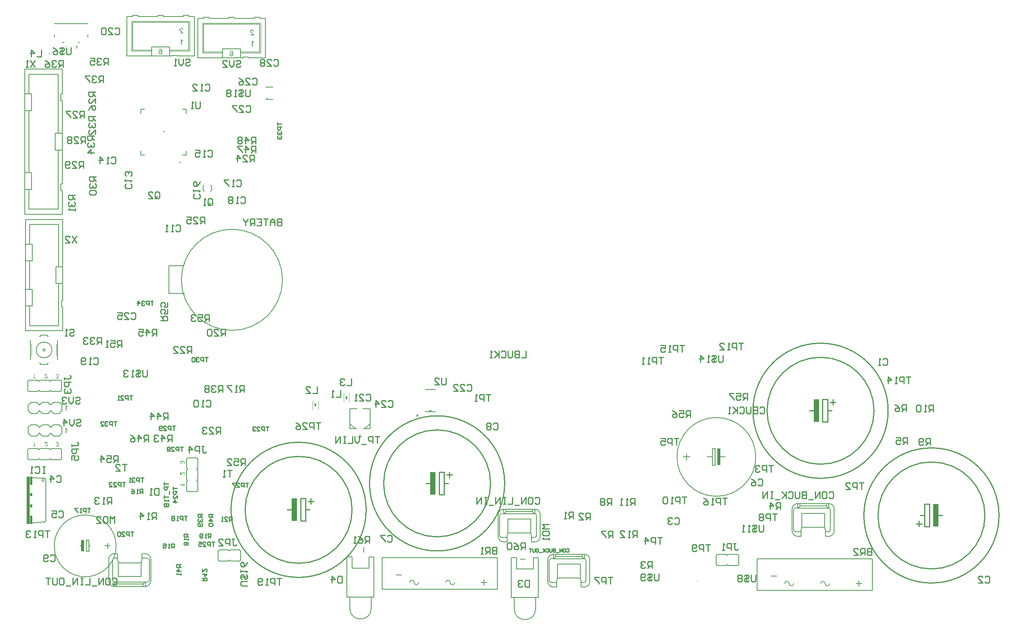
<source format=gbo>
%FSLAX25Y25*%
%MOIN*%
G70*
G01*
G75*
G04 Layer_Color=32896*
%ADD10C,0.01000*%
%ADD11C,0.10000*%
%ADD12C,0.07480*%
%ADD13C,0.07500*%
%ADD14C,0.02500*%
%ADD15C,0.00600*%
%ADD16C,0.05600*%
%ADD17O,0.05400X0.10800*%
G04:AMPARAMS|DCode=18|XSize=181mil|YSize=181mil|CornerRadius=0mil|HoleSize=0mil|Usage=FLASHONLY|Rotation=180.000|XOffset=0mil|YOffset=0mil|HoleType=Round|Shape=Octagon|*
%AMOCTAGOND18*
4,1,8,-0.09050,0.04525,-0.09050,-0.04525,-0.04525,-0.09050,0.04525,-0.09050,0.09050,-0.04525,0.09050,0.04525,0.04525,0.09050,-0.04525,0.09050,-0.09050,0.04525,0.0*
%
%ADD18OCTAGOND18*%

%ADD19C,0.18100*%
%ADD20O,0.08400X0.16800*%
G04:AMPARAMS|DCode=21|XSize=59.06mil|YSize=118.11mil|CornerRadius=0mil|HoleSize=0mil|Usage=FLASHONLY|Rotation=0.000|XOffset=0mil|YOffset=0mil|HoleType=Round|Shape=Octagon|*
%AMOCTAGOND21*
4,1,8,-0.01476,0.05906,0.01476,0.05906,0.02953,0.04429,0.02953,-0.04429,0.01476,-0.05906,-0.01476,-0.05906,-0.02953,-0.04429,-0.02953,0.04429,-0.01476,0.05906,0.0*
%
%ADD21OCTAGOND21*%

%ADD22O,0.12000X0.06000*%
%ADD23O,0.06000X0.12000*%
%ADD24O,0.07800X0.15600*%
%ADD25C,0.04800*%
G04:AMPARAMS|DCode=26|XSize=124mil|YSize=124mil|CornerRadius=0mil|HoleSize=0mil|Usage=FLASHONLY|Rotation=0.000|XOffset=0mil|YOffset=0mil|HoleType=Round|Shape=Octagon|*
%AMOCTAGOND26*
4,1,8,0.06200,-0.03100,0.06200,0.03100,0.03100,0.06200,-0.03100,0.06200,-0.06200,0.03100,-0.06200,-0.03100,-0.03100,-0.06200,0.03100,-0.06200,0.06200,-0.03100,0.0*
%
%ADD26OCTAGOND26*%

%ADD27C,0.12400*%
%ADD28C,0.07000*%
%ADD29C,0.06000*%
%ADD30O,0.10800X0.05400*%
G04:AMPARAMS|DCode=31|XSize=54mil|YSize=54mil|CornerRadius=0mil|HoleSize=0mil|Usage=FLASHONLY|Rotation=180.000|XOffset=0mil|YOffset=0mil|HoleType=Round|Shape=Octagon|*
%AMOCTAGOND31*
4,1,8,-0.02700,0.01350,-0.02700,-0.01350,-0.01350,-0.02700,0.01350,-0.02700,0.02700,-0.01350,0.02700,0.01350,0.01350,0.02700,-0.01350,0.02700,-0.02700,0.01350,0.0*
%
%ADD31OCTAGOND31*%

G04:AMPARAMS|DCode=32|XSize=100mil|YSize=100mil|CornerRadius=0mil|HoleSize=0mil|Usage=FLASHONLY|Rotation=180.000|XOffset=0mil|YOffset=0mil|HoleType=Round|Shape=Octagon|*
%AMOCTAGOND32*
4,1,8,-0.05000,0.02500,-0.05000,-0.02500,-0.02500,-0.05000,0.02500,-0.05000,0.05000,-0.02500,0.05000,0.02500,0.02500,0.05000,-0.02500,0.05000,-0.05000,0.02500,0.0*
%
%ADD32OCTAGOND32*%

%ADD33C,0.10000*%
%ADD34C,0.02362*%
%ADD35C,0.05000*%
%ADD36C,0.04724*%
%ADD37C,0.15748*%
%ADD38C,0.01575*%
G04:AMPARAMS|DCode=39|XSize=100mil|YSize=100mil|CornerRadius=50mil|HoleSize=0mil|Usage=FLASHONLY|Rotation=90.000|XOffset=0mil|YOffset=0mil|HoleType=Round|Shape=RoundedRectangle|*
%AMROUNDEDRECTD39*
21,1,0.10000,0.00000,0,0,90.0*
21,1,0.00000,0.10000,0,0,90.0*
1,1,0.10000,0.00000,0.00000*
1,1,0.10000,0.00000,0.00000*
1,1,0.10000,0.00000,0.00000*
1,1,0.10000,0.00000,0.00000*
%
%ADD39ROUNDEDRECTD39*%
%ADD40R,0.07500X0.07500*%
%ADD41R,0.07100X0.07500*%
%ADD42R,0.08300X0.06300*%
%ADD43R,0.01600X0.05400*%
%ADD44R,0.04331X0.05512*%
%ADD45R,0.06000X0.02400*%
%ADD46R,0.05200X0.06000*%
G04:AMPARAMS|DCode=47|XSize=39.37mil|YSize=39.37mil|CornerRadius=19.69mil|HoleSize=0mil|Usage=FLASHONLY|Rotation=90.000|XOffset=0mil|YOffset=0mil|HoleType=Round|Shape=RoundedRectangle|*
%AMROUNDEDRECTD47*
21,1,0.03937,0.00000,0,0,90.0*
21,1,0.00000,0.03937,0,0,90.0*
1,1,0.03937,0.00000,0.00000*
1,1,0.03937,0.00000,0.00000*
1,1,0.03937,0.00000,0.00000*
1,1,0.03937,0.00000,0.00000*
%
%ADD47ROUNDEDRECTD47*%
%ADD48R,0.03937X0.05118*%
%ADD49R,0.05118X0.03937*%
%ADD50R,0.02400X0.08700*%
%ADD51R,0.03600X0.02800*%
%ADD52R,0.04000X0.04800*%
%ADD53R,0.02400X0.04400*%
%ADD54R,0.03000X0.09700*%
%ADD55R,0.08600X0.02200*%
%ADD56R,0.06000X0.05200*%
%ADD57R,0.02800X0.03600*%
%ADD58R,0.04800X0.07100*%
%ADD59R,0.01200X0.04700*%
%ADD60R,0.04700X0.01200*%
%ADD61R,0.10700X0.07100*%
%ADD62R,0.04000X0.05600*%
%ADD63R,0.07100X0.12600*%
%ADD64R,0.04000X0.04400*%
G04:AMPARAMS|DCode=65|XSize=24mil|YSize=24mil|CornerRadius=12mil|HoleSize=0mil|Usage=FLASHONLY|Rotation=180.000|XOffset=0mil|YOffset=0mil|HoleType=Round|Shape=RoundedRectangle|*
%AMROUNDEDRECTD65*
21,1,0.02400,0.00000,0,0,180.0*
21,1,0.00000,0.02400,0,0,180.0*
1,1,0.02400,0.00000,0.00000*
1,1,0.02400,0.00000,0.00000*
1,1,0.02400,0.00000,0.00000*
1,1,0.02400,0.00000,0.00000*
%
%ADD65ROUNDEDRECTD65*%
%ADD66R,0.05600X0.04000*%
%ADD67R,0.03600X0.02400*%
%ADD68R,0.01181X0.01969*%
%ADD69R,0.02800X0.02400*%
%ADD70R,0.12600X0.07100*%
G04:AMPARAMS|DCode=71|XSize=23.62mil|YSize=23.62mil|CornerRadius=11.81mil|HoleSize=0mil|Usage=FLASHONLY|Rotation=180.000|XOffset=0mil|YOffset=0mil|HoleType=Round|Shape=RoundedRectangle|*
%AMROUNDEDRECTD71*
21,1,0.02362,0.00000,0,0,180.0*
21,1,0.00000,0.02362,0,0,180.0*
1,1,0.02362,0.00000,0.00000*
1,1,0.02362,0.00000,0.00000*
1,1,0.02362,0.00000,0.00000*
1,1,0.02362,0.00000,0.00000*
%
%ADD71ROUNDEDRECTD71*%
%ADD72C,0.02000*%
%ADD73C,0.05000*%
%ADD74C,0.00100*%
%ADD75C,0.03000*%
%ADD76C,0.06400*%
%ADD77O,0.06200X0.11600*%
G04:AMPARAMS|DCode=78|XSize=189mil|YSize=189mil|CornerRadius=0mil|HoleSize=0mil|Usage=FLASHONLY|Rotation=180.000|XOffset=0mil|YOffset=0mil|HoleType=Round|Shape=Octagon|*
%AMOCTAGOND78*
4,1,8,-0.09450,0.04725,-0.09450,-0.04725,-0.04725,-0.09450,0.04725,-0.09450,0.09450,-0.04725,0.09450,0.04725,0.04725,0.09450,-0.04725,0.09450,-0.09450,0.04725,0.0*
%
%ADD78OCTAGOND78*%

%ADD79C,0.18900*%
%ADD80O,0.09200X0.17600*%
G04:AMPARAMS|DCode=81|XSize=67.06mil|YSize=126.11mil|CornerRadius=0mil|HoleSize=0mil|Usage=FLASHONLY|Rotation=0.000|XOffset=0mil|YOffset=0mil|HoleType=Round|Shape=Octagon|*
%AMOCTAGOND81*
4,1,8,-0.01676,0.06306,0.01676,0.06306,0.03353,0.04629,0.03353,-0.04629,0.01676,-0.06306,-0.01676,-0.06306,-0.03353,-0.04629,-0.03353,0.04629,-0.01676,0.06306,0.0*
%
%ADD81OCTAGOND81*%

%ADD82O,0.12800X0.06800*%
%ADD83O,0.06800X0.12800*%
%ADD84O,0.08600X0.16400*%
G04:AMPARAMS|DCode=85|XSize=132mil|YSize=132mil|CornerRadius=0mil|HoleSize=0mil|Usage=FLASHONLY|Rotation=0.000|XOffset=0mil|YOffset=0mil|HoleType=Round|Shape=Octagon|*
%AMOCTAGOND85*
4,1,8,0.06600,-0.03300,0.06600,0.03300,0.03300,0.06600,-0.03300,0.06600,-0.06600,0.03300,-0.06600,-0.03300,-0.03300,-0.06600,0.03300,-0.06600,0.06600,-0.03300,0.0*
%
%ADD85OCTAGOND85*%

%ADD86C,0.13200*%
%ADD87C,0.07800*%
%ADD88C,0.06800*%
%ADD89O,0.11600X0.06200*%
G04:AMPARAMS|DCode=90|XSize=62mil|YSize=62mil|CornerRadius=0mil|HoleSize=0mil|Usage=FLASHONLY|Rotation=180.000|XOffset=0mil|YOffset=0mil|HoleType=Round|Shape=Octagon|*
%AMOCTAGOND90*
4,1,8,-0.03100,0.01550,-0.03100,-0.01550,-0.01550,-0.03100,0.01550,-0.03100,0.03100,-0.01550,0.03100,0.01550,0.01550,0.03100,-0.01550,0.03100,-0.03100,0.01550,0.0*
%
%ADD90OCTAGOND90*%

G04:AMPARAMS|DCode=91|XSize=108mil|YSize=108mil|CornerRadius=0mil|HoleSize=0mil|Usage=FLASHONLY|Rotation=180.000|XOffset=0mil|YOffset=0mil|HoleType=Round|Shape=Octagon|*
%AMOCTAGOND91*
4,1,8,-0.05400,0.02700,-0.05400,-0.02700,-0.02700,-0.05400,0.02700,-0.05400,0.05400,-0.02700,0.05400,0.02700,0.02700,0.05400,-0.02700,0.05400,-0.05400,0.02700,0.0*
%
%ADD91OCTAGOND91*%

%ADD92C,0.10800*%
%ADD93C,0.03162*%
%ADD94C,0.05800*%
%ADD95C,0.05524*%
%ADD96C,0.16548*%
%ADD97C,0.02375*%
G04:AMPARAMS|DCode=98|XSize=108mil|YSize=108mil|CornerRadius=54mil|HoleSize=0mil|Usage=FLASHONLY|Rotation=90.000|XOffset=0mil|YOffset=0mil|HoleType=Round|Shape=RoundedRectangle|*
%AMROUNDEDRECTD98*
21,1,0.10800,0.00000,0,0,90.0*
21,1,0.00000,0.10800,0,0,90.0*
1,1,0.10800,0.00000,0.00000*
1,1,0.10800,0.00000,0.00000*
1,1,0.10800,0.00000,0.00000*
1,1,0.10800,0.00000,0.00000*
%
%ADD98ROUNDEDRECTD98*%
%ADD99R,0.08300X0.08300*%
%ADD100R,0.07900X0.08300*%
%ADD101R,0.09100X0.07100*%
%ADD102R,0.02400X0.06200*%
%ADD103R,0.05131X0.06312*%
%ADD104R,0.06800X0.03200*%
%ADD105R,0.06000X0.06800*%
G04:AMPARAMS|DCode=106|XSize=47.37mil|YSize=47.37mil|CornerRadius=23.69mil|HoleSize=0mil|Usage=FLASHONLY|Rotation=90.000|XOffset=0mil|YOffset=0mil|HoleType=Round|Shape=RoundedRectangle|*
%AMROUNDEDRECTD106*
21,1,0.04737,0.00000,0,0,90.0*
21,1,0.00000,0.04737,0,0,90.0*
1,1,0.04737,0.00000,0.00000*
1,1,0.04737,0.00000,0.00000*
1,1,0.04737,0.00000,0.00000*
1,1,0.04737,0.00000,0.00000*
%
%ADD106ROUNDEDRECTD106*%
%ADD107R,0.04737X0.05918*%
%ADD108R,0.05918X0.04737*%
%ADD109R,0.03200X0.09500*%
%ADD110R,0.04400X0.03600*%
%ADD111R,0.04800X0.05600*%
%ADD112R,0.03200X0.05200*%
%ADD113R,0.03800X0.10500*%
%ADD114R,0.09400X0.03000*%
%ADD115R,0.06800X0.06000*%
%ADD116R,0.03600X0.04400*%
%ADD117R,0.05600X0.07900*%
%ADD118R,0.02000X0.05500*%
%ADD119R,0.05500X0.02000*%
%ADD120R,0.11500X0.07900*%
%ADD121R,0.04800X0.06400*%
%ADD122R,0.07900X0.13400*%
%ADD123R,0.04800X0.05200*%
G04:AMPARAMS|DCode=124|XSize=32mil|YSize=32mil|CornerRadius=16mil|HoleSize=0mil|Usage=FLASHONLY|Rotation=180.000|XOffset=0mil|YOffset=0mil|HoleType=Round|Shape=RoundedRectangle|*
%AMROUNDEDRECTD124*
21,1,0.03200,0.00000,0,0,180.0*
21,1,0.00000,0.03200,0,0,180.0*
1,1,0.03200,0.00000,0.00000*
1,1,0.03200,0.00000,0.00000*
1,1,0.03200,0.00000,0.00000*
1,1,0.03200,0.00000,0.00000*
%
%ADD124ROUNDEDRECTD124*%
%ADD125R,0.06400X0.04800*%
%ADD126R,0.04400X0.03200*%
%ADD127R,0.01981X0.02769*%
%ADD128R,0.03600X0.03200*%
%ADD129R,0.13400X0.07900*%
G04:AMPARAMS|DCode=130|XSize=31.62mil|YSize=31.62mil|CornerRadius=15.81mil|HoleSize=0mil|Usage=FLASHONLY|Rotation=180.000|XOffset=0mil|YOffset=0mil|HoleType=Round|Shape=RoundedRectangle|*
%AMROUNDEDRECTD130*
21,1,0.03162,0.00000,0,0,180.0*
21,1,0.00000,0.03162,0,0,180.0*
1,1,0.03162,0.00000,0.00000*
1,1,0.03162,0.00000,0.00000*
1,1,0.03162,0.00000,0.00000*
1,1,0.03162,0.00000,0.00000*
%
%ADD130ROUNDEDRECTD130*%
%ADD131C,0.00800*%
%ADD132C,0.00500*%
%ADD133C,0.00000*%
%ADD134C,0.00787*%
%ADD135C,0.00300*%
%ADD136C,0.00200*%
%ADD137R,0.05000X0.20000*%
%ADD138R,0.01191X0.02778*%
%ADD139R,0.02000X0.07500*%
%ADD140R,0.02000X0.03000*%
%ADD141R,0.03000X0.42000*%
%ADD142R,0.02500X0.15000*%
%ADD143R,0.01191X0.02778*%
%ADD144R,0.02500X0.10000*%
G36*
X39138Y162361D02*
X39217Y162247D01*
X39310Y162132D01*
X39396Y162031D01*
X39482Y161945D01*
X39546Y161874D01*
X39575Y161852D01*
X39597Y161831D01*
X39604Y161823D01*
X39611Y161816D01*
X39761Y161695D01*
X39912Y161580D01*
X40056Y161479D01*
X40199Y161400D01*
X40321Y161329D01*
X40371Y161300D01*
X40414Y161279D01*
X40450Y161257D01*
X40479Y161250D01*
X40493Y161236D01*
X40500D01*
Y160648D01*
X40393Y160691D01*
X40285Y160741D01*
X40177Y160791D01*
X40077Y160841D01*
X39991Y160884D01*
X39919Y160920D01*
X39876Y160949D01*
X39869Y160956D01*
X39862D01*
X39733Y161035D01*
X39618Y161114D01*
X39518Y161185D01*
X39439Y161250D01*
X39367Y161300D01*
X39324Y161343D01*
X39288Y161372D01*
X39281Y161379D01*
Y157500D01*
X38672D01*
Y162483D01*
X39066D01*
X39138Y162361D01*
D02*
G37*
G36*
X351865Y154081D02*
X351735Y153923D01*
X351614Y153787D01*
X351520Y153679D01*
X351434Y153586D01*
X351370Y153521D01*
X351320Y153478D01*
X351291Y153450D01*
X351284Y153443D01*
X351442Y153421D01*
X351592Y153392D01*
X351735Y153357D01*
X351865Y153328D01*
X351972Y153299D01*
X352015Y153285D01*
X352058Y153270D01*
X352087Y153263D01*
X352108Y153256D01*
X352123Y153249D01*
X352130D01*
X351972Y152769D01*
X351807Y152826D01*
X351657Y152883D01*
X351520Y152941D01*
X351406Y152991D01*
X351312Y153034D01*
X351241Y153070D01*
X351212Y153084D01*
X351191Y153091D01*
X351183Y153098D01*
X351176D01*
X351198Y152919D01*
X351219Y152754D01*
X351226Y152604D01*
X351241Y152482D01*
X351248Y152389D01*
X351255Y152310D01*
Y152288D01*
Y152267D01*
Y152260D01*
Y152252D01*
X350768D01*
Y152303D01*
Y152360D01*
X350775Y152482D01*
X350789Y152625D01*
X350803Y152761D01*
X350811Y152891D01*
X350818Y152948D01*
X350825Y152998D01*
Y153041D01*
X350832Y153070D01*
Y153091D01*
Y153098D01*
X350732Y153048D01*
X350610Y152991D01*
X350481Y152934D01*
X350352Y152883D01*
X350237Y152840D01*
X350180Y152819D01*
X350137Y152797D01*
X350101Y152790D01*
X350072Y152776D01*
X350058Y152769D01*
X350051D01*
X349900Y153249D01*
X350194Y153328D01*
X350330Y153357D01*
X350459Y153385D01*
X350567Y153407D01*
X350610Y153421D01*
X350653Y153428D01*
X350681Y153435D01*
X350703D01*
X350717Y153443D01*
X350725D01*
X350689Y153471D01*
X350653Y153514D01*
X350567Y153607D01*
X350474Y153708D01*
X350380Y153815D01*
X350294Y153916D01*
X350230Y154002D01*
X350201Y154038D01*
X350180Y154059D01*
X350172Y154074D01*
X350165Y154081D01*
X350560Y154360D01*
X350631Y154260D01*
X350710Y154145D01*
X350782Y154023D01*
X350854Y153909D01*
X350911Y153808D01*
X350954Y153722D01*
X350975Y153686D01*
X350990Y153665D01*
X350997Y153650D01*
Y153643D01*
X351090Y153801D01*
X351183Y153944D01*
X351262Y154066D01*
X351327Y154174D01*
X351384Y154253D01*
X351427Y154310D01*
X351456Y154346D01*
X351463Y154360D01*
X351865Y154081D01*
D02*
G37*
G36*
X141774Y113027D02*
X141897Y113004D01*
X142004Y112971D01*
X142093Y112937D01*
X142166Y112904D01*
X142222Y112870D01*
X142255Y112848D01*
X142266Y112842D01*
X142350Y112764D01*
X142423Y112680D01*
X142479Y112591D01*
X142524Y112501D01*
X142557Y112423D01*
X142579Y112362D01*
X142585Y112339D01*
X142591Y112322D01*
X142596Y112311D01*
Y112306D01*
X142647Y112401D01*
X142697Y112479D01*
X142753Y112546D01*
X142803Y112602D01*
X142848Y112647D01*
X142887Y112680D01*
X142909Y112697D01*
X142920Y112703D01*
X142999Y112747D01*
X143077Y112781D01*
X143155Y112809D01*
X143228Y112825D01*
X143289Y112837D01*
X143334Y112842D01*
X143379D01*
X143474Y112837D01*
X143569Y112820D01*
X143653Y112797D01*
X143725Y112769D01*
X143787Y112742D01*
X143837Y112719D01*
X143865Y112703D01*
X143876Y112697D01*
X143960Y112641D01*
X144033Y112574D01*
X144094Y112507D01*
X144150Y112440D01*
X144189Y112384D01*
X144223Y112334D01*
X144240Y112300D01*
X144245Y112294D01*
Y112289D01*
X144290Y112188D01*
X144324Y112088D01*
X144351Y111987D01*
X144368Y111898D01*
X144379Y111825D01*
X144385Y111763D01*
Y111741D01*
Y111724D01*
Y111713D01*
Y111707D01*
Y111624D01*
X144374Y111545D01*
X144346Y111394D01*
X144301Y111266D01*
X144256Y111154D01*
X144228Y111104D01*
X144206Y111065D01*
X144184Y111026D01*
X144161Y110997D01*
X144145Y110975D01*
X144133Y110958D01*
X144128Y110947D01*
X144122Y110942D01*
X144016Y110835D01*
X143899Y110751D01*
X143776Y110685D01*
X143653Y110629D01*
X143547Y110595D01*
X143502Y110578D01*
X143463Y110567D01*
X143429Y110562D01*
X143407Y110556D01*
X143390Y110550D01*
X143384D01*
X143301Y111026D01*
X143424Y111048D01*
X143530Y111081D01*
X143619Y111120D01*
X143692Y111160D01*
X143748Y111199D01*
X143787Y111232D01*
X143815Y111255D01*
X143821Y111260D01*
X143876Y111333D01*
X143921Y111411D01*
X143949Y111484D01*
X143971Y111556D01*
X143983Y111624D01*
X143994Y111674D01*
Y111707D01*
Y111713D01*
Y111719D01*
X143988Y111819D01*
X143966Y111909D01*
X143938Y111987D01*
X143910Y112054D01*
X143876Y112104D01*
X143848Y112144D01*
X143826Y112171D01*
X143821Y112177D01*
X143753Y112239D01*
X143681Y112283D01*
X143608Y112311D01*
X143541Y112334D01*
X143480Y112345D01*
X143435Y112356D01*
X143328D01*
X143273Y112345D01*
X143178Y112317D01*
X143094Y112278D01*
X143021Y112233D01*
X142971Y112188D01*
X142932Y112149D01*
X142909Y112121D01*
X142904Y112116D01*
Y112110D01*
X142853Y112015D01*
X142814Y111925D01*
X142786Y111830D01*
X142770Y111747D01*
X142758Y111674D01*
X142747Y111612D01*
Y111590D01*
Y111573D01*
Y111568D01*
Y111562D01*
Y111540D01*
X142753Y111517D01*
Y111495D01*
Y111489D01*
X142333Y111433D01*
X142350Y111506D01*
X142361Y111573D01*
X142373Y111629D01*
X142378Y111679D01*
X142384Y111719D01*
Y111747D01*
Y111763D01*
Y111769D01*
X142373Y111886D01*
X142350Y111993D01*
X142317Y112088D01*
X142278Y112166D01*
X142238Y112227D01*
X142205Y112272D01*
X142183Y112300D01*
X142171Y112311D01*
X142088Y112384D01*
X141998Y112440D01*
X141909Y112479D01*
X141819Y112501D01*
X141747Y112518D01*
X141685Y112524D01*
X141663Y112529D01*
X141629D01*
X141506Y112518D01*
X141394Y112490D01*
X141299Y112457D01*
X141216Y112412D01*
X141148Y112367D01*
X141098Y112334D01*
X141065Y112306D01*
X141053Y112294D01*
X140975Y112205D01*
X140919Y112110D01*
X140880Y112015D01*
X140852Y111925D01*
X140835Y111847D01*
X140830Y111786D01*
X140824Y111763D01*
Y111747D01*
Y111735D01*
Y111730D01*
X140830Y111629D01*
X140852Y111534D01*
X140880Y111450D01*
X140914Y111383D01*
X140942Y111327D01*
X140970Y111283D01*
X140992Y111260D01*
X140998Y111249D01*
X141076Y111182D01*
X141165Y111126D01*
X141260Y111076D01*
X141361Y111037D01*
X141445Y111009D01*
X141484Y110997D01*
X141517Y110992D01*
X141545Y110986D01*
X141568Y110981D01*
X141579Y110975D01*
X141585D01*
X141523Y110500D01*
X141434Y110511D01*
X141350Y110528D01*
X141193Y110578D01*
X141059Y110640D01*
X141003Y110673D01*
X140947Y110707D01*
X140897Y110740D01*
X140858Y110774D01*
X140819Y110802D01*
X140791Y110830D01*
X140768Y110847D01*
X140752Y110863D01*
X140740Y110874D01*
X140735Y110880D01*
X140684Y110947D01*
X140634Y111014D01*
X140595Y111081D01*
X140561Y111154D01*
X140506Y111294D01*
X140472Y111428D01*
X140461Y111489D01*
X140450Y111545D01*
X140444Y111596D01*
X140438Y111640D01*
X140433Y111674D01*
Y111702D01*
Y111719D01*
Y111724D01*
X140438Y111830D01*
X140450Y111925D01*
X140466Y112021D01*
X140489Y112110D01*
X140517Y112194D01*
X140545Y112266D01*
X140578Y112339D01*
X140612Y112401D01*
X140640Y112462D01*
X140673Y112512D01*
X140701Y112557D01*
X140729Y112591D01*
X140752Y112619D01*
X140768Y112641D01*
X140779Y112652D01*
X140785Y112658D01*
X140852Y112725D01*
X140925Y112781D01*
X140998Y112831D01*
X141070Y112876D01*
X141137Y112909D01*
X141210Y112943D01*
X141344Y112988D01*
X141406Y112999D01*
X141462Y113010D01*
X141512Y113021D01*
X141557Y113027D01*
X141590Y113032D01*
X141640D01*
X141774Y113027D01*
D02*
G37*
G36*
X39138Y142361D02*
X39217Y142246D01*
X39310Y142132D01*
X39396Y142031D01*
X39482Y141945D01*
X39546Y141874D01*
X39575Y141852D01*
X39597Y141831D01*
X39604Y141823D01*
X39611Y141816D01*
X39761Y141694D01*
X39912Y141580D01*
X40056Y141479D01*
X40199Y141401D01*
X40321Y141329D01*
X40371Y141300D01*
X40414Y141279D01*
X40450Y141257D01*
X40479Y141250D01*
X40493Y141236D01*
X40500D01*
Y140648D01*
X40393Y140691D01*
X40285Y140741D01*
X40177Y140791D01*
X40077Y140841D01*
X39991Y140884D01*
X39919Y140920D01*
X39876Y140949D01*
X39869Y140956D01*
X39862D01*
X39733Y141035D01*
X39618Y141114D01*
X39518Y141185D01*
X39439Y141250D01*
X39367Y141300D01*
X39324Y141343D01*
X39288Y141372D01*
X39281Y141379D01*
Y137500D01*
X38672D01*
Y142483D01*
X39066D01*
X39138Y142361D01*
D02*
G37*
G36*
X31330Y129561D02*
X31425Y129550D01*
X31521Y129534D01*
X31610Y129511D01*
X31694Y129483D01*
X31766Y129455D01*
X31839Y129422D01*
X31901Y129388D01*
X31962Y129360D01*
X32012Y129327D01*
X32057Y129299D01*
X32091Y129271D01*
X32119Y129248D01*
X32141Y129232D01*
X32152Y129220D01*
X32158Y129215D01*
X32225Y129148D01*
X32281Y129075D01*
X32331Y129002D01*
X32376Y128930D01*
X32409Y128863D01*
X32443Y128790D01*
X32487Y128656D01*
X32499Y128594D01*
X32510Y128539D01*
X32521Y128488D01*
X32527Y128444D01*
X32532Y128410D01*
Y128382D01*
Y128365D01*
Y128360D01*
X32527Y128226D01*
X32504Y128103D01*
X32471Y127996D01*
X32437Y127907D01*
X32404Y127834D01*
X32370Y127778D01*
X32348Y127745D01*
X32342Y127734D01*
X32264Y127650D01*
X32180Y127577D01*
X32091Y127521D01*
X32001Y127476D01*
X31923Y127443D01*
X31861Y127420D01*
X31839Y127415D01*
X31822Y127409D01*
X31811Y127404D01*
X31806D01*
X31901Y127353D01*
X31979Y127303D01*
X32046Y127247D01*
X32102Y127197D01*
X32147Y127152D01*
X32180Y127113D01*
X32197Y127091D01*
X32203Y127079D01*
X32247Y127001D01*
X32281Y126923D01*
X32309Y126845D01*
X32325Y126772D01*
X32337Y126711D01*
X32342Y126666D01*
Y126632D01*
Y126621D01*
X32337Y126526D01*
X32320Y126431D01*
X32298Y126347D01*
X32269Y126275D01*
X32242Y126213D01*
X32219Y126163D01*
X32203Y126135D01*
X32197Y126124D01*
X32141Y126040D01*
X32074Y125967D01*
X32007Y125906D01*
X31940Y125850D01*
X31884Y125811D01*
X31833Y125777D01*
X31800Y125760D01*
X31794Y125755D01*
X31789D01*
X31688Y125710D01*
X31588Y125676D01*
X31487Y125648D01*
X31398Y125632D01*
X31325Y125620D01*
X31263Y125615D01*
X31124D01*
X31045Y125626D01*
X30894Y125654D01*
X30766Y125699D01*
X30654Y125743D01*
X30604Y125771D01*
X30565Y125794D01*
X30525Y125816D01*
X30498Y125839D01*
X30475Y125855D01*
X30458Y125866D01*
X30447Y125872D01*
X30442Y125878D01*
X30335Y125984D01*
X30252Y126101D01*
X30185Y126224D01*
X30129Y126347D01*
X30095Y126453D01*
X30078Y126498D01*
X30067Y126537D01*
X30062Y126571D01*
X30056Y126593D01*
X30050Y126610D01*
Y126616D01*
X30525Y126699D01*
X30548Y126576D01*
X30581Y126470D01*
X30621Y126381D01*
X30660Y126308D01*
X30699Y126252D01*
X30732Y126213D01*
X30755Y126185D01*
X30760Y126180D01*
X30833Y126124D01*
X30911Y126079D01*
X30984Y126051D01*
X31056Y126029D01*
X31124Y126017D01*
X31174Y126006D01*
X31219D01*
X31319Y126012D01*
X31409Y126034D01*
X31487Y126062D01*
X31554Y126090D01*
X31604Y126124D01*
X31644Y126152D01*
X31671Y126174D01*
X31677Y126180D01*
X31738Y126247D01*
X31783Y126319D01*
X31811Y126392D01*
X31833Y126459D01*
X31845Y126521D01*
X31856Y126565D01*
Y126599D01*
Y126604D01*
Y126610D01*
Y126672D01*
X31845Y126727D01*
X31817Y126822D01*
X31778Y126906D01*
X31733Y126979D01*
X31688Y127029D01*
X31649Y127068D01*
X31621Y127091D01*
X31615Y127096D01*
X31610D01*
X31515Y127147D01*
X31425Y127186D01*
X31330Y127214D01*
X31247Y127231D01*
X31174Y127242D01*
X31112Y127253D01*
X31040D01*
X31017Y127247D01*
X30989D01*
X30933Y127666D01*
X31006Y127650D01*
X31073Y127638D01*
X31129Y127627D01*
X31179Y127622D01*
X31219Y127616D01*
X31269D01*
X31386Y127627D01*
X31492Y127650D01*
X31588Y127683D01*
X31666Y127722D01*
X31727Y127761D01*
X31772Y127795D01*
X31800Y127817D01*
X31811Y127829D01*
X31884Y127912D01*
X31940Y128002D01*
X31979Y128091D01*
X32001Y128181D01*
X32018Y128253D01*
X32024Y128315D01*
X32029Y128337D01*
Y128354D01*
Y128365D01*
Y128371D01*
X32018Y128494D01*
X31990Y128606D01*
X31956Y128701D01*
X31912Y128785D01*
X31867Y128852D01*
X31833Y128902D01*
X31806Y128935D01*
X31794Y128947D01*
X31705Y129025D01*
X31610Y129081D01*
X31515Y129120D01*
X31425Y129148D01*
X31347Y129165D01*
X31286Y129170D01*
X31263Y129176D01*
X31230D01*
X31129Y129170D01*
X31034Y129148D01*
X30950Y129120D01*
X30883Y129086D01*
X30827Y129058D01*
X30783Y129030D01*
X30760Y129008D01*
X30749Y129002D01*
X30682Y128924D01*
X30626Y128835D01*
X30576Y128740D01*
X30537Y128639D01*
X30509Y128555D01*
X30498Y128516D01*
X30492Y128483D01*
X30486Y128455D01*
X30481Y128432D01*
X30475Y128421D01*
Y128416D01*
X30000Y128477D01*
X30011Y128567D01*
X30028Y128650D01*
X30078Y128807D01*
X30140Y128941D01*
X30173Y128997D01*
X30207Y129053D01*
X30240Y129103D01*
X30274Y129142D01*
X30302Y129181D01*
X30330Y129209D01*
X30347Y129232D01*
X30363Y129248D01*
X30375Y129260D01*
X30380Y129265D01*
X30447Y129315D01*
X30514Y129366D01*
X30581Y129405D01*
X30654Y129438D01*
X30794Y129494D01*
X30928Y129528D01*
X30989Y129539D01*
X31045Y129550D01*
X31096Y129556D01*
X31140Y129561D01*
X31174Y129567D01*
X31224D01*
X31330Y129561D01*
D02*
G37*
G36*
X11425Y186115D02*
X11118D01*
X11062Y186210D01*
X11001Y186299D01*
X10928Y186389D01*
X10861Y186467D01*
X10794Y186534D01*
X10744Y186590D01*
X10721Y186607D01*
X10704Y186624D01*
X10699Y186629D01*
X10693Y186635D01*
X10576Y186730D01*
X10458Y186819D01*
X10347Y186898D01*
X10235Y186959D01*
X10140Y187015D01*
X10101Y187037D01*
X10067Y187054D01*
X10039Y187071D01*
X10017Y187076D01*
X10006Y187088D01*
X10000D01*
Y187546D01*
X10084Y187512D01*
X10168Y187473D01*
X10252Y187434D01*
X10330Y187395D01*
X10397Y187362D01*
X10453Y187334D01*
X10486Y187311D01*
X10492Y187306D01*
X10498D01*
X10598Y187244D01*
X10688Y187183D01*
X10766Y187127D01*
X10827Y187076D01*
X10883Y187037D01*
X10917Y187004D01*
X10945Y186981D01*
X10950Y186976D01*
Y190000D01*
X11425D01*
Y186115D01*
D02*
G37*
G36*
Y125615D02*
X11118D01*
X11062Y125710D01*
X11001Y125799D01*
X10928Y125889D01*
X10861Y125967D01*
X10794Y126034D01*
X10744Y126090D01*
X10721Y126107D01*
X10704Y126124D01*
X10699Y126129D01*
X10693Y126135D01*
X10576Y126230D01*
X10458Y126319D01*
X10347Y126398D01*
X10235Y126459D01*
X10140Y126515D01*
X10101Y126537D01*
X10067Y126554D01*
X10039Y126571D01*
X10017Y126576D01*
X10006Y126588D01*
X10000D01*
Y127046D01*
X10084Y127012D01*
X10168Y126973D01*
X10252Y126934D01*
X10330Y126895D01*
X10397Y126862D01*
X10453Y126834D01*
X10486Y126811D01*
X10492Y126806D01*
X10498D01*
X10598Y126744D01*
X10688Y126683D01*
X10766Y126627D01*
X10827Y126576D01*
X10883Y126537D01*
X10917Y126504D01*
X10945Y126481D01*
X10950Y126476D01*
Y129500D01*
X11425D01*
Y125615D01*
D02*
G37*
G36*
X22571Y129042D02*
X20665D01*
X20732Y128947D01*
X20766Y128908D01*
X20794Y128868D01*
X20822Y128835D01*
X20844Y128812D01*
X20861Y128796D01*
X20866Y128790D01*
X20894Y128762D01*
X20928Y128734D01*
X21006Y128662D01*
X21096Y128578D01*
X21191Y128494D01*
X21280Y128421D01*
X21319Y128388D01*
X21353Y128354D01*
X21381Y128332D01*
X21403Y128315D01*
X21414Y128304D01*
X21420Y128298D01*
X21509Y128220D01*
X21599Y128147D01*
X21677Y128075D01*
X21750Y128013D01*
X21817Y127952D01*
X21873Y127896D01*
X21929Y127845D01*
X21973Y127801D01*
X22018Y127756D01*
X22051Y127722D01*
X22080Y127694D01*
X22107Y127666D01*
X22135Y127633D01*
X22147Y127622D01*
X22225Y127527D01*
X22292Y127443D01*
X22348Y127359D01*
X22392Y127292D01*
X22426Y127231D01*
X22448Y127186D01*
X22460Y127158D01*
X22465Y127147D01*
X22499Y127063D01*
X22521Y126979D01*
X22544Y126901D01*
X22555Y126834D01*
X22560Y126772D01*
X22566Y126727D01*
Y126699D01*
Y126688D01*
X22560Y126604D01*
X22549Y126526D01*
X22538Y126448D01*
X22515Y126381D01*
X22460Y126247D01*
X22404Y126140D01*
X22370Y126090D01*
X22342Y126051D01*
X22314Y126012D01*
X22286Y125984D01*
X22264Y125961D01*
X22253Y125939D01*
X22242Y125934D01*
X22236Y125928D01*
X22174Y125872D01*
X22107Y125822D01*
X22035Y125783D01*
X21962Y125749D01*
X21817Y125693D01*
X21671Y125654D01*
X21610Y125643D01*
X21548Y125632D01*
X21493Y125626D01*
X21448Y125620D01*
X21409Y125615D01*
X21353D01*
X21252Y125620D01*
X21157Y125626D01*
X21068Y125643D01*
X20984Y125660D01*
X20906Y125682D01*
X20833Y125704D01*
X20766Y125732D01*
X20704Y125760D01*
X20648Y125788D01*
X20604Y125816D01*
X20565Y125839D01*
X20531Y125861D01*
X20503Y125878D01*
X20486Y125894D01*
X20475Y125900D01*
X20470Y125906D01*
X20414Y125961D01*
X20363Y126023D01*
X20313Y126090D01*
X20274Y126157D01*
X20207Y126291D01*
X20162Y126426D01*
X20145Y126487D01*
X20129Y126549D01*
X20117Y126599D01*
X20106Y126644D01*
X20101Y126683D01*
Y126711D01*
X20095Y126727D01*
Y126733D01*
X20581Y126783D01*
X20593Y126655D01*
X20615Y126543D01*
X20648Y126442D01*
X20688Y126364D01*
X20721Y126297D01*
X20755Y126252D01*
X20777Y126224D01*
X20788Y126213D01*
X20872Y126146D01*
X20962Y126096D01*
X21057Y126057D01*
X21140Y126034D01*
X21219Y126017D01*
X21286Y126012D01*
X21308Y126006D01*
X21342D01*
X21459Y126012D01*
X21565Y126034D01*
X21655Y126068D01*
X21733Y126101D01*
X21794Y126140D01*
X21834Y126168D01*
X21861Y126191D01*
X21873Y126202D01*
X21940Y126280D01*
X21990Y126358D01*
X22029Y126437D01*
X22051Y126515D01*
X22068Y126576D01*
X22074Y126632D01*
X22080Y126666D01*
Y126672D01*
Y126677D01*
X22068Y126778D01*
X22046Y126884D01*
X22007Y126979D01*
X21968Y127068D01*
X21923Y127141D01*
X21884Y127202D01*
X21873Y127225D01*
X21861Y127242D01*
X21850Y127247D01*
Y127253D01*
X21806Y127314D01*
X21750Y127376D01*
X21688Y127443D01*
X21621Y127510D01*
X21481Y127644D01*
X21342Y127778D01*
X21269Y127840D01*
X21207Y127896D01*
X21146Y127946D01*
X21096Y127991D01*
X21057Y128024D01*
X21023Y128052D01*
X21001Y128069D01*
X20995Y128075D01*
X20855Y128192D01*
X20727Y128304D01*
X20620Y128404D01*
X20537Y128488D01*
X20464Y128561D01*
X20414Y128611D01*
X20386Y128645D01*
X20374Y128650D01*
Y128656D01*
X20296Y128751D01*
X20235Y128840D01*
X20179Y128930D01*
X20134Y129008D01*
X20101Y129075D01*
X20078Y129125D01*
X20067Y129159D01*
X20062Y129165D01*
Y129170D01*
X20039Y129232D01*
X20028Y129288D01*
X20017Y129343D01*
X20011Y129394D01*
X20006Y129438D01*
Y129472D01*
Y129494D01*
Y129500D01*
X22571D01*
Y129042D01*
D02*
G37*
G36*
X122858Y478976D02*
X122994Y478962D01*
X123123Y478933D01*
X123245Y478897D01*
X123353Y478847D01*
X123460Y478804D01*
X123554Y478747D01*
X123640Y478696D01*
X123711Y478646D01*
X123783Y478589D01*
X123840Y478546D01*
X123883Y478503D01*
X123919Y478460D01*
X123948Y478431D01*
X123962Y478417D01*
X123969Y478410D01*
X124063Y478280D01*
X124142Y478130D01*
X124213Y477972D01*
X124278Y477807D01*
X124328Y477635D01*
X124371Y477463D01*
X124407Y477284D01*
X124435Y477119D01*
X124457Y476954D01*
X124471Y476803D01*
X124486Y476667D01*
X124493Y476552D01*
Y476452D01*
X124500Y476380D01*
Y476352D01*
Y476330D01*
Y476323D01*
Y476316D01*
X124493Y476087D01*
X124478Y475871D01*
X124457Y475671D01*
X124421Y475484D01*
X124385Y475319D01*
X124349Y475169D01*
X124306Y475033D01*
X124256Y474911D01*
X124213Y474810D01*
X124170Y474717D01*
X124134Y474645D01*
X124091Y474581D01*
X124063Y474531D01*
X124041Y474502D01*
X124027Y474480D01*
X124020Y474473D01*
X123926Y474373D01*
X123826Y474287D01*
X123726Y474215D01*
X123625Y474151D01*
X123518Y474093D01*
X123417Y474050D01*
X123317Y474014D01*
X123217Y473986D01*
X123131Y473964D01*
X123045Y473943D01*
X122973Y473928D01*
X122908Y473921D01*
X122851D01*
X122815Y473914D01*
X122779D01*
X122614Y473921D01*
X122464Y473950D01*
X122327Y473979D01*
X122206Y474021D01*
X122112Y474057D01*
X122041Y474093D01*
X122012Y474100D01*
X121991Y474115D01*
X121983Y474122D01*
X121976D01*
X121854Y474208D01*
X121740Y474308D01*
X121646Y474409D01*
X121567Y474509D01*
X121503Y474602D01*
X121460Y474674D01*
X121446Y474703D01*
X121431Y474724D01*
X121424Y474731D01*
Y474739D01*
X121352Y474889D01*
X121302Y475047D01*
X121266Y475190D01*
X121245Y475326D01*
X121223Y475441D01*
Y475484D01*
X121216Y475527D01*
Y475563D01*
Y475585D01*
Y475599D01*
Y475606D01*
X121223Y475735D01*
X121238Y475857D01*
X121259Y475979D01*
X121281Y476087D01*
X121317Y476187D01*
X121352Y476287D01*
X121388Y476373D01*
X121431Y476452D01*
X121474Y476524D01*
X121510Y476588D01*
X121546Y476639D01*
X121582Y476689D01*
X121603Y476725D01*
X121625Y476746D01*
X121639Y476760D01*
X121646Y476768D01*
X121725Y476847D01*
X121811Y476918D01*
X121905Y476976D01*
X121991Y477026D01*
X122076Y477076D01*
X122163Y477112D01*
X122327Y477162D01*
X122399Y477183D01*
X122471Y477198D01*
X122528Y477205D01*
X122586Y477212D01*
X122629Y477219D01*
X122686D01*
X122815Y477212D01*
X122937Y477191D01*
X123052Y477169D01*
X123152Y477141D01*
X123238Y477105D01*
X123303Y477083D01*
X123346Y477062D01*
X123353Y477054D01*
X123360D01*
X123475Y476983D01*
X123575Y476904D01*
X123668Y476825D01*
X123740Y476739D01*
X123804Y476667D01*
X123855Y476610D01*
X123883Y476567D01*
X123891Y476560D01*
Y476689D01*
X123883Y476818D01*
X123876Y476932D01*
X123862Y477047D01*
X123855Y477148D01*
X123840Y477241D01*
X123826Y477327D01*
X123804Y477406D01*
X123790Y477478D01*
X123776Y477535D01*
X123761Y477585D01*
X123754Y477628D01*
X123740Y477657D01*
X123733Y477678D01*
X123726Y477693D01*
Y477700D01*
X123654Y477843D01*
X123582Y477972D01*
X123503Y478073D01*
X123432Y478159D01*
X123367Y478230D01*
X123317Y478280D01*
X123281Y478309D01*
X123267Y478316D01*
X123181Y478374D01*
X123095Y478410D01*
X123009Y478438D01*
X122923Y478460D01*
X122858Y478474D01*
X122801Y478481D01*
X122750D01*
X122622Y478467D01*
X122500Y478438D01*
X122399Y478395D01*
X122306Y478352D01*
X122234Y478302D01*
X122184Y478259D01*
X122155Y478230D01*
X122141Y478216D01*
X122091Y478151D01*
X122041Y478073D01*
X121998Y477986D01*
X121969Y477901D01*
X121940Y477822D01*
X121919Y477757D01*
X121912Y477714D01*
X121905Y477707D01*
Y477700D01*
X121295Y477750D01*
X121338Y477951D01*
X121403Y478130D01*
X121474Y478288D01*
X121553Y478417D01*
X121632Y478517D01*
X121661Y478560D01*
X121696Y478596D01*
X121718Y478617D01*
X121740Y478639D01*
X121747Y478646D01*
X121754Y478653D01*
X121826Y478711D01*
X121905Y478761D01*
X122062Y478847D01*
X122220Y478904D01*
X122371Y478940D01*
X122507Y478969D01*
X122564Y478976D01*
X122614D01*
X122657Y478983D01*
X122715D01*
X122858Y478976D01*
D02*
G37*
G36*
X204638Y485861D02*
X204717Y485746D01*
X204810Y485632D01*
X204896Y485531D01*
X204982Y485445D01*
X205046Y485374D01*
X205075Y485352D01*
X205097Y485331D01*
X205104Y485323D01*
X205111Y485316D01*
X205261Y485194D01*
X205412Y485080D01*
X205556Y484979D01*
X205699Y484901D01*
X205821Y484829D01*
X205871Y484800D01*
X205914Y484779D01*
X205950Y484757D01*
X205978Y484750D01*
X205993Y484736D01*
X206000D01*
Y484148D01*
X205892Y484191D01*
X205785Y484241D01*
X205677Y484291D01*
X205577Y484341D01*
X205491Y484384D01*
X205419Y484420D01*
X205376Y484449D01*
X205369Y484456D01*
X205362D01*
X205233Y484535D01*
X205118Y484614D01*
X205018Y484685D01*
X204939Y484750D01*
X204867Y484800D01*
X204824Y484843D01*
X204788Y484872D01*
X204781Y484879D01*
Y481000D01*
X204172D01*
Y485983D01*
X204566D01*
X204638Y485861D01*
D02*
G37*
G36*
X141638Y487361D02*
X141717Y487247D01*
X141810Y487132D01*
X141896Y487031D01*
X141982Y486945D01*
X142046Y486874D01*
X142075Y486852D01*
X142097Y486831D01*
X142104Y486824D01*
X142111Y486816D01*
X142262Y486694D01*
X142412Y486580D01*
X142555Y486479D01*
X142699Y486401D01*
X142821Y486329D01*
X142871Y486300D01*
X142914Y486279D01*
X142950Y486257D01*
X142979Y486250D01*
X142993Y486236D01*
X143000D01*
Y485648D01*
X142893Y485691D01*
X142785Y485741D01*
X142677Y485791D01*
X142577Y485841D01*
X142491Y485884D01*
X142419Y485920D01*
X142376Y485949D01*
X142369Y485956D01*
X142362D01*
X142233Y486035D01*
X142118Y486114D01*
X142018Y486185D01*
X141939Y486250D01*
X141867Y486300D01*
X141824Y486343D01*
X141788Y486372D01*
X141781Y486379D01*
Y482500D01*
X141172D01*
Y487483D01*
X141566D01*
X141638Y487361D01*
D02*
G37*
G36*
X141394Y497476D02*
X141516Y497469D01*
X141630Y497447D01*
X141738Y497426D01*
X141839Y497397D01*
X141932Y497368D01*
X142018Y497333D01*
X142097Y497297D01*
X142168Y497261D01*
X142226Y497225D01*
X142276Y497196D01*
X142319Y497168D01*
X142355Y497146D01*
X142376Y497125D01*
X142391Y497118D01*
X142398Y497110D01*
X142469Y497039D01*
X142534Y496960D01*
X142598Y496874D01*
X142649Y496788D01*
X142735Y496616D01*
X142792Y496444D01*
X142814Y496365D01*
X142835Y496286D01*
X142849Y496221D01*
X142864Y496164D01*
X142871Y496114D01*
Y496078D01*
X142878Y496056D01*
Y496049D01*
X142254Y495985D01*
X142240Y496149D01*
X142211Y496293D01*
X142168Y496422D01*
X142118Y496522D01*
X142075Y496608D01*
X142032Y496666D01*
X142003Y496702D01*
X141989Y496716D01*
X141882Y496802D01*
X141767Y496867D01*
X141645Y496917D01*
X141537Y496945D01*
X141437Y496967D01*
X141351Y496974D01*
X141322Y496981D01*
X141279D01*
X141129Y496974D01*
X140992Y496945D01*
X140878Y496902D01*
X140777Y496859D01*
X140698Y496809D01*
X140648Y496773D01*
X140612Y496745D01*
X140598Y496730D01*
X140512Y496630D01*
X140447Y496529D01*
X140397Y496429D01*
X140369Y496329D01*
X140347Y496250D01*
X140340Y496178D01*
X140333Y496135D01*
Y496128D01*
Y496121D01*
X140347Y495992D01*
X140376Y495856D01*
X140426Y495734D01*
X140476Y495619D01*
X140533Y495526D01*
X140584Y495447D01*
X140598Y495418D01*
X140612Y495397D01*
X140627Y495390D01*
Y495382D01*
X140684Y495303D01*
X140756Y495225D01*
X140835Y495139D01*
X140921Y495052D01*
X141100Y494880D01*
X141279Y494708D01*
X141372Y494629D01*
X141451Y494558D01*
X141530Y494493D01*
X141595Y494436D01*
X141645Y494393D01*
X141688Y494357D01*
X141717Y494336D01*
X141724Y494328D01*
X141903Y494178D01*
X142068Y494034D01*
X142204Y493905D01*
X142312Y493798D01*
X142405Y493705D01*
X142469Y493640D01*
X142505Y493597D01*
X142520Y493590D01*
Y493583D01*
X142620Y493461D01*
X142699Y493346D01*
X142771Y493231D01*
X142828Y493131D01*
X142871Y493045D01*
X142900Y492980D01*
X142914Y492937D01*
X142921Y492930D01*
Y492923D01*
X142950Y492844D01*
X142964Y492772D01*
X142979Y492701D01*
X142986Y492636D01*
X142993Y492579D01*
Y492536D01*
Y492507D01*
Y492500D01*
X139702D01*
Y493088D01*
X142147D01*
X142061Y493210D01*
X142018Y493260D01*
X141982Y493310D01*
X141946Y493353D01*
X141917Y493382D01*
X141896Y493403D01*
X141889Y493411D01*
X141853Y493446D01*
X141810Y493482D01*
X141709Y493575D01*
X141595Y493683D01*
X141473Y493791D01*
X141358Y493884D01*
X141308Y493927D01*
X141265Y493970D01*
X141229Y493998D01*
X141200Y494020D01*
X141186Y494034D01*
X141179Y494042D01*
X141064Y494142D01*
X140949Y494235D01*
X140849Y494328D01*
X140756Y494407D01*
X140670Y494486D01*
X140598Y494558D01*
X140526Y494622D01*
X140469Y494680D01*
X140412Y494737D01*
X140369Y494780D01*
X140333Y494816D01*
X140297Y494852D01*
X140261Y494895D01*
X140247Y494909D01*
X140146Y495031D01*
X140060Y495139D01*
X139989Y495246D01*
X139931Y495332D01*
X139888Y495411D01*
X139859Y495468D01*
X139845Y495504D01*
X139838Y495519D01*
X139795Y495626D01*
X139766Y495734D01*
X139738Y495834D01*
X139723Y495920D01*
X139716Y495999D01*
X139709Y496056D01*
Y496092D01*
Y496106D01*
X139716Y496214D01*
X139731Y496314D01*
X139745Y496415D01*
X139773Y496501D01*
X139845Y496673D01*
X139917Y496809D01*
X139960Y496874D01*
X139996Y496924D01*
X140032Y496974D01*
X140068Y497010D01*
X140096Y497039D01*
X140111Y497067D01*
X140125Y497075D01*
X140132Y497082D01*
X140211Y497153D01*
X140297Y497218D01*
X140390Y497268D01*
X140483Y497311D01*
X140670Y497383D01*
X140856Y497433D01*
X140935Y497447D01*
X141014Y497462D01*
X141086Y497469D01*
X141143Y497476D01*
X141193Y497483D01*
X141265D01*
X141394Y497476D01*
D02*
G37*
G36*
X144385Y91618D02*
X144290Y91562D01*
X144201Y91501D01*
X144111Y91428D01*
X144033Y91361D01*
X143966Y91294D01*
X143910Y91243D01*
X143893Y91221D01*
X143876Y91204D01*
X143871Y91199D01*
X143865Y91193D01*
X143770Y91076D01*
X143681Y90958D01*
X143602Y90847D01*
X143541Y90735D01*
X143485Y90640D01*
X143463Y90601D01*
X143446Y90567D01*
X143429Y90539D01*
X143424Y90517D01*
X143412Y90506D01*
Y90500D01*
X142954D01*
X142988Y90584D01*
X143027Y90668D01*
X143066Y90751D01*
X143105Y90830D01*
X143139Y90897D01*
X143166Y90953D01*
X143189Y90986D01*
X143194Y90992D01*
Y90997D01*
X143256Y91098D01*
X143317Y91188D01*
X143373Y91266D01*
X143424Y91327D01*
X143463Y91383D01*
X143496Y91417D01*
X143519Y91445D01*
X143524Y91450D01*
X140500D01*
Y91926D01*
X144385D01*
Y91618D01*
D02*
G37*
G36*
X140958Y101165D02*
X141053Y101232D01*
X141093Y101266D01*
X141132Y101294D01*
X141165Y101322D01*
X141188Y101344D01*
X141204Y101361D01*
X141210Y101366D01*
X141238Y101394D01*
X141266Y101428D01*
X141339Y101506D01*
X141422Y101596D01*
X141506Y101691D01*
X141579Y101780D01*
X141612Y101819D01*
X141646Y101853D01*
X141668Y101881D01*
X141685Y101903D01*
X141696Y101914D01*
X141702Y101920D01*
X141780Y102009D01*
X141853Y102099D01*
X141926Y102177D01*
X141987Y102250D01*
X142048Y102317D01*
X142104Y102373D01*
X142155Y102428D01*
X142199Y102473D01*
X142244Y102518D01*
X142278Y102551D01*
X142306Y102579D01*
X142333Y102607D01*
X142367Y102635D01*
X142378Y102647D01*
X142473Y102725D01*
X142557Y102792D01*
X142641Y102848D01*
X142708Y102892D01*
X142770Y102926D01*
X142814Y102948D01*
X142842Y102960D01*
X142853Y102965D01*
X142937Y102999D01*
X143021Y103021D01*
X143099Y103043D01*
X143166Y103055D01*
X143228Y103060D01*
X143273Y103066D01*
X143312D01*
X143396Y103060D01*
X143474Y103049D01*
X143552Y103038D01*
X143619Y103015D01*
X143753Y102960D01*
X143860Y102904D01*
X143910Y102870D01*
X143949Y102842D01*
X143988Y102814D01*
X144016Y102786D01*
X144038Y102764D01*
X144061Y102753D01*
X144066Y102742D01*
X144072Y102736D01*
X144128Y102674D01*
X144178Y102607D01*
X144217Y102535D01*
X144251Y102462D01*
X144307Y102317D01*
X144346Y102171D01*
X144357Y102110D01*
X144368Y102048D01*
X144374Y101992D01*
X144379Y101948D01*
X144385Y101909D01*
Y101875D01*
Y101858D01*
Y101853D01*
X144379Y101752D01*
X144374Y101657D01*
X144357Y101568D01*
X144340Y101484D01*
X144318Y101406D01*
X144296Y101333D01*
X144268Y101266D01*
X144240Y101204D01*
X144212Y101148D01*
X144184Y101104D01*
X144161Y101065D01*
X144139Y101031D01*
X144122Y101003D01*
X144106Y100986D01*
X144100Y100975D01*
X144094Y100970D01*
X144038Y100914D01*
X143977Y100863D01*
X143910Y100813D01*
X143843Y100774D01*
X143709Y100707D01*
X143575Y100662D01*
X143513Y100645D01*
X143451Y100629D01*
X143401Y100617D01*
X143357Y100606D01*
X143317Y100601D01*
X143289D01*
X143273Y100595D01*
X143267D01*
X143217Y101081D01*
X143345Y101093D01*
X143457Y101115D01*
X143558Y101148D01*
X143636Y101188D01*
X143703Y101221D01*
X143748Y101255D01*
X143776Y101277D01*
X143787Y101288D01*
X143854Y101372D01*
X143904Y101462D01*
X143943Y101557D01*
X143966Y101640D01*
X143983Y101719D01*
X143988Y101786D01*
X143994Y101808D01*
Y101825D01*
Y101836D01*
Y101842D01*
X143988Y101959D01*
X143966Y102065D01*
X143932Y102155D01*
X143899Y102233D01*
X143860Y102294D01*
X143832Y102333D01*
X143809Y102362D01*
X143798Y102373D01*
X143720Y102440D01*
X143642Y102490D01*
X143563Y102529D01*
X143485Y102551D01*
X143424Y102568D01*
X143368Y102574D01*
X143334Y102579D01*
X143323D01*
X143222Y102568D01*
X143116Y102546D01*
X143021Y102507D01*
X142932Y102468D01*
X142859Y102423D01*
X142798Y102384D01*
X142775Y102373D01*
X142758Y102362D01*
X142753Y102350D01*
X142747D01*
X142686Y102306D01*
X142624Y102250D01*
X142557Y102188D01*
X142490Y102121D01*
X142356Y101981D01*
X142222Y101842D01*
X142160Y101769D01*
X142104Y101707D01*
X142054Y101646D01*
X142009Y101596D01*
X141976Y101557D01*
X141948Y101523D01*
X141931Y101501D01*
X141926Y101495D01*
X141808Y101355D01*
X141696Y101227D01*
X141596Y101120D01*
X141512Y101037D01*
X141439Y100964D01*
X141389Y100914D01*
X141355Y100886D01*
X141350Y100874D01*
X141344D01*
X141249Y100796D01*
X141160Y100735D01*
X141070Y100679D01*
X140992Y100634D01*
X140925Y100601D01*
X140875Y100578D01*
X140841Y100567D01*
X140835Y100561D01*
X140830D01*
X140768Y100539D01*
X140712Y100528D01*
X140656Y100517D01*
X140606Y100511D01*
X140561Y100506D01*
X140500D01*
Y103071D01*
X140958D01*
Y101165D01*
D02*
G37*
G36*
X204394Y495976D02*
X204516Y495969D01*
X204630Y495947D01*
X204738Y495926D01*
X204838Y495897D01*
X204932Y495868D01*
X205018Y495833D01*
X205097Y495797D01*
X205168Y495761D01*
X205226Y495725D01*
X205276Y495696D01*
X205319Y495668D01*
X205355Y495646D01*
X205376Y495625D01*
X205391Y495617D01*
X205398Y495610D01*
X205469Y495539D01*
X205534Y495460D01*
X205598Y495374D01*
X205649Y495288D01*
X205735Y495116D01*
X205792Y494944D01*
X205814Y494865D01*
X205835Y494786D01*
X205849Y494721D01*
X205864Y494664D01*
X205871Y494614D01*
Y494578D01*
X205878Y494556D01*
Y494549D01*
X205254Y494485D01*
X205240Y494650D01*
X205211Y494793D01*
X205168Y494922D01*
X205118Y495022D01*
X205075Y495108D01*
X205032Y495166D01*
X205003Y495202D01*
X204989Y495216D01*
X204882Y495302D01*
X204767Y495366D01*
X204645Y495417D01*
X204537Y495445D01*
X204437Y495467D01*
X204351Y495474D01*
X204322Y495481D01*
X204279D01*
X204129Y495474D01*
X203992Y495445D01*
X203878Y495402D01*
X203777Y495359D01*
X203698Y495309D01*
X203648Y495273D01*
X203612Y495245D01*
X203598Y495230D01*
X203512Y495130D01*
X203448Y495029D01*
X203397Y494929D01*
X203369Y494829D01*
X203347Y494750D01*
X203340Y494678D01*
X203333Y494635D01*
Y494628D01*
Y494621D01*
X203347Y494492D01*
X203376Y494356D01*
X203426Y494234D01*
X203476Y494119D01*
X203534Y494026D01*
X203584Y493947D01*
X203598Y493918D01*
X203612Y493897D01*
X203627Y493890D01*
Y493882D01*
X203684Y493804D01*
X203756Y493725D01*
X203835Y493639D01*
X203921Y493552D01*
X204100Y493380D01*
X204279Y493208D01*
X204372Y493129D01*
X204451Y493058D01*
X204530Y492993D01*
X204595Y492936D01*
X204645Y492893D01*
X204688Y492857D01*
X204717Y492836D01*
X204724Y492828D01*
X204903Y492678D01*
X205068Y492534D01*
X205204Y492405D01*
X205312Y492298D01*
X205405Y492205D01*
X205469Y492140D01*
X205505Y492097D01*
X205520Y492090D01*
Y492083D01*
X205620Y491961D01*
X205699Y491846D01*
X205771Y491731D01*
X205828Y491631D01*
X205871Y491545D01*
X205900Y491480D01*
X205914Y491437D01*
X205921Y491430D01*
Y491423D01*
X205950Y491344D01*
X205964Y491272D01*
X205978Y491201D01*
X205986Y491136D01*
X205993Y491079D01*
Y491036D01*
Y491007D01*
Y491000D01*
X202702D01*
Y491588D01*
X205147D01*
X205061Y491710D01*
X205018Y491760D01*
X204982Y491810D01*
X204946Y491853D01*
X204917Y491882D01*
X204896Y491903D01*
X204889Y491911D01*
X204853Y491946D01*
X204810Y491982D01*
X204709Y492075D01*
X204595Y492183D01*
X204473Y492291D01*
X204358Y492384D01*
X204308Y492427D01*
X204265Y492470D01*
X204229Y492498D01*
X204200Y492520D01*
X204186Y492534D01*
X204179Y492542D01*
X204064Y492642D01*
X203949Y492735D01*
X203849Y492828D01*
X203756Y492907D01*
X203670Y492986D01*
X203598Y493058D01*
X203526Y493122D01*
X203469Y493180D01*
X203412Y493237D01*
X203369Y493280D01*
X203333Y493316D01*
X203297Y493352D01*
X203261Y493395D01*
X203247Y493409D01*
X203146Y493531D01*
X203060Y493639D01*
X202989Y493746D01*
X202931Y493832D01*
X202888Y493911D01*
X202859Y493968D01*
X202845Y494004D01*
X202838Y494019D01*
X202795Y494126D01*
X202766Y494234D01*
X202738Y494334D01*
X202723Y494420D01*
X202716Y494499D01*
X202709Y494556D01*
Y494592D01*
Y494606D01*
X202716Y494714D01*
X202730Y494814D01*
X202745Y494915D01*
X202773Y495001D01*
X202845Y495173D01*
X202917Y495309D01*
X202960Y495374D01*
X202996Y495424D01*
X203032Y495474D01*
X203067Y495510D01*
X203096Y495539D01*
X203111Y495567D01*
X203125Y495575D01*
X203132Y495582D01*
X203211Y495653D01*
X203297Y495718D01*
X203390Y495768D01*
X203483Y495811D01*
X203670Y495883D01*
X203856Y495933D01*
X203935Y495947D01*
X204014Y495962D01*
X204086Y495969D01*
X204143Y495976D01*
X204193Y495983D01*
X204265D01*
X204394Y495976D01*
D02*
G37*
G36*
X185858Y477476D02*
X185994Y477462D01*
X186123Y477433D01*
X186245Y477397D01*
X186353Y477347D01*
X186460Y477304D01*
X186554Y477247D01*
X186640Y477196D01*
X186711Y477146D01*
X186783Y477089D01*
X186840Y477046D01*
X186883Y477003D01*
X186919Y476960D01*
X186948Y476931D01*
X186962Y476917D01*
X186969Y476910D01*
X187063Y476781D01*
X187142Y476630D01*
X187213Y476472D01*
X187278Y476307D01*
X187328Y476135D01*
X187371Y475963D01*
X187407Y475784D01*
X187435Y475619D01*
X187457Y475454D01*
X187471Y475304D01*
X187486Y475167D01*
X187493Y475052D01*
Y474952D01*
X187500Y474880D01*
Y474852D01*
Y474830D01*
Y474823D01*
Y474816D01*
X187493Y474586D01*
X187478Y474371D01*
X187457Y474171D01*
X187421Y473984D01*
X187385Y473819D01*
X187349Y473669D01*
X187306Y473532D01*
X187256Y473411D01*
X187213Y473310D01*
X187170Y473217D01*
X187134Y473145D01*
X187091Y473081D01*
X187063Y473031D01*
X187041Y473002D01*
X187027Y472980D01*
X187020Y472973D01*
X186926Y472873D01*
X186826Y472787D01*
X186726Y472715D01*
X186625Y472651D01*
X186518Y472593D01*
X186417Y472550D01*
X186317Y472514D01*
X186217Y472486D01*
X186130Y472464D01*
X186045Y472443D01*
X185973Y472428D01*
X185908Y472421D01*
X185851D01*
X185815Y472414D01*
X185779D01*
X185614Y472421D01*
X185464Y472450D01*
X185327Y472478D01*
X185206Y472521D01*
X185112Y472557D01*
X185041Y472593D01*
X185012Y472600D01*
X184991Y472615D01*
X184983Y472622D01*
X184976D01*
X184854Y472708D01*
X184740Y472808D01*
X184646Y472909D01*
X184567Y473009D01*
X184503Y473102D01*
X184460Y473174D01*
X184446Y473203D01*
X184431Y473224D01*
X184424Y473231D01*
Y473239D01*
X184352Y473389D01*
X184302Y473547D01*
X184266Y473690D01*
X184245Y473827D01*
X184223Y473941D01*
Y473984D01*
X184216Y474027D01*
Y474063D01*
Y474085D01*
Y474099D01*
Y474106D01*
X184223Y474235D01*
X184238Y474357D01*
X184259Y474479D01*
X184281Y474586D01*
X184317Y474687D01*
X184352Y474787D01*
X184388Y474873D01*
X184431Y474952D01*
X184474Y475024D01*
X184510Y475088D01*
X184546Y475139D01*
X184582Y475189D01*
X184603Y475225D01*
X184625Y475246D01*
X184639Y475260D01*
X184646Y475268D01*
X184725Y475347D01*
X184811Y475418D01*
X184905Y475476D01*
X184991Y475526D01*
X185076Y475576D01*
X185163Y475612D01*
X185327Y475662D01*
X185399Y475683D01*
X185471Y475698D01*
X185528Y475705D01*
X185586Y475712D01*
X185629Y475719D01*
X185686D01*
X185815Y475712D01*
X185937Y475691D01*
X186052Y475669D01*
X186152Y475640D01*
X186238Y475605D01*
X186303Y475583D01*
X186346Y475562D01*
X186353Y475554D01*
X186360D01*
X186475Y475483D01*
X186575Y475404D01*
X186668Y475325D01*
X186740Y475239D01*
X186804Y475167D01*
X186855Y475110D01*
X186883Y475067D01*
X186891Y475060D01*
Y475189D01*
X186883Y475318D01*
X186876Y475432D01*
X186862Y475547D01*
X186855Y475648D01*
X186840Y475741D01*
X186826Y475827D01*
X186804Y475906D01*
X186790Y475978D01*
X186776Y476035D01*
X186761Y476085D01*
X186754Y476128D01*
X186740Y476157D01*
X186733Y476178D01*
X186726Y476193D01*
Y476200D01*
X186654Y476343D01*
X186582Y476472D01*
X186503Y476573D01*
X186432Y476659D01*
X186367Y476730D01*
X186317Y476781D01*
X186281Y476809D01*
X186267Y476816D01*
X186181Y476874D01*
X186095Y476910D01*
X186009Y476938D01*
X185923Y476960D01*
X185858Y476974D01*
X185801Y476981D01*
X185750D01*
X185622Y476967D01*
X185500Y476938D01*
X185399Y476895D01*
X185306Y476852D01*
X185234Y476802D01*
X185184Y476759D01*
X185155Y476730D01*
X185141Y476716D01*
X185091Y476651D01*
X185041Y476573D01*
X184998Y476486D01*
X184969Y476401D01*
X184940Y476322D01*
X184919Y476257D01*
X184912Y476214D01*
X184905Y476207D01*
Y476200D01*
X184295Y476250D01*
X184338Y476451D01*
X184403Y476630D01*
X184474Y476788D01*
X184553Y476917D01*
X184632Y477017D01*
X184661Y477060D01*
X184696Y477096D01*
X184718Y477117D01*
X184740Y477139D01*
X184747Y477146D01*
X184754Y477153D01*
X184826Y477211D01*
X184905Y477261D01*
X185062Y477347D01*
X185220Y477404D01*
X185371Y477440D01*
X185507Y477469D01*
X185564Y477476D01*
X185614D01*
X185657Y477483D01*
X185715D01*
X185858Y477476D01*
D02*
G37*
G36*
X22571Y189542D02*
X20665D01*
X20732Y189447D01*
X20766Y189408D01*
X20794Y189368D01*
X20822Y189335D01*
X20844Y189312D01*
X20861Y189296D01*
X20866Y189290D01*
X20894Y189262D01*
X20928Y189234D01*
X21006Y189162D01*
X21096Y189078D01*
X21191Y188994D01*
X21280Y188921D01*
X21319Y188888D01*
X21353Y188854D01*
X21381Y188832D01*
X21403Y188815D01*
X21414Y188804D01*
X21420Y188798D01*
X21509Y188720D01*
X21599Y188647D01*
X21677Y188575D01*
X21750Y188513D01*
X21817Y188452D01*
X21873Y188396D01*
X21929Y188345D01*
X21973Y188301D01*
X22018Y188256D01*
X22051Y188222D01*
X22080Y188194D01*
X22107Y188166D01*
X22135Y188133D01*
X22147Y188122D01*
X22225Y188027D01*
X22292Y187943D01*
X22348Y187859D01*
X22392Y187792D01*
X22426Y187731D01*
X22448Y187686D01*
X22460Y187658D01*
X22465Y187647D01*
X22499Y187563D01*
X22521Y187479D01*
X22544Y187401D01*
X22555Y187334D01*
X22560Y187272D01*
X22566Y187227D01*
Y187199D01*
Y187188D01*
X22560Y187104D01*
X22549Y187026D01*
X22538Y186948D01*
X22515Y186881D01*
X22460Y186747D01*
X22404Y186640D01*
X22370Y186590D01*
X22342Y186551D01*
X22314Y186512D01*
X22286Y186484D01*
X22264Y186461D01*
X22253Y186439D01*
X22242Y186434D01*
X22236Y186428D01*
X22174Y186372D01*
X22107Y186322D01*
X22035Y186283D01*
X21962Y186249D01*
X21817Y186193D01*
X21671Y186154D01*
X21610Y186143D01*
X21548Y186132D01*
X21493Y186126D01*
X21448Y186120D01*
X21409Y186115D01*
X21353D01*
X21252Y186120D01*
X21157Y186126D01*
X21068Y186143D01*
X20984Y186160D01*
X20906Y186182D01*
X20833Y186204D01*
X20766Y186232D01*
X20704Y186260D01*
X20648Y186288D01*
X20604Y186316D01*
X20565Y186339D01*
X20531Y186361D01*
X20503Y186378D01*
X20486Y186395D01*
X20475Y186400D01*
X20470Y186406D01*
X20414Y186461D01*
X20363Y186523D01*
X20313Y186590D01*
X20274Y186657D01*
X20207Y186791D01*
X20162Y186925D01*
X20145Y186987D01*
X20129Y187048D01*
X20117Y187099D01*
X20106Y187144D01*
X20101Y187183D01*
Y187211D01*
X20095Y187227D01*
Y187233D01*
X20581Y187283D01*
X20593Y187155D01*
X20615Y187043D01*
X20648Y186942D01*
X20688Y186864D01*
X20721Y186797D01*
X20755Y186752D01*
X20777Y186724D01*
X20788Y186713D01*
X20872Y186646D01*
X20962Y186596D01*
X21057Y186557D01*
X21140Y186534D01*
X21219Y186517D01*
X21286Y186512D01*
X21308Y186506D01*
X21342D01*
X21459Y186512D01*
X21565Y186534D01*
X21655Y186568D01*
X21733Y186601D01*
X21794Y186640D01*
X21834Y186668D01*
X21861Y186691D01*
X21873Y186702D01*
X21940Y186780D01*
X21990Y186858D01*
X22029Y186937D01*
X22051Y187015D01*
X22068Y187076D01*
X22074Y187132D01*
X22080Y187166D01*
Y187171D01*
Y187177D01*
X22068Y187278D01*
X22046Y187384D01*
X22007Y187479D01*
X21968Y187568D01*
X21923Y187641D01*
X21884Y187703D01*
X21873Y187725D01*
X21861Y187742D01*
X21850Y187747D01*
Y187753D01*
X21806Y187814D01*
X21750Y187876D01*
X21688Y187943D01*
X21621Y188010D01*
X21481Y188144D01*
X21342Y188278D01*
X21269Y188340D01*
X21207Y188396D01*
X21146Y188446D01*
X21096Y188491D01*
X21057Y188524D01*
X21023Y188552D01*
X21001Y188569D01*
X20995Y188575D01*
X20855Y188692D01*
X20727Y188804D01*
X20620Y188904D01*
X20537Y188988D01*
X20464Y189061D01*
X20414Y189111D01*
X20386Y189145D01*
X20374Y189150D01*
Y189156D01*
X20296Y189251D01*
X20235Y189340D01*
X20179Y189430D01*
X20134Y189508D01*
X20101Y189575D01*
X20078Y189626D01*
X20067Y189659D01*
X20062Y189665D01*
Y189670D01*
X20039Y189732D01*
X20028Y189788D01*
X20017Y189843D01*
X20011Y189894D01*
X20006Y189938D01*
Y189972D01*
Y189994D01*
Y190000D01*
X22571D01*
Y189542D01*
D02*
G37*
G36*
X44000Y481644D02*
X43999Y481611D01*
X43997Y481581D01*
X43994Y481554D01*
X43991Y481531D01*
X43989Y481511D01*
X43987Y481497D01*
X43986Y481492D01*
X43984Y481488D01*
Y481487D01*
Y481485D01*
X43977Y481460D01*
X43968Y481437D01*
X43961Y481417D01*
X43953Y481399D01*
X43946Y481385D01*
X43940Y481375D01*
X43936Y481369D01*
X43934Y481366D01*
X43921Y481348D01*
X43906Y481332D01*
X43891Y481317D01*
X43877Y481304D01*
X43864Y481292D01*
X43854Y481284D01*
X43847Y481278D01*
X43844Y481276D01*
X43821Y481262D01*
X43797Y481248D01*
X43774Y481236D01*
X43751Y481228D01*
X43731Y481219D01*
X43715Y481214D01*
X43710Y481212D01*
X43705Y481211D01*
X43703Y481209D01*
X43701D01*
X43667Y481201D01*
X43633Y481193D01*
X43600Y481189D01*
X43568Y481185D01*
X43541Y481183D01*
X43529D01*
X43519Y481182D01*
X43501D01*
X43452Y481183D01*
X43408Y481188D01*
X43368Y481195D01*
X43349Y481198D01*
X43334Y481202D01*
X43318Y481206D01*
X43305Y481209D01*
X43294Y481212D01*
X43284Y481216D01*
X43275Y481218D01*
X43269Y481221D01*
X43266Y481222D01*
X43265D01*
X43228Y481238D01*
X43195Y481256D01*
X43166Y481276D01*
X43142Y481295D01*
X43122Y481312D01*
X43108Y481326D01*
X43103Y481332D01*
X43099Y481336D01*
X43098Y481338D01*
X43096Y481339D01*
X43078Y481362D01*
X43063Y481387D01*
X43051Y481411D01*
X43040Y481434D01*
X43033Y481454D01*
X43029Y481469D01*
X43026Y481475D01*
Y481480D01*
X43025Y481482D01*
Y481484D01*
X43020Y481508D01*
X43016Y481537D01*
X43013Y481565D01*
X43012Y481594D01*
X43010Y481620D01*
Y481631D01*
Y481641D01*
Y481648D01*
Y481654D01*
Y481658D01*
Y481660D01*
Y482000D01*
X44000D01*
Y481644D01*
D02*
G37*
G36*
X43568Y480764D02*
X43840D01*
Y480650D01*
X43568D01*
Y480381D01*
X43455D01*
Y480650D01*
X43186D01*
Y480764D01*
X43455D01*
Y481033D01*
X43568D01*
Y480764D01*
D02*
G37*
G36*
X46500Y481868D02*
X45510D01*
Y482000D01*
X46500D01*
Y481868D01*
D02*
G37*
G36*
X41203Y480690D02*
X41081D01*
Y481066D01*
X41203D01*
Y480690D01*
D02*
G37*
G36*
X126500Y405000D02*
X125500D01*
Y406000D01*
X126500D01*
Y405000D01*
D02*
G37*
G36*
X38500Y481618D02*
Y481481D01*
X37510Y481095D01*
Y481228D01*
X38230Y481497D01*
X38260Y481508D01*
X38288Y481518D01*
X38315Y481527D01*
X38340Y481534D01*
X38361Y481541D01*
X38377Y481545D01*
X38383Y481547D01*
X38387Y481548D01*
X38390Y481550D01*
X38391D01*
X38334Y481567D01*
X38307Y481575D01*
X38283Y481584D01*
X38261Y481591D01*
X38253Y481594D01*
X38244Y481595D01*
X38238Y481598D01*
X38234Y481600D01*
X38231Y481601D01*
X38230D01*
X37510Y481858D01*
Y482001D01*
X38500Y481618D01*
D02*
G37*
G36*
X41500Y481644D02*
X41499Y481611D01*
X41497Y481581D01*
X41494Y481554D01*
X41491Y481531D01*
X41489Y481511D01*
X41487Y481497D01*
X41486Y481492D01*
X41484Y481488D01*
Y481487D01*
Y481485D01*
X41477Y481460D01*
X41469Y481437D01*
X41461Y481417D01*
X41453Y481399D01*
X41446Y481385D01*
X41440Y481375D01*
X41436Y481369D01*
X41434Y481366D01*
X41421Y481348D01*
X41406Y481332D01*
X41391Y481317D01*
X41377Y481304D01*
X41364Y481292D01*
X41354Y481284D01*
X41347Y481278D01*
X41344Y481276D01*
X41321Y481262D01*
X41297Y481248D01*
X41274Y481236D01*
X41251Y481228D01*
X41231Y481219D01*
X41215Y481214D01*
X41210Y481212D01*
X41205Y481211D01*
X41203Y481209D01*
X41201D01*
X41167Y481201D01*
X41133Y481193D01*
X41100Y481189D01*
X41068Y481185D01*
X41041Y481183D01*
X41030D01*
X41019Y481182D01*
X41001D01*
X40952Y481183D01*
X40908Y481188D01*
X40868Y481195D01*
X40849Y481198D01*
X40834Y481202D01*
X40818Y481206D01*
X40805Y481209D01*
X40794Y481212D01*
X40784Y481216D01*
X40775Y481218D01*
X40769Y481221D01*
X40766Y481222D01*
X40765D01*
X40728Y481238D01*
X40695Y481256D01*
X40666Y481276D01*
X40642Y481295D01*
X40622Y481312D01*
X40608Y481326D01*
X40603Y481332D01*
X40599Y481336D01*
X40598Y481338D01*
X40596Y481339D01*
X40578Y481362D01*
X40563Y481387D01*
X40551Y481411D01*
X40541Y481434D01*
X40533Y481454D01*
X40529Y481469D01*
X40526Y481475D01*
Y481480D01*
X40525Y481482D01*
Y481484D01*
X40520Y481508D01*
X40516Y481537D01*
X40513Y481565D01*
X40512Y481594D01*
X40510Y481620D01*
Y481631D01*
Y481641D01*
Y481648D01*
Y481654D01*
Y481658D01*
Y481660D01*
Y482000D01*
X41500D01*
Y481644D01*
D02*
G37*
G36*
X49000Y480766D02*
X48224D01*
X49000Y480248D01*
Y480112D01*
X48010D01*
Y480238D01*
X48788D01*
X48010Y480757D01*
Y480892D01*
X49000D01*
Y480766D01*
D02*
G37*
G36*
Y479536D02*
X48999Y479503D01*
X48997Y479473D01*
X48994Y479446D01*
X48991Y479423D01*
X48989Y479403D01*
X48987Y479389D01*
X48986Y479385D01*
X48984Y479380D01*
Y479379D01*
Y479377D01*
X48977Y479352D01*
X48968Y479329D01*
X48961Y479309D01*
X48953Y479292D01*
X48946Y479277D01*
X48940Y479267D01*
X48936Y479261D01*
X48934Y479259D01*
X48921Y479240D01*
X48906Y479224D01*
X48891Y479209D01*
X48877Y479196D01*
X48864Y479184D01*
X48854Y479176D01*
X48847Y479170D01*
X48844Y479169D01*
X48821Y479154D01*
X48797Y479140D01*
X48774Y479129D01*
X48751Y479120D01*
X48731Y479111D01*
X48715Y479106D01*
X48710Y479104D01*
X48705Y479103D01*
X48703Y479101D01*
X48701D01*
X48667Y479093D01*
X48632Y479086D01*
X48600Y479081D01*
X48568Y479077D01*
X48541Y479076D01*
X48529D01*
X48520Y479074D01*
X48501D01*
X48452Y479076D01*
X48408Y479080D01*
X48368Y479087D01*
X48349Y479090D01*
X48334Y479094D01*
X48318Y479099D01*
X48305Y479101D01*
X48294Y479104D01*
X48284Y479108D01*
X48275Y479110D01*
X48269Y479113D01*
X48266Y479114D01*
X48265D01*
X48228Y479130D01*
X48195Y479149D01*
X48166Y479169D01*
X48142Y479187D01*
X48122Y479204D01*
X48108Y479219D01*
X48103Y479224D01*
X48099Y479229D01*
X48098Y479230D01*
X48096Y479232D01*
X48078Y479254D01*
X48063Y479279D01*
X48050Y479303D01*
X48041Y479326D01*
X48033Y479346D01*
X48029Y479362D01*
X48026Y479367D01*
Y479372D01*
X48025Y479375D01*
Y479376D01*
X48020Y479400D01*
X48016Y479429D01*
X48013Y479458D01*
X48012Y479486D01*
X48010Y479512D01*
Y479523D01*
Y479533D01*
Y479540D01*
Y479546D01*
Y479550D01*
Y479552D01*
Y479892D01*
X49000D01*
Y479536D01*
D02*
G37*
G36*
X31330Y190061D02*
X31425Y190050D01*
X31521Y190033D01*
X31610Y190011D01*
X31694Y189983D01*
X31766Y189955D01*
X31839Y189922D01*
X31901Y189888D01*
X31962Y189860D01*
X32012Y189827D01*
X32057Y189799D01*
X32091Y189771D01*
X32119Y189749D01*
X32141Y189732D01*
X32152Y189720D01*
X32158Y189715D01*
X32225Y189648D01*
X32281Y189575D01*
X32331Y189503D01*
X32376Y189430D01*
X32409Y189363D01*
X32443Y189290D01*
X32487Y189156D01*
X32499Y189094D01*
X32510Y189039D01*
X32521Y188988D01*
X32527Y188944D01*
X32532Y188910D01*
Y188882D01*
Y188865D01*
Y188860D01*
X32527Y188725D01*
X32504Y188602D01*
X32471Y188496D01*
X32437Y188407D01*
X32404Y188334D01*
X32370Y188278D01*
X32348Y188245D01*
X32342Y188234D01*
X32264Y188150D01*
X32180Y188077D01*
X32091Y188021D01*
X32001Y187976D01*
X31923Y187943D01*
X31861Y187920D01*
X31839Y187915D01*
X31822Y187909D01*
X31811Y187904D01*
X31806D01*
X31901Y187853D01*
X31979Y187803D01*
X32046Y187747D01*
X32102Y187697D01*
X32147Y187652D01*
X32180Y187613D01*
X32197Y187591D01*
X32203Y187580D01*
X32247Y187501D01*
X32281Y187423D01*
X32309Y187345D01*
X32325Y187272D01*
X32337Y187211D01*
X32342Y187166D01*
Y187132D01*
Y187121D01*
X32337Y187026D01*
X32320Y186931D01*
X32298Y186847D01*
X32269Y186775D01*
X32242Y186713D01*
X32219Y186663D01*
X32203Y186635D01*
X32197Y186624D01*
X32141Y186540D01*
X32074Y186467D01*
X32007Y186406D01*
X31940Y186350D01*
X31884Y186311D01*
X31833Y186277D01*
X31800Y186260D01*
X31794Y186255D01*
X31789D01*
X31688Y186210D01*
X31588Y186176D01*
X31487Y186149D01*
X31398Y186132D01*
X31325Y186120D01*
X31263Y186115D01*
X31124D01*
X31045Y186126D01*
X30894Y186154D01*
X30766Y186199D01*
X30654Y186243D01*
X30604Y186272D01*
X30565Y186294D01*
X30525Y186316D01*
X30498Y186339D01*
X30475Y186355D01*
X30458Y186366D01*
X30447Y186372D01*
X30442Y186378D01*
X30335Y186484D01*
X30252Y186601D01*
X30185Y186724D01*
X30129Y186847D01*
X30095Y186953D01*
X30078Y186998D01*
X30067Y187037D01*
X30062Y187071D01*
X30056Y187093D01*
X30050Y187110D01*
Y187116D01*
X30525Y187199D01*
X30548Y187076D01*
X30581Y186970D01*
X30621Y186881D01*
X30660Y186808D01*
X30699Y186752D01*
X30732Y186713D01*
X30755Y186685D01*
X30760Y186679D01*
X30833Y186624D01*
X30911Y186579D01*
X30984Y186551D01*
X31056Y186529D01*
X31124Y186517D01*
X31174Y186506D01*
X31219D01*
X31319Y186512D01*
X31409Y186534D01*
X31487Y186562D01*
X31554Y186590D01*
X31604Y186624D01*
X31644Y186652D01*
X31671Y186674D01*
X31677Y186679D01*
X31738Y186747D01*
X31783Y186819D01*
X31811Y186892D01*
X31833Y186959D01*
X31845Y187021D01*
X31856Y187065D01*
Y187099D01*
Y187104D01*
Y187110D01*
Y187171D01*
X31845Y187227D01*
X31817Y187322D01*
X31778Y187406D01*
X31733Y187479D01*
X31688Y187529D01*
X31649Y187568D01*
X31621Y187591D01*
X31615Y187596D01*
X31610D01*
X31515Y187647D01*
X31425Y187686D01*
X31330Y187714D01*
X31247Y187731D01*
X31174Y187742D01*
X31112Y187753D01*
X31040D01*
X31017Y187747D01*
X30989D01*
X30933Y188166D01*
X31006Y188150D01*
X31073Y188138D01*
X31129Y188127D01*
X31179Y188122D01*
X31219Y188116D01*
X31269D01*
X31386Y188127D01*
X31492Y188150D01*
X31588Y188183D01*
X31666Y188222D01*
X31727Y188261D01*
X31772Y188295D01*
X31800Y188317D01*
X31811Y188329D01*
X31884Y188412D01*
X31940Y188502D01*
X31979Y188591D01*
X32001Y188681D01*
X32018Y188753D01*
X32024Y188815D01*
X32029Y188837D01*
Y188854D01*
Y188865D01*
Y188871D01*
X32018Y188994D01*
X31990Y189106D01*
X31956Y189201D01*
X31912Y189285D01*
X31867Y189352D01*
X31833Y189402D01*
X31806Y189435D01*
X31794Y189447D01*
X31705Y189525D01*
X31610Y189581D01*
X31515Y189620D01*
X31425Y189648D01*
X31347Y189665D01*
X31286Y189670D01*
X31263Y189676D01*
X31230D01*
X31129Y189670D01*
X31034Y189648D01*
X30950Y189620D01*
X30883Y189586D01*
X30827Y189558D01*
X30783Y189530D01*
X30760Y189508D01*
X30749Y189503D01*
X30682Y189424D01*
X30626Y189335D01*
X30576Y189240D01*
X30537Y189139D01*
X30509Y189055D01*
X30498Y189016D01*
X30492Y188983D01*
X30486Y188955D01*
X30481Y188932D01*
X30475Y188921D01*
Y188916D01*
X30000Y188977D01*
X30011Y189067D01*
X30028Y189150D01*
X30078Y189307D01*
X30140Y189441D01*
X30173Y189497D01*
X30207Y189553D01*
X30240Y189603D01*
X30274Y189642D01*
X30302Y189681D01*
X30330Y189709D01*
X30347Y189732D01*
X30363Y189749D01*
X30375Y189760D01*
X30380Y189765D01*
X30447Y189815D01*
X30514Y189866D01*
X30581Y189905D01*
X30654Y189938D01*
X30794Y189994D01*
X30928Y190028D01*
X30989Y190039D01*
X31045Y190050D01*
X31096Y190056D01*
X31140Y190061D01*
X31174Y190067D01*
X31224D01*
X31330Y190061D01*
D02*
G37*
G36*
X48564Y481997D02*
X48614Y481990D01*
X48637Y481986D01*
X48658Y481981D01*
X48680Y481976D01*
X48698Y481970D01*
X48715Y481964D01*
X48730Y481958D01*
X48744Y481954D01*
X48754Y481950D01*
X48764Y481946D01*
X48770Y481943D01*
X48774Y481940D01*
X48776D01*
X48817Y481914D01*
X48853Y481886D01*
X48884Y481856D01*
X48910Y481827D01*
X48930Y481800D01*
X48937Y481790D01*
X48944Y481780D01*
X48948Y481771D01*
X48953Y481766D01*
X48954Y481761D01*
X48956Y481760D01*
X48967Y481737D01*
X48976Y481714D01*
X48991Y481668D01*
X49001Y481624D01*
X49010Y481582D01*
X49011Y481564D01*
X49014Y481547D01*
X49016Y481531D01*
Y481518D01*
X49017Y481508D01*
Y481501D01*
Y481495D01*
Y481494D01*
X49016Y481454D01*
X49011Y481415D01*
X49004Y481379D01*
X48997Y481348D01*
X48994Y481335D01*
X48991Y481322D01*
X48987Y481311D01*
X48984Y481301D01*
X48981Y481294D01*
X48980Y481288D01*
X48979Y481285D01*
Y481284D01*
X48963Y481245D01*
X48944Y481209D01*
X48924Y481175D01*
X48906Y481145D01*
X48897Y481132D01*
X48888Y481119D01*
X48881Y481109D01*
X48876Y481101D01*
X48870Y481093D01*
X48866Y481088D01*
X48864Y481085D01*
X48863Y481083D01*
X48495D01*
Y481504D01*
X48612D01*
Y481212D01*
X48798D01*
X48813Y481229D01*
X48825Y481249D01*
X48837Y481271D01*
X48847Y481291D01*
X48856Y481308D01*
X48863Y481324D01*
X48866Y481329D01*
X48867Y481332D01*
X48868Y481335D01*
Y481336D01*
X48878Y481366D01*
X48887Y481396D01*
X48893Y481424D01*
X48896Y481449D01*
X48899Y481471D01*
Y481480D01*
X48900Y481488D01*
Y481494D01*
Y481498D01*
Y481501D01*
Y481502D01*
X48899Y481538D01*
X48893Y481572D01*
X48886Y481604D01*
X48878Y481633D01*
X48870Y481655D01*
X48867Y481665D01*
X48864Y481672D01*
X48861Y481680D01*
X48858Y481684D01*
X48857Y481687D01*
Y481688D01*
X48838Y481718D01*
X48818Y481745D01*
X48797Y481768D01*
X48776Y481787D01*
X48755Y481803D01*
X48740Y481813D01*
X48734Y481817D01*
X48730Y481818D01*
X48727Y481821D01*
X48725D01*
X48690Y481836D01*
X48652Y481847D01*
X48615Y481854D01*
X48580Y481860D01*
X48564Y481861D01*
X48550Y481863D01*
X48535Y481864D01*
X48524D01*
X48515Y481866D01*
X48502D01*
X48462Y481864D01*
X48427Y481860D01*
X48392Y481854D01*
X48362Y481847D01*
X48349Y481844D01*
X48338Y481840D01*
X48328Y481837D01*
X48319Y481834D01*
X48312Y481831D01*
X48308Y481830D01*
X48305Y481828D01*
X48304D01*
X48284Y481818D01*
X48265Y481808D01*
X48248Y481798D01*
X48234Y481788D01*
X48222Y481780D01*
X48212Y481773D01*
X48206Y481767D01*
X48205Y481766D01*
X48189Y481750D01*
X48175Y481733D01*
X48164Y481714D01*
X48152Y481697D01*
X48145Y481682D01*
X48138Y481671D01*
X48135Y481663D01*
X48133Y481660D01*
X48123Y481634D01*
X48116Y481608D01*
X48112Y481581D01*
X48108Y481557D01*
X48106Y481535D01*
Y481527D01*
X48105Y481520D01*
Y481512D01*
Y481508D01*
Y481505D01*
Y481504D01*
X48106Y481477D01*
X48109Y481451D01*
X48113Y481428D01*
X48118Y481408D01*
X48123Y481391D01*
X48128Y481378D01*
X48131Y481371D01*
X48132Y481368D01*
X48142Y481347D01*
X48153Y481328D01*
X48165Y481311D01*
X48176Y481298D01*
X48186Y481288D01*
X48193Y481279D01*
X48199Y481275D01*
X48201Y481274D01*
X48218Y481261D01*
X48238Y481251D01*
X48256Y481241D01*
X48276Y481232D01*
X48294Y481226D01*
X48307Y481222D01*
X48312Y481221D01*
X48316Y481219D01*
X48318Y481218D01*
X48319D01*
X48288Y481099D01*
X48252Y481109D01*
X48221Y481122D01*
X48192Y481135D01*
X48169Y481146D01*
X48151Y481158D01*
X48138Y481166D01*
X48129Y481172D01*
X48126Y481175D01*
X48103Y481195D01*
X48085Y481216D01*
X48068Y481239D01*
X48053Y481261D01*
X48043Y481281D01*
X48035Y481296D01*
X48032Y481302D01*
X48030Y481307D01*
X48029Y481309D01*
Y481311D01*
X48018Y481344D01*
X48009Y481378D01*
X48002Y481409D01*
X47998Y481439D01*
X47995Y481467D01*
Y481478D01*
X47993Y481487D01*
Y481495D01*
Y481501D01*
Y481504D01*
Y481505D01*
Y481532D01*
X47996Y481558D01*
X48003Y481608D01*
X48008Y481631D01*
X48013Y481652D01*
X48018Y481672D01*
X48023Y481691D01*
X48029Y481708D01*
X48035Y481723D01*
X48041Y481736D01*
X48045Y481747D01*
X48049Y481755D01*
X48052Y481761D01*
X48053Y481766D01*
X48055Y481767D01*
X48068Y481787D01*
X48081Y481807D01*
X48110Y481841D01*
X48141Y481871D01*
X48172Y481896D01*
X48199Y481916D01*
X48211Y481923D01*
X48222Y481928D01*
X48231Y481934D01*
X48236Y481937D01*
X48241Y481939D01*
X48242Y481940D01*
X48289Y481960D01*
X48336Y481974D01*
X48382Y481986D01*
X48404Y481989D01*
X48424Y481993D01*
X48442Y481994D01*
X48458Y481997D01*
X48474Y481999D01*
X48487D01*
X48497Y482000D01*
X48511D01*
X48564Y481997D01*
D02*
G37*
G36*
X46500Y481281D02*
X46499Y481248D01*
X46497Y481218D01*
X46494Y481191D01*
X46491Y481168D01*
X46489Y481148D01*
X46487Y481133D01*
X46486Y481129D01*
X46484Y481125D01*
Y481123D01*
Y481122D01*
X46477Y481096D01*
X46468Y481073D01*
X46461Y481053D01*
X46453Y481036D01*
X46446Y481022D01*
X46440Y481012D01*
X46436Y481006D01*
X46434Y481003D01*
X46421Y480985D01*
X46406Y480969D01*
X46391Y480953D01*
X46377Y480940D01*
X46364Y480929D01*
X46354Y480920D01*
X46347Y480915D01*
X46344Y480913D01*
X46321Y480899D01*
X46297Y480885D01*
X46274Y480873D01*
X46251Y480865D01*
X46231Y480856D01*
X46215Y480850D01*
X46210Y480849D01*
X46205Y480847D01*
X46203Y480846D01*
X46201D01*
X46167Y480837D01*
X46132Y480830D01*
X46100Y480826D01*
X46068Y480822D01*
X46041Y480820D01*
X46029D01*
X46020Y480819D01*
X46001D01*
X45952Y480820D01*
X45908Y480825D01*
X45868Y480832D01*
X45849Y480835D01*
X45834Y480839D01*
X45818Y480843D01*
X45805Y480846D01*
X45794Y480849D01*
X45784Y480853D01*
X45775Y480855D01*
X45769Y480857D01*
X45766Y480859D01*
X45765D01*
X45728Y480875D01*
X45695Y480893D01*
X45666Y480913D01*
X45642Y480932D01*
X45622Y480949D01*
X45608Y480963D01*
X45603Y480969D01*
X45599Y480973D01*
X45598Y480975D01*
X45596Y480976D01*
X45578Y480999D01*
X45563Y481023D01*
X45551Y481048D01*
X45540Y481071D01*
X45533Y481090D01*
X45529Y481106D01*
X45526Y481112D01*
Y481116D01*
X45525Y481119D01*
Y481121D01*
X45520Y481145D01*
X45516Y481174D01*
X45513Y481202D01*
X45512Y481231D01*
X45510Y481256D01*
Y481268D01*
Y481278D01*
Y481285D01*
Y481291D01*
Y481295D01*
Y481296D01*
Y481637D01*
X46500D01*
Y481281D01*
D02*
G37*
%LPC*%
G36*
X122851Y476682D02*
X122808D01*
X122657Y476667D01*
X122521Y476631D01*
X122406Y476588D01*
X122306Y476531D01*
X122227Y476474D01*
X122170Y476431D01*
X122134Y476395D01*
X122120Y476380D01*
X122026Y476259D01*
X121955Y476129D01*
X121905Y475993D01*
X121876Y475864D01*
X121854Y475749D01*
X121847Y475699D01*
Y475656D01*
X121840Y475620D01*
Y475592D01*
Y475577D01*
Y475570D01*
X121854Y475377D01*
X121883Y475212D01*
X121926Y475068D01*
X121976Y474946D01*
X122034Y474853D01*
X122076Y474782D01*
X122105Y474739D01*
X122120Y474731D01*
Y474724D01*
X122170Y474667D01*
X122227Y474624D01*
X122342Y474545D01*
X122457Y474495D01*
X122557Y474452D01*
X122650Y474430D01*
X122722Y474423D01*
X122750Y474416D01*
X122786D01*
X122887Y474423D01*
X122980Y474437D01*
X123066Y474466D01*
X123138Y474495D01*
X123202Y474516D01*
X123252Y474545D01*
X123281Y474559D01*
X123295Y474566D01*
X123381Y474631D01*
X123453Y474695D01*
X123518Y474774D01*
X123568Y474839D01*
X123611Y474903D01*
X123640Y474954D01*
X123661Y474990D01*
X123668Y475004D01*
X123711Y475111D01*
X123740Y475219D01*
X123769Y475319D01*
X123783Y475413D01*
X123790Y475491D01*
X123797Y475556D01*
Y475592D01*
Y475606D01*
X123783Y475778D01*
X123754Y475929D01*
X123704Y476065D01*
X123654Y476172D01*
X123604Y476266D01*
X123554Y476330D01*
X123525Y476366D01*
X123511Y476380D01*
X123396Y476481D01*
X123281Y476552D01*
X123159Y476610D01*
X123052Y476646D01*
X122951Y476667D01*
X122880Y476674D01*
X122851Y476682D01*
D02*
G37*
G36*
X46383Y481505D02*
X45628D01*
Y481298D01*
Y481276D01*
X45629Y481258D01*
Y481239D01*
X45631Y481222D01*
X45635Y481193D01*
X45638Y481171D01*
X45642Y481152D01*
X45646Y481139D01*
X45648Y481132D01*
X45649Y481129D01*
X45662Y481103D01*
X45678Y481079D01*
X45696Y481058D01*
X45715Y481039D01*
X45732Y481025D01*
X45746Y481013D01*
X45752Y481010D01*
X45756Y481008D01*
X45759Y481005D01*
X45761D01*
X45776Y480996D01*
X45795Y480988D01*
X45832Y480975D01*
X45872Y480966D01*
X45911Y480959D01*
X45928Y480958D01*
X45945Y480956D01*
X45959Y480955D01*
X45972D01*
X45984Y480953D01*
X45998D01*
X46038Y480955D01*
X46075Y480958D01*
X46108Y480962D01*
X46137Y480966D01*
X46148Y480969D01*
X46158Y480972D01*
X46168Y480975D01*
X46175Y480976D01*
X46181Y480977D01*
X46185Y480979D01*
X46188Y480980D01*
X46190D01*
X46217Y480990D01*
X46241Y481002D01*
X46263Y481015D01*
X46281Y481026D01*
X46295Y481036D01*
X46306Y481045D01*
X46311Y481050D01*
X46314Y481052D01*
X46325Y481066D01*
X46336Y481080D01*
X46344Y481095D01*
X46353Y481109D01*
X46358Y481122D01*
X46363Y481132D01*
X46364Y481139D01*
X46366Y481142D01*
X46371Y481164D01*
X46376Y481189D01*
X46378Y481215D01*
X46380Y481239D01*
X46381Y481261D01*
X46383Y481271D01*
Y481279D01*
Y481285D01*
Y481291D01*
Y481294D01*
Y481295D01*
Y481505D01*
D02*
G37*
G36*
X41383Y481868D02*
X40628D01*
Y481661D01*
Y481640D01*
X40629Y481621D01*
Y481602D01*
X40631Y481585D01*
X40635Y481557D01*
X40638Y481534D01*
X40642Y481515D01*
X40646Y481502D01*
X40648Y481495D01*
X40649Y481492D01*
X40662Y481467D01*
X40678Y481442D01*
X40696Y481421D01*
X40715Y481402D01*
X40732Y481388D01*
X40746Y481377D01*
X40752Y481374D01*
X40756Y481371D01*
X40759Y481368D01*
X40761D01*
X40776Y481359D01*
X40795Y481351D01*
X40832Y481338D01*
X40872Y481329D01*
X40911Y481322D01*
X40928Y481321D01*
X40945Y481319D01*
X40960Y481318D01*
X40972D01*
X40984Y481317D01*
X40998D01*
X41038Y481318D01*
X41075Y481321D01*
X41108Y481325D01*
X41137Y481329D01*
X41148Y481332D01*
X41158Y481335D01*
X41168Y481338D01*
X41175Y481339D01*
X41181Y481341D01*
X41185Y481342D01*
X41188Y481344D01*
X41190D01*
X41217Y481354D01*
X41241Y481365D01*
X41263Y481378D01*
X41281Y481389D01*
X41295Y481399D01*
X41306Y481408D01*
X41311Y481414D01*
X41314Y481415D01*
X41326Y481429D01*
X41336Y481444D01*
X41344Y481458D01*
X41353Y481472D01*
X41358Y481485D01*
X41363Y481495D01*
X41364Y481502D01*
X41366Y481505D01*
X41371Y481527D01*
X41376Y481552D01*
X41378Y481578D01*
X41380Y481602D01*
X41381Y481624D01*
X41383Y481634D01*
Y481642D01*
Y481648D01*
Y481654D01*
Y481657D01*
Y481658D01*
Y481868D01*
D02*
G37*
G36*
X43883D02*
X43128D01*
Y481661D01*
Y481640D01*
X43129Y481621D01*
Y481602D01*
X43131Y481585D01*
X43135Y481557D01*
X43138Y481534D01*
X43142Y481515D01*
X43146Y481502D01*
X43148Y481495D01*
X43149Y481492D01*
X43162Y481467D01*
X43178Y481442D01*
X43196Y481421D01*
X43215Y481402D01*
X43232Y481388D01*
X43246Y481377D01*
X43252Y481374D01*
X43256Y481371D01*
X43259Y481368D01*
X43261D01*
X43276Y481359D01*
X43295Y481351D01*
X43332Y481338D01*
X43372Y481329D01*
X43411Y481322D01*
X43428Y481321D01*
X43445Y481319D01*
X43459Y481318D01*
X43472D01*
X43484Y481317D01*
X43498D01*
X43538Y481318D01*
X43575Y481321D01*
X43608Y481325D01*
X43637Y481329D01*
X43648Y481332D01*
X43658Y481335D01*
X43668Y481338D01*
X43675Y481339D01*
X43681Y481341D01*
X43685Y481342D01*
X43688Y481344D01*
X43690D01*
X43717Y481354D01*
X43741Y481365D01*
X43763Y481378D01*
X43781Y481389D01*
X43795Y481399D01*
X43806Y481408D01*
X43811Y481414D01*
X43814Y481415D01*
X43826Y481429D01*
X43836Y481444D01*
X43844Y481458D01*
X43853Y481472D01*
X43858Y481485D01*
X43863Y481495D01*
X43864Y481502D01*
X43866Y481505D01*
X43871Y481527D01*
X43876Y481552D01*
X43878Y481578D01*
X43880Y481602D01*
X43881Y481624D01*
X43883Y481634D01*
Y481642D01*
Y481648D01*
Y481654D01*
Y481657D01*
Y481658D01*
Y481868D01*
D02*
G37*
G36*
X185851Y475182D02*
X185808D01*
X185657Y475167D01*
X185521Y475131D01*
X185406Y475088D01*
X185306Y475031D01*
X185227Y474974D01*
X185170Y474931D01*
X185134Y474895D01*
X185120Y474880D01*
X185026Y474759D01*
X184955Y474629D01*
X184905Y474493D01*
X184876Y474364D01*
X184854Y474250D01*
X184847Y474199D01*
Y474156D01*
X184840Y474120D01*
Y474092D01*
Y474077D01*
Y474070D01*
X184854Y473877D01*
X184883Y473712D01*
X184926Y473568D01*
X184976Y473446D01*
X185034Y473353D01*
X185076Y473281D01*
X185105Y473239D01*
X185120Y473231D01*
Y473224D01*
X185170Y473167D01*
X185227Y473124D01*
X185342Y473045D01*
X185457Y472995D01*
X185557Y472952D01*
X185650Y472930D01*
X185722Y472923D01*
X185750Y472916D01*
X185786D01*
X185887Y472923D01*
X185980Y472937D01*
X186066Y472966D01*
X186138Y472995D01*
X186202Y473016D01*
X186252Y473045D01*
X186281Y473059D01*
X186295Y473066D01*
X186381Y473131D01*
X186453Y473196D01*
X186518Y473274D01*
X186568Y473339D01*
X186611Y473403D01*
X186640Y473454D01*
X186661Y473490D01*
X186668Y473504D01*
X186711Y473611D01*
X186740Y473719D01*
X186769Y473819D01*
X186783Y473912D01*
X186790Y473991D01*
X186797Y474056D01*
Y474092D01*
Y474106D01*
X186783Y474278D01*
X186754Y474429D01*
X186704Y474565D01*
X186654Y474673D01*
X186604Y474766D01*
X186554Y474830D01*
X186525Y474866D01*
X186511Y474880D01*
X186396Y474981D01*
X186281Y475052D01*
X186159Y475110D01*
X186052Y475146D01*
X185951Y475167D01*
X185880Y475174D01*
X185851Y475182D01*
D02*
G37*
G36*
X48883Y479761D02*
X48128D01*
Y479553D01*
Y479532D01*
X48129Y479513D01*
Y479495D01*
X48131Y479478D01*
X48135Y479449D01*
X48138Y479426D01*
X48142Y479407D01*
X48146Y479394D01*
X48148Y479387D01*
X48149Y479385D01*
X48162Y479359D01*
X48178Y479334D01*
X48196Y479313D01*
X48215Y479294D01*
X48232Y479280D01*
X48246Y479269D01*
X48252Y479266D01*
X48256Y479263D01*
X48259Y479260D01*
X48261D01*
X48276Y479251D01*
X48295Y479243D01*
X48332Y479230D01*
X48372Y479221D01*
X48411Y479214D01*
X48428Y479213D01*
X48445Y479212D01*
X48460Y479210D01*
X48472D01*
X48484Y479209D01*
X48498D01*
X48538Y479210D01*
X48575Y479213D01*
X48608Y479217D01*
X48637Y479221D01*
X48648Y479224D01*
X48658Y479227D01*
X48668Y479230D01*
X48675Y479232D01*
X48681Y479233D01*
X48685Y479234D01*
X48688Y479236D01*
X48690D01*
X48717Y479246D01*
X48741Y479257D01*
X48763Y479270D01*
X48781Y479282D01*
X48796Y479292D01*
X48805Y479300D01*
X48811Y479306D01*
X48814Y479307D01*
X48825Y479322D01*
X48836Y479336D01*
X48844Y479350D01*
X48853Y479364D01*
X48858Y479377D01*
X48863Y479387D01*
X48864Y479394D01*
X48866Y479397D01*
X48871Y479419D01*
X48876Y479445D01*
X48878Y479470D01*
X48880Y479495D01*
X48881Y479516D01*
X48883Y479526D01*
Y479535D01*
Y479540D01*
Y479546D01*
Y479549D01*
Y479550D01*
Y479761D01*
D02*
G37*
%LPD*%
D10*
X293000Y69500D02*
G03*
X293000Y69500I-47500J0D01*
G01*
X305500D02*
G03*
X305500Y69500I-60000J0D01*
G01*
X416000Y93000D02*
G03*
X416000Y93000I-47500J0D01*
G01*
X428500D02*
G03*
X428500Y93000I-60000J0D01*
G01*
X756500Y157500D02*
G03*
X756500Y157500I-47500J0D01*
G01*
X769000D02*
G03*
X769000Y157500I-60000J0D01*
G01*
X855000Y64500D02*
G03*
X855000Y64500I-47500J0D01*
G01*
X867500D02*
G03*
X867500Y64500I-60000J0D01*
G01*
X254000Y77000D02*
X259000D01*
X256500Y74500D02*
Y79500D01*
X235500Y69500D02*
X243000D01*
X251700Y59500D02*
Y69500D01*
X247200Y59500D02*
X251700D01*
X247200D02*
Y79500D01*
X251700D01*
Y69500D02*
Y79500D01*
Y69500D02*
X255500D01*
X377000Y100500D02*
X382000D01*
X379500Y98000D02*
Y103000D01*
X358500Y93000D02*
X366000D01*
X374700Y83000D02*
Y93000D01*
X370200Y83000D02*
X374700D01*
X370200D02*
Y103000D01*
X374700D01*
Y93000D02*
Y103000D01*
Y93000D02*
X378500D01*
X717500Y165000D02*
X722500D01*
X720000Y162500D02*
Y167500D01*
X699000Y157500D02*
X706500D01*
X715200Y147500D02*
Y157500D01*
X710700Y147500D02*
X715200D01*
X710700D02*
Y167500D01*
X715200D01*
Y157500D02*
Y167500D01*
Y157500D02*
X719000D01*
X794000Y57000D02*
X799000D01*
X796500Y54500D02*
Y59500D01*
X810000Y64500D02*
X817500D01*
X801300D02*
Y74500D01*
X805800D01*
Y54500D02*
Y74500D01*
X801300Y54500D02*
X805800D01*
X801300D02*
Y64500D01*
X797500D02*
X801300D01*
X126064Y93971D02*
Y91347D01*
Y92659D01*
X130000D01*
Y90035D02*
X126064D01*
Y88067D01*
X126720Y87411D01*
X128032D01*
X128688Y88067D01*
Y90035D01*
X130656Y86099D02*
Y83476D01*
X126064Y82164D02*
Y79540D01*
Y80852D01*
X130000D01*
Y78228D02*
Y76916D01*
Y77572D01*
X126064D01*
X126720Y78228D01*
X126064Y74948D02*
X130000D01*
Y72980D01*
X129344Y72324D01*
X128688D01*
X128032Y72980D01*
Y74948D01*
Y72980D01*
X127376Y72324D01*
X126720D01*
X126064Y72980D01*
Y74948D01*
X317500Y134498D02*
X313501D01*
X315501D01*
Y128500D01*
X311502D02*
Y134498D01*
X308503D01*
X307503Y133498D01*
Y131499D01*
X308503Y130499D01*
X311502D01*
X305504Y127500D02*
X301505D01*
X299506Y134498D02*
Y130499D01*
X297506Y128500D01*
X295507Y130499D01*
Y134498D01*
X293508D02*
Y128500D01*
X289509D01*
X287510Y134498D02*
X285510D01*
X286510D01*
Y128500D01*
X287510D01*
X285510D01*
X282511D02*
Y134498D01*
X278513Y128500D01*
Y134498D01*
X186500Y104498D02*
X182501D01*
X184501D01*
Y98500D01*
X180502D02*
X178503D01*
X179502D01*
Y104498D01*
X180502Y103498D01*
X121500Y88498D02*
Y82500D01*
X118501D01*
X117501Y83500D01*
Y87498D01*
X118501Y88498D01*
X121500D01*
X115502Y82500D02*
X113503D01*
X114502D01*
Y88498D01*
X115502Y87498D01*
X376400Y186598D02*
Y181600D01*
X375400Y180600D01*
X373401D01*
X372401Y181600D01*
Y186598D01*
X366403Y180600D02*
X370402D01*
X366403Y184599D01*
Y185598D01*
X367403Y186598D01*
X369402D01*
X370402Y185598D01*
X93000Y109998D02*
X89001D01*
X91001D01*
Y104000D01*
X83003D02*
X87002D01*
X83003Y107999D01*
Y108998D01*
X84003Y109998D01*
X86002D01*
X87002Y108998D01*
X48001Y148998D02*
X49001Y149998D01*
X51000D01*
X52000Y148998D01*
Y147999D01*
X51000Y146999D01*
X49001D01*
X48001Y145999D01*
Y145000D01*
X49001Y144000D01*
X51000D01*
X52000Y145000D01*
X46002Y149998D02*
Y145999D01*
X44003Y144000D01*
X42003Y145999D01*
Y149998D01*
X37005Y144000D02*
Y149998D01*
X40004Y146999D01*
X36005D01*
X47501Y168498D02*
X48501Y169498D01*
X50500D01*
X51500Y168498D01*
Y167499D01*
X50500Y166499D01*
X48501D01*
X47501Y165499D01*
Y164500D01*
X48501Y163500D01*
X50500D01*
X51500Y164500D01*
X45502Y169498D02*
Y165499D01*
X43503Y163500D01*
X41503Y165499D01*
Y169498D01*
X39504Y168498D02*
X38504Y169498D01*
X36505D01*
X35505Y168498D01*
Y167499D01*
X36505Y166499D01*
X37505D01*
X36505D01*
X35505Y165499D01*
Y164500D01*
X36505Y163500D01*
X38504D01*
X39504Y164500D01*
X190001Y467498D02*
X191001Y468498D01*
X193000D01*
X194000Y467498D01*
Y466499D01*
X193000Y465499D01*
X191001D01*
X190001Y464499D01*
Y463500D01*
X191001Y462500D01*
X193000D01*
X194000Y463500D01*
X188002Y468498D02*
Y464499D01*
X186003Y462500D01*
X184003Y464499D01*
Y468498D01*
X178005Y462500D02*
X182004D01*
X178005Y466499D01*
Y467498D01*
X179005Y468498D01*
X181004D01*
X182004Y467498D01*
X145001Y468998D02*
X146001Y469998D01*
X148000D01*
X149000Y468998D01*
Y467999D01*
X148000Y466999D01*
X146001D01*
X145001Y465999D01*
Y465000D01*
X146001Y464000D01*
X148000D01*
X149000Y465000D01*
X143002Y469998D02*
Y465999D01*
X141003Y464000D01*
X139003Y465999D01*
Y469998D01*
X137004Y464000D02*
X135004D01*
X136004D01*
Y469998D01*
X137004Y468998D01*
X42001Y228998D02*
X43001Y229998D01*
X45000D01*
X46000Y228998D01*
Y227999D01*
X45000Y226999D01*
X43001D01*
X42001Y225999D01*
Y225000D01*
X43001Y224000D01*
X45000D01*
X46000Y225000D01*
X40002Y224000D02*
X38003D01*
X39002D01*
Y229998D01*
X40002Y228998D01*
X230400Y327898D02*
Y321900D01*
X227401D01*
X226401Y322900D01*
Y323899D01*
X227401Y324899D01*
X230400D01*
X227401D01*
X226401Y325899D01*
Y326898D01*
X227401Y327898D01*
X230400D01*
X224402Y321900D02*
Y325899D01*
X222403Y327898D01*
X220403Y325899D01*
Y321900D01*
Y324899D01*
X224402D01*
X218404Y327898D02*
X214405D01*
X216405D01*
Y321900D01*
X208407Y327898D02*
X212406D01*
Y321900D01*
X208407D01*
X212406Y324899D02*
X210406D01*
X206408Y321900D02*
Y327898D01*
X203409D01*
X202409Y326898D01*
Y324899D01*
X203409Y323899D01*
X206408D01*
X204409D02*
X202409Y321900D01*
X200410Y327898D02*
Y326898D01*
X198410Y324899D01*
X196411Y326898D01*
Y327898D01*
X198410Y324899D02*
Y321900D01*
X118001Y347000D02*
Y350998D01*
X119001Y351998D01*
X121000D01*
X122000Y350998D01*
Y347000D01*
X121000Y346000D01*
X119001D01*
X120001Y347999D02*
X118001Y346000D01*
X119001D02*
X118001Y347000D01*
X112003Y346000D02*
X116002D01*
X112003Y349999D01*
Y350998D01*
X113003Y351998D01*
X115002D01*
X116002Y350998D01*
X165001Y341000D02*
Y344998D01*
X166001Y345998D01*
X168000D01*
X169000Y344998D01*
Y341000D01*
X168000Y340000D01*
X166001D01*
X167001Y341999D02*
X165001Y340000D01*
X166001D02*
X165001Y341000D01*
X163002Y340000D02*
X161003D01*
X162002D01*
Y345998D01*
X163002Y344998D01*
X447500Y210498D02*
Y204500D01*
X443501D01*
X441502Y210498D02*
Y204500D01*
X438503D01*
X437503Y205500D01*
Y206499D01*
X438503Y207499D01*
X441502D01*
X438503D01*
X437503Y208499D01*
Y209498D01*
X438503Y210498D01*
X441502D01*
X435504D02*
Y205500D01*
X434504Y204500D01*
X432505D01*
X431505Y205500D01*
Y210498D01*
X425507Y209498D02*
X426507Y210498D01*
X428506D01*
X429506Y209498D01*
Y205500D01*
X428506Y204500D01*
X426507D01*
X425507Y205500D01*
X423508Y210498D02*
Y204500D01*
Y206499D01*
X419509Y210498D01*
X422508Y207499D01*
X419509Y204500D01*
X417510D02*
X415510D01*
X416510D01*
Y210498D01*
X417510Y209498D01*
X43500Y479998D02*
Y475000D01*
X42500Y474000D01*
X40501D01*
X39501Y475000D01*
Y479998D01*
X37502Y475000D02*
X36502Y474000D01*
X34503D01*
X33503Y475000D01*
Y475999D01*
X34503Y476999D01*
X36502D01*
X37502Y477999D01*
Y478998D01*
X36502Y479998D01*
X34503D01*
X33503Y478998D01*
X35503Y479998D02*
Y474000D01*
X27505Y479998D02*
X29504Y478998D01*
X31504Y476999D01*
Y475000D01*
X30504Y474000D01*
X28505D01*
X27505Y475000D01*
Y475999D01*
X28505Y476999D01*
X31504D01*
X292500Y185998D02*
Y180000D01*
X288501D01*
X286502Y184998D02*
X285502Y185998D01*
X283503D01*
X282503Y184998D01*
Y183999D01*
X283503Y182999D01*
X284503D01*
X283503D01*
X282503Y181999D01*
Y181000D01*
X283503Y180000D01*
X285502D01*
X286502Y181000D01*
X262100Y178998D02*
Y173000D01*
X258101D01*
X252103D02*
X256102D01*
X252103Y176999D01*
Y177998D01*
X253103Y178998D01*
X255102D01*
X256102Y177998D01*
X282700Y175498D02*
Y169500D01*
X278701D01*
X276702D02*
X274703D01*
X275702D01*
Y175498D01*
X276702Y174498D01*
X20200Y107998D02*
X18201D01*
X19200D01*
Y102000D01*
X20200D01*
X18201D01*
X11203Y106998D02*
X12203Y107998D01*
X14202D01*
X15202Y106998D01*
Y103000D01*
X14202Y102000D01*
X12203D01*
X11203Y103000D01*
X9204Y102000D02*
X7204D01*
X8204D01*
Y107998D01*
X9204Y106998D01*
X48500Y312498D02*
X44501Y306500D01*
Y312498D02*
X48500Y306500D01*
X38503D02*
X42502D01*
X38503Y310499D01*
Y311498D01*
X39503Y312498D01*
X41502D01*
X42502Y311498D01*
X11500Y468498D02*
X7501Y462500D01*
Y468498D02*
X11500Y462500D01*
X5502D02*
X3503D01*
X4502D01*
Y468498D01*
X5502Y467498D01*
X116500Y254936D02*
X113876D01*
X115188D01*
Y251000D01*
X112564D02*
Y254936D01*
X110596D01*
X109941Y254280D01*
Y252968D01*
X110596Y252312D01*
X112564D01*
X108629Y254280D02*
X107973Y254936D01*
X106661D01*
X106005Y254280D01*
Y253624D01*
X106661Y252968D01*
X107317D01*
X106661D01*
X106005Y252312D01*
Y251656D01*
X106661Y251000D01*
X107973D01*
X108629Y251656D01*
X102725Y251000D02*
Y254936D01*
X104693Y252968D01*
X102069D01*
X226564Y413500D02*
Y410876D01*
Y412188D01*
X230500D01*
Y409564D02*
X226564D01*
Y407596D01*
X227220Y406940D01*
X228532D01*
X229188Y407596D01*
Y409564D01*
X227220Y405628D02*
X226564Y404973D01*
Y403661D01*
X227220Y403005D01*
X227876D01*
X228532Y403661D01*
Y404317D01*
Y403661D01*
X229188Y403005D01*
X229844D01*
X230500Y403661D01*
Y404973D01*
X229844Y405628D01*
X227220Y401693D02*
X226564Y401037D01*
Y399725D01*
X227220Y399069D01*
X227876D01*
X228532Y399725D01*
Y400381D01*
Y399725D01*
X229188Y399069D01*
X229844D01*
X230500Y399725D01*
Y401037D01*
X229844Y401693D01*
X84000Y147936D02*
X81376D01*
X82688D01*
Y144000D01*
X80064D02*
Y147936D01*
X78096D01*
X77441Y147280D01*
Y145968D01*
X78096Y145312D01*
X80064D01*
X76129Y147280D02*
X75473Y147936D01*
X74161D01*
X73505Y147280D01*
Y146624D01*
X74161Y145968D01*
X74817D01*
X74161D01*
X73505Y145312D01*
Y144656D01*
X74161Y144000D01*
X75473D01*
X76129Y144656D01*
X69569Y144000D02*
X72193D01*
X69569Y146624D01*
Y147280D01*
X70225Y147936D01*
X71537D01*
X72193Y147280D01*
X108000Y97936D02*
X105376D01*
X106688D01*
Y94000D01*
X104064D02*
Y97936D01*
X102096D01*
X101440Y97280D01*
Y95968D01*
X102096Y95312D01*
X104064D01*
X100128Y97280D02*
X99473Y97936D01*
X98161D01*
X97505Y97280D01*
Y96624D01*
X98161Y95968D01*
X98817D01*
X98161D01*
X97505Y95312D01*
Y94656D01*
X98161Y94000D01*
X99473D01*
X100128Y94656D01*
X96193Y94000D02*
X94881D01*
X95537D01*
Y97936D01*
X96193Y97280D01*
X165000Y204936D02*
X162376D01*
X163688D01*
Y201000D01*
X161064D02*
Y204936D01*
X159096D01*
X158440Y204280D01*
Y202968D01*
X159096Y202312D01*
X161064D01*
X157129Y204280D02*
X156473Y204936D01*
X155161D01*
X154505Y204280D01*
Y203624D01*
X155161Y202968D01*
X155817D01*
X155161D01*
X154505Y202312D01*
Y201656D01*
X155161Y201000D01*
X156473D01*
X157129Y201656D01*
X153193Y204280D02*
X152537Y204936D01*
X151225D01*
X150569Y204280D01*
Y201656D01*
X151225Y201000D01*
X152537D01*
X153193Y201656D01*
Y204280D01*
X136000Y143936D02*
X133376D01*
X134688D01*
Y140000D01*
X132064D02*
Y143936D01*
X130096D01*
X129440Y143280D01*
Y141968D01*
X130096Y141312D01*
X132064D01*
X125505Y140000D02*
X128129D01*
X125505Y142624D01*
Y143280D01*
X126161Y143936D01*
X127473D01*
X128129Y143280D01*
X124193Y140656D02*
X123537Y140000D01*
X122225D01*
X121569Y140656D01*
Y143280D01*
X122225Y143936D01*
X123537D01*
X124193Y143280D01*
Y142624D01*
X123537Y141968D01*
X121569D01*
X143000Y125436D02*
X140376D01*
X141688D01*
Y121500D01*
X139064D02*
Y125436D01*
X137096D01*
X136440Y124780D01*
Y123468D01*
X137096Y122812D01*
X139064D01*
X132505Y121500D02*
X135128D01*
X132505Y124124D01*
Y124780D01*
X133161Y125436D01*
X134473D01*
X135128Y124780D01*
X131193D02*
X130537Y125436D01*
X129225D01*
X128569Y124780D01*
Y124124D01*
X129225Y123468D01*
X128569Y122812D01*
Y122156D01*
X129225Y121500D01*
X130537D01*
X131193Y122156D01*
Y122812D01*
X130537Y123468D01*
X131193Y124124D01*
Y124780D01*
X130537Y123468D02*
X129225D01*
X201000Y93436D02*
X198376D01*
X199688D01*
Y89500D01*
X197064D02*
Y93436D01*
X195096D01*
X194440Y92780D01*
Y91468D01*
X195096Y90812D01*
X197064D01*
X190505Y89500D02*
X193129D01*
X190505Y92124D01*
Y92780D01*
X191161Y93436D01*
X192473D01*
X193129Y92780D01*
X189193Y93436D02*
X186569D01*
Y92780D01*
X189193Y90156D01*
Y89500D01*
X265000Y146998D02*
X261001D01*
X263001D01*
Y141000D01*
X259002D02*
Y146998D01*
X256003D01*
X255003Y145998D01*
Y143999D01*
X256003Y142999D01*
X259002D01*
X249005Y141000D02*
X253004D01*
X249005Y144999D01*
Y145998D01*
X250005Y146998D01*
X252004D01*
X253004Y145998D01*
X243007Y146998D02*
X245006Y145998D01*
X247006Y143999D01*
Y142000D01*
X246006Y141000D01*
X244007D01*
X243007Y142000D01*
Y142999D01*
X244007Y143999D01*
X247006D01*
X170971Y40836D02*
X168347D01*
X169659D01*
Y36900D01*
X167035D02*
Y40836D01*
X165067D01*
X164411Y40180D01*
Y38868D01*
X165067Y38212D01*
X167035D01*
X160475Y36900D02*
X163099D01*
X160475Y39524D01*
Y40180D01*
X161131Y40836D01*
X162443D01*
X163099Y40180D01*
X156540Y40836D02*
X159163D01*
Y38868D01*
X157852Y39524D01*
X157195D01*
X156540Y38868D01*
Y37556D01*
X157195Y36900D01*
X158507D01*
X159163Y37556D01*
X133901Y90000D02*
Y87376D01*
Y88688D01*
X137837D01*
Y86064D02*
X133901D01*
Y84096D01*
X134557Y83440D01*
X135869D01*
X136525Y84096D01*
Y86064D01*
X137837Y79505D02*
Y82129D01*
X135213Y79505D01*
X134557D01*
X133901Y80161D01*
Y81473D01*
X134557Y82129D01*
X137837Y76225D02*
X133901D01*
X135869Y78193D01*
Y75569D01*
X219000Y143436D02*
X216376D01*
X217688D01*
Y139500D01*
X215064D02*
Y143436D01*
X213096D01*
X212440Y142780D01*
Y141468D01*
X213096Y140812D01*
X215064D01*
X208505Y139500D02*
X211128D01*
X208505Y142124D01*
Y142780D01*
X209161Y143436D01*
X210473D01*
X211128Y142780D01*
X207193D02*
X206537Y143436D01*
X205225D01*
X204569Y142780D01*
Y142124D01*
X205225Y141468D01*
X205881D01*
X205225D01*
X204569Y140812D01*
Y140156D01*
X205225Y139500D01*
X206537D01*
X207193Y140156D01*
X91500Y93936D02*
X88876D01*
X90188D01*
Y90000D01*
X87564D02*
Y93936D01*
X85596D01*
X84940Y93280D01*
Y91968D01*
X85596Y91312D01*
X87564D01*
X81005Y90000D02*
X83628D01*
X81005Y92624D01*
Y93280D01*
X81661Y93936D01*
X82973D01*
X83628Y93280D01*
X77069Y90000D02*
X79693D01*
X77069Y92624D01*
Y93280D01*
X77725Y93936D01*
X79037D01*
X79693Y93280D01*
X98000Y170936D02*
X95376D01*
X96688D01*
Y167000D01*
X94064D02*
Y170936D01*
X92096D01*
X91440Y170280D01*
Y168968D01*
X92096Y168312D01*
X94064D01*
X87505Y167000D02*
X90128D01*
X87505Y169624D01*
Y170280D01*
X88161Y170936D01*
X89473D01*
X90128Y170280D01*
X86193Y167000D02*
X84881D01*
X85537D01*
Y170936D01*
X86193Y170280D01*
X99000Y49936D02*
X96376D01*
X97688D01*
Y46000D01*
X95064D02*
Y49936D01*
X93096D01*
X92440Y49280D01*
Y47968D01*
X93096Y47312D01*
X95064D01*
X88505Y46000D02*
X91128D01*
X88505Y48624D01*
Y49280D01*
X89161Y49936D01*
X90473D01*
X91128Y49280D01*
X87193D02*
X86537Y49936D01*
X85225D01*
X84569Y49280D01*
Y46656D01*
X85225Y46000D01*
X86537D01*
X87193Y46656D01*
Y49280D01*
X230500Y8498D02*
X226501D01*
X228501D01*
Y2500D01*
X224502D02*
Y8498D01*
X221503D01*
X220503Y7498D01*
Y5499D01*
X221503Y4499D01*
X224502D01*
X218504Y2500D02*
X216505D01*
X217504D01*
Y8498D01*
X218504Y7498D01*
X213506Y3500D02*
X212506Y2500D01*
X210507D01*
X209507Y3500D01*
Y7498D01*
X210507Y8498D01*
X212506D01*
X213506Y7498D01*
Y6499D01*
X212506Y5499D01*
X209507D01*
X146500Y63936D02*
X143876D01*
X145188D01*
Y60000D01*
X142564D02*
Y63936D01*
X140596D01*
X139940Y63280D01*
Y61968D01*
X140596Y61312D01*
X142564D01*
X138628Y60000D02*
X137317D01*
X137973D01*
Y63936D01*
X138628Y63280D01*
X135349D02*
X134693Y63936D01*
X133381D01*
X132725Y63280D01*
Y62624D01*
X133381Y61968D01*
X132725Y61312D01*
Y60656D01*
X133381Y60000D01*
X134693D01*
X135349Y60656D01*
Y61312D01*
X134693Y61968D01*
X135349Y62624D01*
Y63280D01*
X134693Y61968D02*
X133381D01*
X60500Y70936D02*
X57876D01*
X59188D01*
Y67000D01*
X56564D02*
Y70936D01*
X54596D01*
X53940Y70280D01*
Y68968D01*
X54596Y68312D01*
X56564D01*
X52628Y67000D02*
X51317D01*
X51973D01*
Y70936D01*
X52628Y70280D01*
X49349Y70936D02*
X46725D01*
Y70280D01*
X49349Y67656D01*
Y67000D01*
X626000Y79998D02*
X622001D01*
X624001D01*
Y74000D01*
X620002D02*
Y79998D01*
X617003D01*
X616003Y78998D01*
Y76999D01*
X617003Y75999D01*
X620002D01*
X614004Y74000D02*
X612005D01*
X613004D01*
Y79998D01*
X614004Y78998D01*
X605007Y79998D02*
X607006Y78998D01*
X609005Y76999D01*
Y75000D01*
X608006Y74000D01*
X606006D01*
X605007Y75000D01*
Y75999D01*
X606006Y76999D01*
X609005D01*
X588000Y215498D02*
X584001D01*
X586001D01*
Y209500D01*
X582002D02*
Y215498D01*
X579003D01*
X578003Y214498D01*
Y212499D01*
X579003Y211499D01*
X582002D01*
X576004Y209500D02*
X574005D01*
X575004D01*
Y215498D01*
X576004Y214498D01*
X567007Y215498D02*
X571005D01*
Y212499D01*
X569006Y213499D01*
X568007D01*
X567007Y212499D01*
Y210500D01*
X568007Y209500D01*
X570006D01*
X571005Y210500D01*
X789000Y187498D02*
X785001D01*
X787001D01*
Y181500D01*
X783002D02*
Y187498D01*
X780003D01*
X779003Y186498D01*
Y184499D01*
X780003Y183499D01*
X783002D01*
X777004Y181500D02*
X775005D01*
X776004D01*
Y187498D01*
X777004Y186498D01*
X769006Y181500D02*
Y187498D01*
X772006Y184499D01*
X768007D01*
X24500Y50998D02*
X20501D01*
X22501D01*
Y45000D01*
X18502D02*
Y50998D01*
X15503D01*
X14503Y49998D01*
Y47999D01*
X15503Y46999D01*
X18502D01*
X12504Y45000D02*
X10504D01*
X11504D01*
Y50998D01*
X12504Y49998D01*
X7506D02*
X6506Y50998D01*
X4507D01*
X3507Y49998D01*
Y48999D01*
X4507Y47999D01*
X5506D01*
X4507D01*
X3507Y46999D01*
Y46000D01*
X4507Y45000D01*
X6506D01*
X7506Y46000D01*
X640500Y217498D02*
X636501D01*
X638501D01*
Y211500D01*
X634502D02*
Y217498D01*
X631503D01*
X630503Y216498D01*
Y214499D01*
X631503Y213499D01*
X634502D01*
X628504Y211500D02*
X626505D01*
X627504D01*
Y217498D01*
X628504Y216498D01*
X619507Y211500D02*
X623505D01*
X619507Y215499D01*
Y216498D01*
X620506Y217498D01*
X622506D01*
X623505Y216498D01*
X569500Y204998D02*
X565501D01*
X567501D01*
Y199000D01*
X563502D02*
Y204998D01*
X560503D01*
X559503Y203998D01*
Y201999D01*
X560503Y200999D01*
X563502D01*
X557504Y199000D02*
X555505D01*
X556504D01*
Y204998D01*
X557504Y203998D01*
X552505Y199000D02*
X550506D01*
X551506D01*
Y204998D01*
X552505Y203998D01*
X590000Y80998D02*
X586001D01*
X588001D01*
Y75000D01*
X584002D02*
Y80998D01*
X581003D01*
X580003Y79998D01*
Y77999D01*
X581003Y76999D01*
X584002D01*
X578004Y75000D02*
X576005D01*
X577004D01*
Y80998D01*
X578004Y79998D01*
X573005D02*
X572006Y80998D01*
X570007D01*
X569007Y79998D01*
Y76000D01*
X570007Y75000D01*
X572006D01*
X573005Y76000D01*
Y79998D01*
X611000Y38498D02*
X607001D01*
X609001D01*
Y32500D01*
X605002D02*
Y38498D01*
X602003D01*
X601003Y37498D01*
Y35499D01*
X602003Y34499D01*
X605002D01*
X599004Y33500D02*
X598004Y32500D01*
X596005D01*
X595005Y33500D01*
Y37498D01*
X596005Y38498D01*
X598004D01*
X599004Y37498D01*
Y36499D01*
X598004Y35499D01*
X595005D01*
X670500Y65998D02*
X666501D01*
X668501D01*
Y60000D01*
X664502D02*
Y65998D01*
X661503D01*
X660503Y64998D01*
Y62999D01*
X661503Y61999D01*
X664502D01*
X658504Y64998D02*
X657504Y65998D01*
X655505D01*
X654505Y64998D01*
Y63999D01*
X655505Y62999D01*
X654505Y61999D01*
Y61000D01*
X655505Y60000D01*
X657504D01*
X658504Y61000D01*
Y61999D01*
X657504Y62999D01*
X658504Y63999D01*
Y64998D01*
X657504Y62999D02*
X655505D01*
X524500Y9498D02*
X520501D01*
X522501D01*
Y3500D01*
X518502D02*
Y9498D01*
X515503D01*
X514503Y8498D01*
Y6499D01*
X515503Y5499D01*
X518502D01*
X512504Y9498D02*
X508505D01*
Y8498D01*
X512504Y4500D01*
Y3500D01*
X583000Y132998D02*
X579001D01*
X581001D01*
Y127000D01*
X577002D02*
Y132998D01*
X574003D01*
X573003Y131998D01*
Y129999D01*
X574003Y128999D01*
X577002D01*
X567005Y132998D02*
X571004D01*
Y129999D01*
X569004Y130999D01*
X568005D01*
X567005Y129999D01*
Y128000D01*
X568005Y127000D01*
X570004D01*
X571004Y128000D01*
X568500Y44998D02*
X564501D01*
X566501D01*
Y39000D01*
X562502D02*
Y44998D01*
X559503D01*
X558503Y43998D01*
Y41999D01*
X559503Y40999D01*
X562502D01*
X553505Y39000D02*
Y44998D01*
X556504Y41999D01*
X552505D01*
X667000Y108998D02*
X663001D01*
X665001D01*
Y103000D01*
X661002D02*
Y108998D01*
X658003D01*
X657003Y107998D01*
Y105999D01*
X658003Y104999D01*
X661002D01*
X655004Y107998D02*
X654004Y108998D01*
X652005D01*
X651005Y107998D01*
Y106999D01*
X652005Y105999D01*
X653005D01*
X652005D01*
X651005Y104999D01*
Y104000D01*
X652005Y103000D01*
X654004D01*
X655004Y104000D01*
X747500Y93498D02*
X743501D01*
X745501D01*
Y87500D01*
X741502D02*
Y93498D01*
X738503D01*
X737503Y92498D01*
Y90499D01*
X738503Y89499D01*
X741502D01*
X731505Y87500D02*
X735504D01*
X731505Y91499D01*
Y92498D01*
X732505Y93498D01*
X734504D01*
X735504Y92498D01*
X416000Y171998D02*
X412001D01*
X414001D01*
Y166000D01*
X410002D02*
Y171998D01*
X407003D01*
X406003Y170998D01*
Y168999D01*
X407003Y167999D01*
X410002D01*
X404004Y166000D02*
X402005D01*
X403004D01*
Y171998D01*
X404004Y170998D01*
X644000Y167000D02*
Y172998D01*
X641001D01*
X640001Y171998D01*
Y169999D01*
X641001Y168999D01*
X644000D01*
X642001D02*
X640001Y167000D01*
X634003Y172998D02*
X638002D01*
Y169999D01*
X636003Y170999D01*
X635003D01*
X634003Y169999D01*
Y168000D01*
X635003Y167000D01*
X637002D01*
X638002Y168000D01*
X632004Y172998D02*
X628005D01*
Y171998D01*
X632004Y168000D01*
Y167000D01*
X593500Y151500D02*
Y157498D01*
X590501D01*
X589501Y156498D01*
Y154499D01*
X590501Y153499D01*
X593500D01*
X591501D02*
X589501Y151500D01*
X583503Y157498D02*
X587502D01*
Y154499D01*
X585503Y155499D01*
X584503D01*
X583503Y154499D01*
Y152500D01*
X584503Y151500D01*
X586502D01*
X587502Y152500D01*
X577505Y157498D02*
X579504Y156498D01*
X581504Y154499D01*
Y152500D01*
X580504Y151500D01*
X578505D01*
X577505Y152500D01*
Y153499D01*
X578505Y154499D01*
X581504D01*
X123000Y237500D02*
X128998D01*
Y240499D01*
X127998Y241499D01*
X125999D01*
X124999Y240499D01*
Y237500D01*
Y239499D02*
X123000Y241499D01*
X128998Y247497D02*
Y243498D01*
X125999D01*
X126999Y245497D01*
Y246497D01*
X125999Y247497D01*
X124000D01*
X123000Y246497D01*
Y244498D01*
X124000Y243498D01*
X128998Y253495D02*
Y249496D01*
X125999D01*
X126999Y251496D01*
Y252495D01*
X125999Y253495D01*
X124000D01*
X123000Y252495D01*
Y250496D01*
X124000Y249496D01*
X85000Y111500D02*
Y117498D01*
X82001D01*
X81001Y116498D01*
Y114499D01*
X82001Y113499D01*
X85000D01*
X83001D02*
X81001Y111500D01*
X75003Y117498D02*
X79002D01*
Y114499D01*
X77003Y115499D01*
X76003D01*
X75003Y114499D01*
Y112500D01*
X76003Y111500D01*
X78002D01*
X79002Y112500D01*
X70005Y111500D02*
Y117498D01*
X73004Y114499D01*
X69005D01*
X166000Y237000D02*
Y242998D01*
X163001D01*
X162001Y241998D01*
Y239999D01*
X163001Y238999D01*
X166000D01*
X164001D02*
X162001Y237000D01*
X156003Y242998D02*
X160002D01*
Y239999D01*
X158003Y240999D01*
X157003D01*
X156003Y239999D01*
Y238000D01*
X157003Y237000D01*
X159002D01*
X160002Y238000D01*
X154004Y241998D02*
X153004Y242998D01*
X151005D01*
X150005Y241998D01*
Y240999D01*
X151005Y239999D01*
X152005D01*
X151005D01*
X150005Y238999D01*
Y238000D01*
X151005Y237000D01*
X153004D01*
X154004Y238000D01*
X198000Y109000D02*
Y114998D01*
X195001D01*
X194001Y113998D01*
Y111999D01*
X195001Y110999D01*
X198000D01*
X196001D02*
X194001Y109000D01*
X188003Y114998D02*
X192002D01*
Y111999D01*
X190003Y112999D01*
X189003D01*
X188003Y111999D01*
Y110000D01*
X189003Y109000D01*
X191002D01*
X192002Y110000D01*
X182005Y109000D02*
X186004D01*
X182005Y112999D01*
Y113998D01*
X183005Y114998D01*
X185004D01*
X186004Y113998D01*
X88500Y214000D02*
Y219998D01*
X85501D01*
X84501Y218998D01*
Y216999D01*
X85501Y215999D01*
X88500D01*
X86501D02*
X84501Y214000D01*
X78503Y219998D02*
X82502D01*
Y216999D01*
X80503Y217999D01*
X79503D01*
X78503Y216999D01*
Y215000D01*
X79503Y214000D01*
X81502D01*
X82502Y215000D01*
X76504Y214000D02*
X74505D01*
X75504D01*
Y219998D01*
X76504Y218998D01*
X207500Y394500D02*
Y400498D01*
X204501D01*
X203501Y399498D01*
Y397499D01*
X204501Y396499D01*
X207500D01*
X205501D02*
X203501Y394500D01*
X198503D02*
Y400498D01*
X201502Y397499D01*
X197503D01*
X195504Y399498D02*
X194504Y400498D01*
X192505D01*
X191505Y399498D01*
Y398499D01*
X192505Y397499D01*
X191505Y396499D01*
Y395500D01*
X192505Y394500D01*
X194504D01*
X195504Y395500D01*
Y396499D01*
X194504Y397499D01*
X195504Y398499D01*
Y399498D01*
X194504Y397499D02*
X192505D01*
X207500Y386500D02*
Y392498D01*
X204501D01*
X203501Y391498D01*
Y389499D01*
X204501Y388499D01*
X207500D01*
X205501D02*
X203501Y386500D01*
X198503D02*
Y392498D01*
X201502Y389499D01*
X197503D01*
X195504Y392498D02*
X191505D01*
Y391498D01*
X195504Y387500D01*
Y386500D01*
X112000Y130000D02*
Y135998D01*
X109001D01*
X108001Y134998D01*
Y132999D01*
X109001Y131999D01*
X112000D01*
X110001D02*
X108001Y130000D01*
X103003D02*
Y135998D01*
X106002Y132999D01*
X102003D01*
X96005Y135998D02*
X98005Y134998D01*
X100004Y132999D01*
Y131000D01*
X99004Y130000D01*
X97005D01*
X96005Y131000D01*
Y131999D01*
X97005Y132999D01*
X100004D01*
X119400Y224000D02*
Y229998D01*
X116401D01*
X115401Y228998D01*
Y226999D01*
X116401Y225999D01*
X119400D01*
X117401D02*
X115401Y224000D01*
X110403D02*
Y229998D01*
X113402Y226999D01*
X109403D01*
X103405Y229998D02*
X107404D01*
Y226999D01*
X105405Y227999D01*
X104405D01*
X103405Y226999D01*
Y225000D01*
X104405Y224000D01*
X106404D01*
X107404Y225000D01*
X129500Y149500D02*
Y155498D01*
X126501D01*
X125501Y154498D01*
Y152499D01*
X126501Y151499D01*
X129500D01*
X127501D02*
X125501Y149500D01*
X120503D02*
Y155498D01*
X123502Y152499D01*
X119503D01*
X114505Y149500D02*
Y155498D01*
X117504Y152499D01*
X113505D01*
X133000Y130000D02*
Y135998D01*
X130001D01*
X129001Y134998D01*
Y132999D01*
X130001Y131999D01*
X133000D01*
X131001D02*
X129001Y130000D01*
X124003D02*
Y135998D01*
X127002Y132999D01*
X123003D01*
X121004Y134998D02*
X120004Y135998D01*
X118005D01*
X117005Y134998D01*
Y133999D01*
X118005Y132999D01*
X119004D01*
X118005D01*
X117005Y131999D01*
Y131000D01*
X118005Y130000D01*
X120004D01*
X121004Y131000D01*
X160000Y6500D02*
X163936D01*
Y8468D01*
X163280Y9124D01*
X161968D01*
X161312Y8468D01*
Y6500D01*
Y7812D02*
X160000Y9124D01*
Y12404D02*
X163936D01*
X161968Y10436D01*
Y13060D01*
X160000Y16995D02*
Y14371D01*
X162624Y16995D01*
X163280D01*
X163936Y16339D01*
Y15027D01*
X163280Y14371D01*
X141000Y21000D02*
X137064D01*
Y19032D01*
X137720Y18376D01*
X139032D01*
X139688Y19032D01*
Y21000D01*
Y19688D02*
X141000Y18376D01*
Y15096D02*
X137064D01*
X139032Y17064D01*
Y14440D01*
X141000Y13128D02*
Y11817D01*
Y12473D01*
X137064D01*
X137720Y13128D01*
X169500Y65500D02*
X165564D01*
Y63532D01*
X166220Y62876D01*
X167532D01*
X168188Y63532D01*
Y65500D01*
Y64188D02*
X169500Y62876D01*
Y59596D02*
X165564D01*
X167532Y61564D01*
Y58940D01*
X166220Y57629D02*
X165564Y56973D01*
Y55661D01*
X166220Y55005D01*
X168844D01*
X169500Y55661D01*
Y56973D01*
X168844Y57629D01*
X166220D01*
X160000Y65500D02*
X156064D01*
Y63532D01*
X156720Y62876D01*
X158032D01*
X158688Y63532D01*
Y65500D01*
Y64188D02*
X160000Y62876D01*
X156720Y61564D02*
X156064Y60908D01*
Y59596D01*
X156720Y58940D01*
X157376D01*
X158032Y59596D01*
Y60252D01*
Y59596D01*
X158688Y58940D01*
X159344D01*
X160000Y59596D01*
Y60908D01*
X159344Y61564D01*
Y57629D02*
X160000Y56973D01*
Y55661D01*
X159344Y55005D01*
X156720D01*
X156064Y55661D01*
Y56973D01*
X156720Y57629D01*
X157376D01*
X158032Y56973D01*
Y55005D01*
X178081Y174103D02*
Y180101D01*
X175082D01*
X174083Y179101D01*
Y177102D01*
X175082Y176102D01*
X178081D01*
X176082D02*
X174083Y174103D01*
X172083Y179101D02*
X171084Y180101D01*
X169084D01*
X168085Y179101D01*
Y178102D01*
X169084Y177102D01*
X170084D01*
X169084D01*
X168085Y176102D01*
Y175102D01*
X169084Y174103D01*
X171084D01*
X172083Y175102D01*
X166085Y179101D02*
X165086Y180101D01*
X163086D01*
X162087Y179101D01*
Y178102D01*
X163086Y177102D01*
X162087Y176102D01*
Y175102D01*
X163086Y174103D01*
X165086D01*
X166085Y175102D01*
Y176102D01*
X165086Y177102D01*
X166085Y178102D01*
Y179101D01*
X165086Y177102D02*
X163086D01*
X72000Y449000D02*
Y454998D01*
X69001D01*
X68001Y453998D01*
Y451999D01*
X69001Y450999D01*
X72000D01*
X70001D02*
X68001Y449000D01*
X66002Y453998D02*
X65002Y454998D01*
X63003D01*
X62003Y453998D01*
Y452999D01*
X63003Y451999D01*
X64003D01*
X63003D01*
X62003Y450999D01*
Y450000D01*
X63003Y449000D01*
X65002D01*
X66002Y450000D01*
X60004Y454998D02*
X56005D01*
Y453998D01*
X60004Y450000D01*
Y449000D01*
X36500Y462500D02*
Y468498D01*
X33501D01*
X32501Y467498D01*
Y465499D01*
X33501Y464499D01*
X36500D01*
X34501D02*
X32501Y462500D01*
X30502Y467498D02*
X29502Y468498D01*
X27503D01*
X26503Y467498D01*
Y466499D01*
X27503Y465499D01*
X28503D01*
X27503D01*
X26503Y464499D01*
Y463500D01*
X27503Y462500D01*
X29502D01*
X30502Y463500D01*
X20505Y468498D02*
X22504Y467498D01*
X24504Y465499D01*
Y463500D01*
X23504Y462500D01*
X21505D01*
X20505Y463500D01*
Y464499D01*
X21505Y465499D01*
X24504D01*
X76276Y464500D02*
Y470498D01*
X73277D01*
X72277Y469498D01*
Y467499D01*
X73277Y466499D01*
X76276D01*
X74277D02*
X72277Y464500D01*
X70278Y469498D02*
X69278Y470498D01*
X67279D01*
X66279Y469498D01*
Y468499D01*
X67279Y467499D01*
X68279D01*
X67279D01*
X66279Y466499D01*
Y465500D01*
X67279Y464500D01*
X69278D01*
X70278Y465500D01*
X60281Y470498D02*
X64280D01*
Y467499D01*
X62281Y468499D01*
X61281D01*
X60281Y467499D01*
Y465500D01*
X61281Y464500D01*
X63280D01*
X64280Y465500D01*
X64029Y401500D02*
X58031D01*
Y398501D01*
X59031Y397501D01*
X61030D01*
X62030Y398501D01*
Y401500D01*
Y399501D02*
X64029Y397501D01*
X59031Y395502D02*
X58031Y394502D01*
Y392503D01*
X59031Y391503D01*
X60031D01*
X61030Y392503D01*
Y393503D01*
Y392503D01*
X62030Y391503D01*
X63030D01*
X64029Y392503D01*
Y394502D01*
X63030Y395502D01*
X64029Y386505D02*
X58031D01*
X61030Y389504D01*
Y385505D01*
X70500Y216500D02*
Y222498D01*
X67501D01*
X66501Y221498D01*
Y219499D01*
X67501Y218499D01*
X70500D01*
X68501D02*
X66501Y216500D01*
X64502Y221498D02*
X63502Y222498D01*
X61503D01*
X60503Y221498D01*
Y220499D01*
X61503Y219499D01*
X62503D01*
X61503D01*
X60503Y218499D01*
Y217500D01*
X61503Y216500D01*
X63502D01*
X64502Y217500D01*
X58504Y221498D02*
X57504Y222498D01*
X55505D01*
X54505Y221498D01*
Y220499D01*
X55505Y219499D01*
X56504D01*
X55505D01*
X54505Y218499D01*
Y217500D01*
X55505Y216500D01*
X57504D01*
X58504Y217500D01*
X65000Y419000D02*
X59002D01*
Y416001D01*
X60002Y415001D01*
X62001D01*
X63001Y416001D01*
Y419000D01*
Y417001D02*
X65000Y415001D01*
X60002Y413002D02*
X59002Y412002D01*
Y410003D01*
X60002Y409003D01*
X61001D01*
X62001Y410003D01*
Y411003D01*
Y410003D01*
X63001Y409003D01*
X64000D01*
X65000Y410003D01*
Y412002D01*
X64000Y413002D01*
X65000Y403005D02*
Y407004D01*
X61001Y403005D01*
X60002D01*
X59002Y404005D01*
Y406004D01*
X60002Y407004D01*
X47000Y349000D02*
X41002D01*
Y346001D01*
X42002Y345001D01*
X44001D01*
X45001Y346001D01*
Y349000D01*
Y347001D02*
X47000Y345001D01*
X42002Y343002D02*
X41002Y342002D01*
Y340003D01*
X42002Y339003D01*
X43001D01*
X44001Y340003D01*
Y341003D01*
Y340003D01*
X45001Y339003D01*
X46000D01*
X47000Y340003D01*
Y342002D01*
X46000Y343002D01*
X47000Y337004D02*
Y335004D01*
Y336004D01*
X41002D01*
X42002Y337004D01*
X65790Y365333D02*
X59791D01*
Y362334D01*
X60791Y361334D01*
X62791D01*
X63790Y362334D01*
Y365333D01*
Y363333D02*
X65790Y361334D01*
X60791Y359335D02*
X59791Y358335D01*
Y356336D01*
X60791Y355336D01*
X61791D01*
X62791Y356336D01*
Y357335D01*
Y356336D01*
X63790Y355336D01*
X64790D01*
X65790Y356336D01*
Y358335D01*
X64790Y359335D01*
X60791Y353337D02*
X59791Y352337D01*
Y350338D01*
X60791Y349338D01*
X64790D01*
X65790Y350338D01*
Y352337D01*
X64790Y353337D01*
X60791D01*
X54451Y373029D02*
Y379027D01*
X51452D01*
X50453Y378028D01*
Y376028D01*
X51452Y375029D01*
X54451D01*
X52452D02*
X50453Y373029D01*
X44455D02*
X48453D01*
X44455Y377028D01*
Y378028D01*
X45454Y379027D01*
X47454D01*
X48453Y378028D01*
X42455Y374029D02*
X41456Y373029D01*
X39456D01*
X38457Y374029D01*
Y378028D01*
X39456Y379027D01*
X41456D01*
X42455Y378028D01*
Y377028D01*
X41456Y376028D01*
X38457D01*
X56000Y395000D02*
Y400998D01*
X53001D01*
X52001Y399998D01*
Y397999D01*
X53001Y396999D01*
X56000D01*
X54001D02*
X52001Y395000D01*
X46003D02*
X50002D01*
X46003Y398999D01*
Y399998D01*
X47003Y400998D01*
X49002D01*
X50002Y399998D01*
X44004D02*
X43004Y400998D01*
X41005D01*
X40005Y399998D01*
Y398999D01*
X41005Y397999D01*
X40005Y396999D01*
Y396000D01*
X41005Y395000D01*
X43004D01*
X44004Y396000D01*
Y396999D01*
X43004Y397999D01*
X44004Y398999D01*
Y399998D01*
X43004Y397999D02*
X41005D01*
X55000Y417500D02*
Y423498D01*
X52001D01*
X51001Y422498D01*
Y420499D01*
X52001Y419499D01*
X55000D01*
X53001D02*
X51001Y417500D01*
X45003D02*
X49002D01*
X45003Y421499D01*
Y422498D01*
X46003Y423498D01*
X48002D01*
X49002Y422498D01*
X43004Y423498D02*
X39005D01*
Y422498D01*
X43004Y418500D01*
Y417500D01*
X65000Y440500D02*
X59002D01*
Y437501D01*
X60002Y436501D01*
X62001D01*
X63001Y437501D01*
Y440500D01*
Y438501D02*
X65000Y436501D01*
Y430503D02*
Y434502D01*
X61001Y430503D01*
X60002D01*
X59002Y431503D01*
Y433502D01*
X60002Y434502D01*
X59002Y424505D02*
X60002Y426505D01*
X62001Y428504D01*
X64000D01*
X65000Y427504D01*
Y425505D01*
X64000Y424505D01*
X63001D01*
X62001Y425505D01*
Y428504D01*
X162000Y323500D02*
Y329498D01*
X159001D01*
X158001Y328498D01*
Y326499D01*
X159001Y325499D01*
X162000D01*
X160001D02*
X158001Y323500D01*
X152003D02*
X156002D01*
X152003Y327499D01*
Y328498D01*
X153003Y329498D01*
X155002D01*
X156002Y328498D01*
X146005Y329498D02*
X150004D01*
Y326499D01*
X148004Y327499D01*
X147005D01*
X146005Y326499D01*
Y324500D01*
X147005Y323500D01*
X149004D01*
X150004Y324500D01*
X206000Y378500D02*
Y384498D01*
X203001D01*
X202001Y383498D01*
Y381499D01*
X203001Y380499D01*
X206000D01*
X204001D02*
X202001Y378500D01*
X196003D02*
X200002D01*
X196003Y382499D01*
Y383498D01*
X197003Y384498D01*
X199002D01*
X200002Y383498D01*
X191005Y378500D02*
Y384498D01*
X194004Y381499D01*
X190005D01*
X176000Y137000D02*
Y142998D01*
X173001D01*
X172001Y141998D01*
Y139999D01*
X173001Y138999D01*
X176000D01*
X174001D02*
X172001Y137000D01*
X166003D02*
X170002D01*
X166003Y140999D01*
Y141998D01*
X167003Y142998D01*
X169002D01*
X170002Y141998D01*
X164004D02*
X163004Y142998D01*
X161005D01*
X160005Y141998D01*
Y140999D01*
X161005Y139999D01*
X162004D01*
X161005D01*
X160005Y138999D01*
Y138000D01*
X161005Y137000D01*
X163004D01*
X164004Y138000D01*
X150500Y208500D02*
Y214498D01*
X147501D01*
X146501Y213498D01*
Y211499D01*
X147501Y210499D01*
X150500D01*
X148501D02*
X146501Y208500D01*
X140503D02*
X144502D01*
X140503Y212499D01*
Y213498D01*
X141503Y214498D01*
X143502D01*
X144502Y213498D01*
X134505Y208500D02*
X138504D01*
X134505Y212499D01*
Y213498D01*
X135505Y214498D01*
X137504D01*
X138504Y213498D01*
X186263Y59263D02*
Y63199D01*
X184295D01*
X183639Y62543D01*
Y61231D01*
X184295Y60575D01*
X186263D01*
X184951D02*
X183639Y59263D01*
X179704D02*
X182327D01*
X179704Y61887D01*
Y62543D01*
X180360Y63199D01*
X181672D01*
X182327Y62543D01*
X178392Y59263D02*
X177080D01*
X177736D01*
Y63199D01*
X178392Y62543D01*
X180500Y224000D02*
Y229998D01*
X177501D01*
X176501Y228998D01*
Y226999D01*
X177501Y225999D01*
X180500D01*
X178501D02*
X176501Y224000D01*
X170503D02*
X174502D01*
X170503Y227999D01*
Y228998D01*
X171503Y229998D01*
X173502D01*
X174502Y228998D01*
X168504D02*
X167504Y229998D01*
X165505D01*
X164505Y228998D01*
Y225000D01*
X165505Y224000D01*
X167504D01*
X168504Y225000D01*
Y228998D01*
X167500Y44500D02*
Y48436D01*
X165532D01*
X164876Y47780D01*
Y46468D01*
X165532Y45812D01*
X167500D01*
X166188D02*
X164876Y44500D01*
X163564D02*
X162252D01*
X162908D01*
Y48436D01*
X163564Y47780D01*
X160284Y45156D02*
X159628Y44500D01*
X158317D01*
X157661Y45156D01*
Y47780D01*
X158317Y48436D01*
X159628D01*
X160284Y47780D01*
Y47124D01*
X159628Y46468D01*
X157661D01*
X147500Y48000D02*
X143564D01*
Y46032D01*
X144220Y45376D01*
X145532D01*
X146188Y46032D01*
Y48000D01*
Y46688D02*
X147500Y45376D01*
Y44064D02*
Y42752D01*
Y43408D01*
X143564D01*
X144220Y44064D01*
Y40784D02*
X143564Y40128D01*
Y38817D01*
X144220Y38161D01*
X144876D01*
X145532Y38817D01*
X146188Y38161D01*
X146844D01*
X147500Y38817D01*
Y40128D01*
X146844Y40784D01*
X146188D01*
X145532Y40128D01*
X144876Y40784D01*
X144220D01*
X145532Y40128D02*
Y38817D01*
X197000Y174000D02*
Y179998D01*
X194001D01*
X193001Y178998D01*
Y176999D01*
X194001Y175999D01*
X197000D01*
X195001D02*
X193001Y174000D01*
X191002D02*
X189003D01*
X190002D01*
Y179998D01*
X191002Y178998D01*
X186004Y179998D02*
X182005D01*
Y178998D01*
X186004Y175000D01*
Y174000D01*
X107000Y84000D02*
Y87936D01*
X105032D01*
X104376Y87280D01*
Y85968D01*
X105032Y85312D01*
X107000D01*
X105688D02*
X104376Y84000D01*
X103064D02*
X101752D01*
X102408D01*
Y87936D01*
X103064Y87280D01*
X97161Y87936D02*
X98473Y87280D01*
X99784Y85968D01*
Y84656D01*
X99129Y84000D01*
X97817D01*
X97161Y84656D01*
Y85312D01*
X97817Y85968D01*
X99784D01*
X135000Y35500D02*
Y39436D01*
X133032D01*
X132376Y38780D01*
Y37468D01*
X133032Y36812D01*
X135000D01*
X133688D02*
X132376Y35500D01*
X131064D02*
X129752D01*
X130408D01*
Y39436D01*
X131064Y38780D01*
X125161Y39436D02*
X127785D01*
Y37468D01*
X126473Y38124D01*
X125817D01*
X125161Y37468D01*
Y36156D01*
X125817Y35500D01*
X127129D01*
X127785Y36156D01*
X119000Y61000D02*
Y66998D01*
X116001D01*
X115001Y65998D01*
Y63999D01*
X116001Y62999D01*
X119000D01*
X117001D02*
X115001Y61000D01*
X113002D02*
X111003D01*
X112002D01*
Y66998D01*
X113002Y65998D01*
X105005Y61000D02*
Y66998D01*
X108004Y63999D01*
X104005D01*
X79500Y74500D02*
Y80498D01*
X76501D01*
X75501Y79498D01*
Y77499D01*
X76501Y76499D01*
X79500D01*
X77501D02*
X75501Y74500D01*
X73502D02*
X71503D01*
X72502D01*
Y80498D01*
X73502Y79498D01*
X68504D02*
X67504Y80498D01*
X65504D01*
X64505Y79498D01*
Y78499D01*
X65504Y77499D01*
X66504D01*
X65504D01*
X64505Y76499D01*
Y75500D01*
X65504Y74500D01*
X67504D01*
X68504Y75500D01*
X546000Y45000D02*
Y50998D01*
X543001D01*
X542001Y49998D01*
Y47999D01*
X543001Y46999D01*
X546000D01*
X544001D02*
X542001Y45000D01*
X540002D02*
X538003D01*
X539002D01*
Y50998D01*
X540002Y49998D01*
X531005Y45000D02*
X535004D01*
X531005Y48999D01*
Y49998D01*
X532004Y50998D01*
X534004D01*
X535004Y49998D01*
X543868Y73500D02*
Y79498D01*
X540869D01*
X539869Y78498D01*
Y76499D01*
X540869Y75499D01*
X543868D01*
X541868D02*
X539869Y73500D01*
X537870D02*
X535870D01*
X536870D01*
Y79498D01*
X537870Y78498D01*
X532871Y73500D02*
X530872D01*
X531872D01*
Y79498D01*
X532871Y78498D01*
X809000Y156500D02*
Y162498D01*
X806001D01*
X805001Y161498D01*
Y159499D01*
X806001Y158499D01*
X809000D01*
X807001D02*
X805001Y156500D01*
X803002D02*
X801003D01*
X802002D01*
Y162498D01*
X803002Y161498D01*
X798004D02*
X797004Y162498D01*
X795005D01*
X794005Y161498D01*
Y157500D01*
X795005Y156500D01*
X797004D01*
X798004Y157500D01*
Y161498D01*
X806500Y127000D02*
Y132998D01*
X803501D01*
X802501Y131998D01*
Y129999D01*
X803501Y128999D01*
X806500D01*
X804501D02*
X802501Y127000D01*
X800502Y128000D02*
X799502Y127000D01*
X797503D01*
X796503Y128000D01*
Y131998D01*
X797503Y132998D01*
X799502D01*
X800502Y131998D01*
Y130999D01*
X799502Y129999D01*
X796503D01*
X523500Y73500D02*
Y79498D01*
X520501D01*
X519501Y78498D01*
Y76499D01*
X520501Y75499D01*
X523500D01*
X521501D02*
X519501Y73500D01*
X517502Y78498D02*
X516502Y79498D01*
X514503D01*
X513503Y78498D01*
Y77499D01*
X514503Y76499D01*
X513503Y75499D01*
Y74500D01*
X514503Y73500D01*
X516502D01*
X517502Y74500D01*
Y75499D01*
X516502Y76499D01*
X517502Y77499D01*
Y78498D01*
X516502Y76499D02*
X514503D01*
X524500Y44500D02*
Y50498D01*
X521501D01*
X520501Y49498D01*
Y47499D01*
X521501Y46499D01*
X524500D01*
X522501D02*
X520501Y44500D01*
X518502Y50498D02*
X514503D01*
Y49498D01*
X518502Y45500D01*
Y44500D01*
X785000Y157000D02*
Y162998D01*
X782001D01*
X781001Y161998D01*
Y159999D01*
X782001Y158999D01*
X785000D01*
X783001D02*
X781001Y157000D01*
X775003Y162998D02*
X777003Y161998D01*
X779002Y159999D01*
Y158000D01*
X778002Y157000D01*
X776003D01*
X775003Y158000D01*
Y158999D01*
X776003Y159999D01*
X779002D01*
X786000Y127500D02*
Y133498D01*
X783001D01*
X782001Y132498D01*
Y130499D01*
X783001Y129499D01*
X786000D01*
X784001D02*
X782001Y127500D01*
X776003Y133498D02*
X780002D01*
Y130499D01*
X778003Y131499D01*
X777003D01*
X776003Y130499D01*
Y128500D01*
X777003Y127500D01*
X779002D01*
X780002Y128500D01*
X673500Y70000D02*
Y75998D01*
X670501D01*
X669501Y74998D01*
Y72999D01*
X670501Y71999D01*
X673500D01*
X671501D02*
X669501Y70000D01*
X664503D02*
Y75998D01*
X667502Y72999D01*
X663503D01*
X559500Y17500D02*
Y23498D01*
X556501D01*
X555501Y22498D01*
Y20499D01*
X556501Y19499D01*
X559500D01*
X557501D02*
X555501Y17500D01*
X553502Y22498D02*
X552502Y23498D01*
X550503D01*
X549503Y22498D01*
Y21499D01*
X550503Y20499D01*
X551503D01*
X550503D01*
X549503Y19499D01*
Y18500D01*
X550503Y17500D01*
X552502D01*
X553502Y18500D01*
X504500Y60500D02*
Y66498D01*
X501501D01*
X500501Y65498D01*
Y63499D01*
X501501Y62499D01*
X504500D01*
X502501D02*
X500501Y60500D01*
X494503D02*
X498502D01*
X494503Y64499D01*
Y65498D01*
X495503Y66498D01*
X497502D01*
X498502Y65498D01*
X489500Y61500D02*
Y67498D01*
X486501D01*
X485501Y66498D01*
Y64499D01*
X486501Y63499D01*
X489500D01*
X487501D02*
X485501Y61500D01*
X483502D02*
X481503D01*
X482502D01*
Y67498D01*
X483502Y66498D01*
X44002Y125501D02*
Y127501D01*
Y126501D01*
X49000D01*
X50000Y127501D01*
Y128500D01*
X49000Y129500D01*
X50000Y123502D02*
X44002D01*
Y120503D01*
X45002Y119503D01*
X47001D01*
X48001Y120503D01*
Y123502D01*
X44002Y113505D02*
Y117504D01*
X47001D01*
X46001Y115505D01*
Y114505D01*
X47001Y113505D01*
X49000D01*
X50000Y114505D01*
Y116504D01*
X49000Y117504D01*
X159501Y125998D02*
X161501D01*
X160501D01*
Y121000D01*
X161501Y120000D01*
X162500D01*
X163500Y121000D01*
X157502Y120000D02*
Y125998D01*
X154503D01*
X153503Y124998D01*
Y122999D01*
X154503Y121999D01*
X157502D01*
X148505Y120000D02*
Y125998D01*
X151504Y122999D01*
X147505D01*
X37502Y185001D02*
Y187001D01*
Y186001D01*
X42500D01*
X43500Y187001D01*
Y188000D01*
X42500Y189000D01*
X43500Y183002D02*
X37502D01*
Y180003D01*
X38502Y179003D01*
X40501D01*
X41501Y180003D01*
Y183002D01*
X38502Y177004D02*
X37502Y176004D01*
Y174005D01*
X38502Y173005D01*
X39501D01*
X40501Y174005D01*
Y175004D01*
Y174005D01*
X41501Y173005D01*
X42500D01*
X43500Y174005D01*
Y176004D01*
X42500Y177004D01*
X186501Y43498D02*
X188501D01*
X187501D01*
Y38500D01*
X188501Y37500D01*
X189500D01*
X190500Y38500D01*
X184502Y37500D02*
Y43498D01*
X181503D01*
X180503Y42498D01*
Y40499D01*
X181503Y39499D01*
X184502D01*
X174505Y37500D02*
X178504D01*
X174505Y41499D01*
Y42498D01*
X175505Y43498D01*
X177504D01*
X178504Y42498D01*
X631801Y39798D02*
X633801D01*
X632801D01*
Y34800D01*
X633801Y33800D01*
X634800D01*
X635800Y34800D01*
X629802Y33800D02*
Y39798D01*
X626803D01*
X625803Y38798D01*
Y36799D01*
X626803Y35799D01*
X629802D01*
X623804Y33800D02*
X621805D01*
X622804D01*
Y39798D01*
X623804Y38798D01*
X223501Y468498D02*
X224501Y469498D01*
X226500D01*
X227500Y468498D01*
Y464500D01*
X226500Y463500D01*
X224501D01*
X223501Y464500D01*
X217503Y463500D02*
X221502D01*
X217503Y467499D01*
Y468498D01*
X218503Y469498D01*
X220502D01*
X221502Y468498D01*
X215504D02*
X214504Y469498D01*
X212505D01*
X211505Y468498D01*
Y467499D01*
X212505Y466499D01*
X211505Y465499D01*
Y464500D01*
X212505Y463500D01*
X214504D01*
X215504Y464500D01*
Y465499D01*
X214504Y466499D01*
X215504Y467499D01*
Y468498D01*
X214504Y466499D02*
X212505D01*
X198712Y427698D02*
X199712Y428698D01*
X201711D01*
X202711Y427698D01*
Y423700D01*
X201711Y422700D01*
X199712D01*
X198712Y423700D01*
X192714Y422700D02*
X196712D01*
X192714Y426699D01*
Y427698D01*
X193713Y428698D01*
X195713D01*
X196712Y427698D01*
X190714Y428698D02*
X186716D01*
Y427698D01*
X190714Y423700D01*
Y422700D01*
X204201Y451898D02*
X205201Y452898D01*
X207200D01*
X208200Y451898D01*
Y447900D01*
X207200Y446900D01*
X205201D01*
X204201Y447900D01*
X198203Y446900D02*
X202202D01*
X198203Y450899D01*
Y451898D01*
X199203Y452898D01*
X201202D01*
X202202Y451898D01*
X192205Y452898D02*
X194205Y451898D01*
X196204Y449899D01*
Y447900D01*
X195204Y446900D01*
X193205D01*
X192205Y447900D01*
Y448899D01*
X193205Y449899D01*
X196204D01*
X325001Y165498D02*
X326001Y166498D01*
X328000D01*
X329000Y165498D01*
Y161500D01*
X328000Y160500D01*
X326001D01*
X325001Y161500D01*
X319003Y160500D02*
X323002D01*
X319003Y164499D01*
Y165498D01*
X320003Y166498D01*
X322002D01*
X323002Y165498D01*
X314005Y160500D02*
Y166498D01*
X317004Y163499D01*
X313005D01*
X395001Y179998D02*
X396001Y180998D01*
X398000D01*
X399000Y179998D01*
Y176000D01*
X398000Y175000D01*
X396001D01*
X395001Y176000D01*
X389003Y175000D02*
X393002D01*
X389003Y178999D01*
Y179998D01*
X390003Y180998D01*
X392002D01*
X393002Y179998D01*
X383005Y175000D02*
X387004D01*
X383005Y178999D01*
Y179998D01*
X384005Y180998D01*
X386004D01*
X387004Y179998D01*
X305201Y171198D02*
X306201Y172198D01*
X308200D01*
X309200Y171198D01*
Y167200D01*
X308200Y166200D01*
X306201D01*
X305201Y167200D01*
X299203Y166200D02*
X303202D01*
X299203Y170199D01*
Y171198D01*
X300203Y172198D01*
X302202D01*
X303202Y171198D01*
X297204Y166200D02*
X295205D01*
X296204D01*
Y172198D01*
X297204Y171198D01*
X63501Y203498D02*
X64501Y204498D01*
X66500D01*
X67500Y203498D01*
Y199500D01*
X66500Y198500D01*
X64501D01*
X63501Y199500D01*
X61502Y198500D02*
X59503D01*
X60502D01*
Y204498D01*
X61502Y203498D01*
X56504Y199500D02*
X55504Y198500D01*
X53505D01*
X52505Y199500D01*
Y203498D01*
X53505Y204498D01*
X55504D01*
X56504Y203498D01*
Y202499D01*
X55504Y201499D01*
X52505D01*
X194001Y346498D02*
X195001Y347498D01*
X197000D01*
X198000Y346498D01*
Y342500D01*
X197000Y341500D01*
X195001D01*
X194001Y342500D01*
X192002Y341500D02*
X190003D01*
X191002D01*
Y347498D01*
X192002Y346498D01*
X187004D02*
X186004Y347498D01*
X184004D01*
X183005Y346498D01*
Y345499D01*
X184004Y344499D01*
X183005Y343499D01*
Y342500D01*
X184004Y341500D01*
X186004D01*
X187004Y342500D01*
Y343499D01*
X186004Y344499D01*
X187004Y345499D01*
Y346498D01*
X186004Y344499D02*
X184004D01*
X190501Y361498D02*
X191501Y362498D01*
X193500D01*
X194500Y361498D01*
Y357500D01*
X193500Y356500D01*
X191501D01*
X190501Y357500D01*
X188502Y356500D02*
X186503D01*
X187502D01*
Y362498D01*
X188502Y361498D01*
X183504Y362498D02*
X179505D01*
Y361498D01*
X183504Y357500D01*
Y356500D01*
X156998Y349999D02*
X157998Y348999D01*
Y347000D01*
X156998Y346000D01*
X153000D01*
X152000Y347000D01*
Y348999D01*
X153000Y349999D01*
X152000Y351998D02*
Y353997D01*
Y352998D01*
X157998D01*
X156998Y351998D01*
X157998Y360995D02*
X156998Y358996D01*
X154999Y356996D01*
X153000D01*
X152000Y357996D01*
Y359996D01*
X153000Y360995D01*
X153999D01*
X154999Y359996D01*
Y356996D01*
X164714Y387998D02*
X165714Y388998D01*
X167713D01*
X168713Y387998D01*
Y384000D01*
X167713Y383000D01*
X165714D01*
X164714Y384000D01*
X162715Y383000D02*
X160716D01*
X161715D01*
Y388998D01*
X162715Y387998D01*
X153718Y388998D02*
X157717D01*
Y385999D01*
X155717Y386999D01*
X154718D01*
X153718Y385999D01*
Y384000D01*
X154718Y383000D01*
X156717D01*
X157717Y384000D01*
X79001Y381998D02*
X80001Y382998D01*
X82000D01*
X83000Y381998D01*
Y378000D01*
X82000Y377000D01*
X80001D01*
X79001Y378000D01*
X77002Y377000D02*
X75003D01*
X76002D01*
Y382998D01*
X77002Y381998D01*
X69004Y377000D02*
Y382998D01*
X72004Y379999D01*
X68005D01*
X96498Y358999D02*
X97498Y357999D01*
Y356000D01*
X96498Y355000D01*
X92500D01*
X91500Y356000D01*
Y357999D01*
X92500Y358999D01*
X91500Y360998D02*
Y362997D01*
Y361998D01*
X97498D01*
X96498Y360998D01*
Y365996D02*
X97498Y366996D01*
Y368995D01*
X96498Y369995D01*
X95499D01*
X94499Y368995D01*
Y367996D01*
Y368995D01*
X93499Y369995D01*
X92500D01*
X91500Y368995D01*
Y366996D01*
X92500Y365996D01*
X162501Y446498D02*
X163501Y447498D01*
X165500D01*
X166500Y446498D01*
Y442500D01*
X165500Y441500D01*
X163501D01*
X162501Y442500D01*
X160502Y441500D02*
X158503D01*
X159502D01*
Y447498D01*
X160502Y446498D01*
X151505Y441500D02*
X155504D01*
X151505Y445499D01*
Y446498D01*
X152505Y447498D01*
X154504D01*
X155504Y446498D01*
X136501Y321498D02*
X137501Y322498D01*
X139500D01*
X140500Y321498D01*
Y317500D01*
X139500Y316500D01*
X137501D01*
X136501Y317500D01*
X134502Y316500D02*
X132502D01*
X133502D01*
Y322498D01*
X134502Y321498D01*
X129504Y316500D02*
X127504D01*
X128504D01*
Y322498D01*
X129504Y321498D01*
X25001Y28498D02*
X26001Y29498D01*
X28000D01*
X29000Y28498D01*
Y24500D01*
X28000Y23500D01*
X26001D01*
X25001Y24500D01*
X23002D02*
X22002Y23500D01*
X20003D01*
X19003Y24500D01*
Y28498D01*
X20003Y29498D01*
X22002D01*
X23002Y28498D01*
Y27499D01*
X22002Y26499D01*
X19003D01*
X418501Y145498D02*
X419501Y146498D01*
X421500D01*
X422500Y145498D01*
Y141500D01*
X421500Y140500D01*
X419501D01*
X418501Y141500D01*
X416502Y145498D02*
X415502Y146498D01*
X413503D01*
X412503Y145498D01*
Y144499D01*
X413503Y143499D01*
X412503Y142499D01*
Y141500D01*
X413503Y140500D01*
X415502D01*
X416502Y141500D01*
Y142499D01*
X415502Y143499D01*
X416502Y144499D01*
Y145498D01*
X415502Y143499D02*
X413503D01*
X324501Y45998D02*
X325501Y46998D01*
X327500D01*
X328500Y45998D01*
Y42000D01*
X327500Y41000D01*
X325501D01*
X324501Y42000D01*
X322502Y46998D02*
X318503D01*
Y45998D01*
X322502Y42000D01*
Y41000D01*
X32501Y67498D02*
X33501Y68498D01*
X35500D01*
X36500Y67498D01*
Y63500D01*
X35500Y62500D01*
X33501D01*
X32501Y63500D01*
X26503Y68498D02*
X30502D01*
Y65499D01*
X28503Y66499D01*
X27503D01*
X26503Y65499D01*
Y63500D01*
X27503Y62500D01*
X29502D01*
X30502Y63500D01*
X30501Y98998D02*
X31501Y99998D01*
X33500D01*
X34500Y98998D01*
Y95000D01*
X33500Y94000D01*
X31501D01*
X30501Y95000D01*
X25503Y94000D02*
Y99998D01*
X28502Y96999D01*
X24503D01*
X855001Y9498D02*
X856001Y10498D01*
X858000D01*
X859000Y9498D01*
Y5500D01*
X858000Y4500D01*
X856001D01*
X855001Y5500D01*
X849003Y4500D02*
X853002D01*
X849003Y8499D01*
Y9498D01*
X850003Y10498D01*
X852002D01*
X853002Y9498D01*
X764501Y202998D02*
X765501Y203998D01*
X767500D01*
X768500Y202998D01*
Y199000D01*
X767500Y198000D01*
X765501D01*
X764501Y199000D01*
X762502Y198000D02*
X760503D01*
X761502D01*
Y203998D01*
X762502Y202998D01*
X421400Y36298D02*
Y30300D01*
X418401D01*
X417401Y31300D01*
Y32299D01*
X418401Y33299D01*
X421400D01*
X418401D01*
X417401Y34299D01*
Y35298D01*
X418401Y36298D01*
X421400D01*
X415402Y30300D02*
Y36298D01*
X412403D01*
X411403Y35298D01*
Y33299D01*
X412403Y32299D01*
X415402D01*
X413403D02*
X411403Y30300D01*
X409404D02*
X407405D01*
X408404D01*
Y36298D01*
X409404Y35298D01*
X754400Y35298D02*
Y29300D01*
X751401D01*
X750401Y30300D01*
Y31299D01*
X751401Y32299D01*
X754400D01*
X751401D01*
X750401Y33299D01*
Y34298D01*
X751401Y35298D01*
X754400D01*
X748402Y29300D02*
Y35298D01*
X745403D01*
X744403Y34298D01*
Y32299D01*
X745403Y31299D01*
X748402D01*
X746403D02*
X744403Y29300D01*
X738405D02*
X742404D01*
X738405Y33299D01*
Y34298D01*
X739405Y35298D01*
X741404D01*
X742404Y34298D01*
X579501Y61498D02*
X580501Y62498D01*
X582500D01*
X583500Y61498D01*
Y57500D01*
X582500Y56500D01*
X580501D01*
X579501Y57500D01*
X577502Y61498D02*
X576502Y62498D01*
X574503D01*
X573503Y61498D01*
Y60499D01*
X574503Y59499D01*
X575503D01*
X574503D01*
X573503Y58499D01*
Y57500D01*
X574503Y56500D01*
X576502D01*
X577502Y57500D01*
X653501Y95998D02*
X654501Y96998D01*
X656500D01*
X657500Y95998D01*
Y92000D01*
X656500Y91000D01*
X654501D01*
X653501Y92000D01*
X647503Y96998D02*
X649503Y95998D01*
X651502Y93999D01*
Y92000D01*
X650502Y91000D01*
X648503D01*
X647503Y92000D01*
Y92999D01*
X648503Y93999D01*
X651502D01*
X163501Y165998D02*
X164501Y166998D01*
X166500D01*
X167500Y165998D01*
Y162000D01*
X166500Y161000D01*
X164501D01*
X163501Y162000D01*
X161502Y161000D02*
X159503D01*
X160502D01*
Y166998D01*
X161502Y165998D01*
X156504D02*
X155504Y166998D01*
X153505D01*
X152505Y165998D01*
Y162000D01*
X153505Y161000D01*
X155504D01*
X156504Y162000D01*
Y165998D01*
X82501Y496498D02*
X83501Y497498D01*
X85500D01*
X86500Y496498D01*
Y492500D01*
X85500Y491500D01*
X83501D01*
X82501Y492500D01*
X76503Y491500D02*
X80502D01*
X76503Y495499D01*
Y496498D01*
X77503Y497498D01*
X79502D01*
X80502Y496498D01*
X74504D02*
X73504Y497498D01*
X71505D01*
X70505Y496498D01*
Y492500D01*
X71505Y491500D01*
X73504D01*
X74504Y492500D01*
Y496498D01*
X96701Y243798D02*
X97701Y244798D01*
X99700D01*
X100700Y243798D01*
Y239800D01*
X99700Y238800D01*
X97701D01*
X96701Y239800D01*
X90703Y238800D02*
X94702D01*
X90703Y242799D01*
Y243798D01*
X91703Y244798D01*
X93702D01*
X94702Y243798D01*
X84705Y244798D02*
X88704D01*
Y241799D01*
X86705Y242799D01*
X85705D01*
X84705Y241799D01*
Y239800D01*
X85705Y238800D01*
X87704D01*
X88704Y239800D01*
X655001Y159998D02*
X656001Y160998D01*
X658000D01*
X659000Y159998D01*
Y156000D01*
X658000Y155000D01*
X656001D01*
X655001Y156000D01*
X653002Y160998D02*
Y155000D01*
X650003D01*
X649003Y156000D01*
Y156999D01*
X650003Y157999D01*
X653002D01*
X650003D01*
X649003Y158999D01*
Y159998D01*
X650003Y160998D01*
X653002D01*
X647004D02*
Y156000D01*
X646004Y155000D01*
X644005D01*
X643005Y156000D01*
Y160998D01*
X637007Y159998D02*
X638007Y160998D01*
X640006D01*
X641006Y159998D01*
Y156000D01*
X640006Y155000D01*
X638007D01*
X637007Y156000D01*
X635008Y160998D02*
Y155000D01*
Y156999D01*
X631009Y160998D01*
X634008Y157999D01*
X631009Y155000D01*
X629010D02*
X627010D01*
X628010D01*
Y160998D01*
X629010Y159998D01*
X455501Y79498D02*
X456501Y80498D01*
X458500D01*
X459500Y79498D01*
Y75500D01*
X458500Y74500D01*
X456501D01*
X455501Y75500D01*
X450503Y80498D02*
X452502D01*
X453502Y79498D01*
Y75500D01*
X452502Y74500D01*
X450503D01*
X449503Y75500D01*
Y79498D01*
X450503Y80498D01*
X447504Y74500D02*
Y80498D01*
X443505Y74500D01*
Y80498D01*
X441506Y73500D02*
X437507D01*
X435508Y80498D02*
Y74500D01*
X431509D01*
X429510Y80498D02*
X427510D01*
X428510D01*
Y74500D01*
X429510D01*
X427510D01*
X424511D02*
Y80498D01*
X420513Y74500D01*
Y80498D01*
X418513Y73500D02*
X414515D01*
X412515Y80498D02*
X410516D01*
X411516D01*
Y74500D01*
X412515D01*
X410516D01*
X407517D02*
Y80498D01*
X403518Y74500D01*
Y80498D01*
X450500Y6998D02*
Y1000D01*
X447501D01*
X446501Y2000D01*
Y5998D01*
X447501Y6998D01*
X450500D01*
X444502Y5998D02*
X443502Y6998D01*
X441503D01*
X440503Y5998D01*
Y4999D01*
X441503Y3999D01*
X442503D01*
X441503D01*
X440503Y2999D01*
Y2000D01*
X441503Y1000D01*
X443502D01*
X444502Y2000D01*
X284000Y10498D02*
Y4500D01*
X281001D01*
X280001Y5500D01*
Y9498D01*
X281001Y10498D01*
X284000D01*
X275003Y4500D02*
Y10498D01*
X278002Y7499D01*
X274003D01*
X17000Y477998D02*
Y472000D01*
X13001D01*
X8003D02*
Y477998D01*
X11002Y474999D01*
X7003D01*
X468000Y56500D02*
X462002D01*
X464001Y54501D01*
X462002Y52501D01*
X468000D01*
X463002Y50502D02*
X462002Y49502D01*
Y47503D01*
X463002Y46503D01*
X467000D01*
X468000Y47503D01*
Y49502D01*
X467000Y50502D01*
X463002D01*
X468000Y44504D02*
Y42505D01*
Y43504D01*
X462002D01*
X463002Y44504D01*
X82000Y57500D02*
Y63498D01*
X80001Y61499D01*
X78001Y63498D01*
Y57500D01*
X76002Y62498D02*
X75002Y63498D01*
X73003D01*
X72003Y62498D01*
Y58500D01*
X73003Y57500D01*
X75002D01*
X76002Y58500D01*
Y62498D01*
X66005Y57500D02*
X70004D01*
X66005Y61499D01*
Y62498D01*
X67005Y63498D01*
X69004D01*
X70004Y62498D01*
X446600Y34200D02*
Y40198D01*
X443601D01*
X442601Y39198D01*
Y37199D01*
X443601Y36199D01*
X446600D01*
X444601D02*
X442601Y34200D01*
X436603Y40198D02*
X438603Y39198D01*
X440602Y37199D01*
Y35200D01*
X439602Y34200D01*
X437603D01*
X436603Y35200D01*
Y36199D01*
X437603Y37199D01*
X440602D01*
X434604Y39198D02*
X433604Y40198D01*
X431605D01*
X430605Y39198D01*
Y35200D01*
X431605Y34200D01*
X433604D01*
X434604Y35200D01*
Y39198D01*
X308200Y40100D02*
Y46098D01*
X305201D01*
X304201Y45098D01*
Y43099D01*
X305201Y42099D01*
X308200D01*
X306201D02*
X304201Y40100D01*
X298203Y46098D02*
X300203Y45098D01*
X302202Y43099D01*
Y41100D01*
X301202Y40100D01*
X299203D01*
X298203Y41100D01*
Y42099D01*
X299203Y43099D01*
X302202D01*
X296204Y40100D02*
X294205D01*
X295204D01*
Y46098D01*
X296204Y45098D01*
X158000Y431998D02*
Y427000D01*
X157000Y426000D01*
X155001D01*
X154001Y427000D01*
Y431998D01*
X152002Y426000D02*
X150003D01*
X151002D01*
Y431998D01*
X152002Y430998D01*
X716501Y84498D02*
X717501Y85498D01*
X719500D01*
X720500Y84498D01*
Y80500D01*
X719500Y79500D01*
X717501D01*
X716501Y80500D01*
X711503Y85498D02*
X713502D01*
X714502Y84498D01*
Y80500D01*
X713502Y79500D01*
X711503D01*
X710503Y80500D01*
Y84498D01*
X711503Y85498D01*
X708504Y79500D02*
Y85498D01*
X704505Y79500D01*
Y85498D01*
X702506Y78500D02*
X698507D01*
X696508Y85498D02*
Y79500D01*
X693509D01*
X692509Y80500D01*
Y81499D01*
X693509Y82499D01*
X696508D01*
X693509D01*
X692509Y83499D01*
Y84498D01*
X693509Y85498D01*
X696508D01*
X690510D02*
Y80500D01*
X689510Y79500D01*
X687511D01*
X686511Y80500D01*
Y85498D01*
X680513Y84498D02*
X681513Y85498D01*
X683512D01*
X684512Y84498D01*
Y80500D01*
X683512Y79500D01*
X681513D01*
X680513Y80500D01*
X678514Y85498D02*
Y79500D01*
Y81499D01*
X674515Y85498D01*
X677514Y82499D01*
X674515Y79500D01*
X672516Y78500D02*
X668517D01*
X666517Y85498D02*
X664518D01*
X665518D01*
Y79500D01*
X666517D01*
X664518D01*
X661519D02*
Y85498D01*
X657520Y79500D01*
Y85498D01*
X483501Y34499D02*
X484000Y34999D01*
X485000D01*
X485500Y34499D01*
Y32500D01*
X485000Y32000D01*
X484000D01*
X483501Y32500D01*
X481002Y34999D02*
X482001D01*
X482501Y34499D01*
Y32500D01*
X482001Y32000D01*
X481002D01*
X480502Y32500D01*
Y34499D01*
X481002Y34999D01*
X479502Y32000D02*
Y34999D01*
X477503Y32000D01*
Y34999D01*
X476503Y31500D02*
X474504D01*
X473504Y34999D02*
Y32000D01*
X472004D01*
X471504Y32500D01*
Y33000D01*
X472004Y33500D01*
X473504D01*
X472004D01*
X471504Y33999D01*
Y34499D01*
X472004Y34999D01*
X473504D01*
X470505D02*
Y32500D01*
X470005Y32000D01*
X469005D01*
X468505Y32500D01*
Y34999D01*
X465507Y34499D02*
X466006Y34999D01*
X467006D01*
X467506Y34499D01*
Y32500D01*
X467006Y32000D01*
X466006D01*
X465507Y32500D01*
X464507Y34999D02*
Y32000D01*
Y33000D01*
X462507Y34999D01*
X464007Y33500D01*
X462507Y32000D01*
X461508Y31500D02*
X459508D01*
X457009Y34999D02*
X458009D01*
X458509Y34499D01*
Y32500D01*
X458009Y32000D01*
X457009D01*
X456509Y32500D01*
Y34499D01*
X457009Y34999D01*
X455510D02*
Y32500D01*
X455010Y32000D01*
X454010D01*
X453510Y32500D01*
Y34999D01*
X452511D02*
X450511D01*
X451511D01*
Y32000D01*
X651382Y11498D02*
Y6500D01*
X650382Y5500D01*
X648383D01*
X647383Y6500D01*
Y11498D01*
X645384Y6500D02*
X644384Y5500D01*
X642385D01*
X641385Y6500D01*
Y7499D01*
X642385Y8499D01*
X644384D01*
X645384Y9499D01*
Y10498D01*
X644384Y11498D01*
X642385D01*
X641385Y10498D01*
X643385Y11498D02*
Y5500D01*
X639386Y10498D02*
X638386Y11498D01*
X636387D01*
X635387Y10498D01*
Y9499D01*
X636387Y8499D01*
X635387Y7499D01*
Y6500D01*
X636387Y5500D01*
X638386D01*
X639386Y6500D01*
Y7499D01*
X638386Y8499D01*
X639386Y9499D01*
Y10498D01*
X638386Y8499D02*
X636387D01*
X565500Y12498D02*
Y7500D01*
X564500Y6500D01*
X562501D01*
X561501Y7500D01*
Y12498D01*
X559502Y7500D02*
X558502Y6500D01*
X556503D01*
X555503Y7500D01*
Y8499D01*
X556503Y9499D01*
X558502D01*
X559502Y10499D01*
Y11498D01*
X558502Y12498D01*
X556503D01*
X555503Y11498D01*
X557503Y12498D02*
Y6500D01*
X553504Y7500D02*
X552504Y6500D01*
X550505D01*
X549505Y7500D01*
Y11498D01*
X550505Y12498D01*
X552504D01*
X553504Y11498D01*
Y10499D01*
X552504Y9499D01*
X549505D01*
X658500Y55998D02*
Y51000D01*
X657500Y50000D01*
X655501D01*
X654501Y51000D01*
Y55998D01*
X652502Y51000D02*
X651502Y50000D01*
X649503D01*
X648503Y51000D01*
Y51999D01*
X649503Y52999D01*
X651502D01*
X652502Y53999D01*
Y54998D01*
X651502Y55998D01*
X649503D01*
X648503Y54998D01*
X650503Y55998D02*
Y50000D01*
X646504D02*
X644504D01*
X645504D01*
Y55998D01*
X646504Y54998D01*
X641505Y50000D02*
X639506D01*
X640506D01*
Y55998D01*
X641505Y54998D01*
X111000Y193498D02*
Y188500D01*
X110000Y187500D01*
X108001D01*
X107001Y188500D01*
Y193498D01*
X105002Y188500D02*
X104002Y187500D01*
X102003D01*
X101003Y188500D01*
Y189499D01*
X102003Y190499D01*
X104002D01*
X105002Y191499D01*
Y192498D01*
X104002Y193498D01*
X102003D01*
X101003Y192498D01*
X103003Y193498D02*
Y187500D01*
X99004D02*
X97004D01*
X98004D01*
Y193498D01*
X99004Y192498D01*
X94006D02*
X93006Y193498D01*
X91006D01*
X90007Y192498D01*
Y191499D01*
X91006Y190499D01*
X92006D01*
X91006D01*
X90007Y189499D01*
Y188500D01*
X91006Y187500D01*
X93006D01*
X94006Y188500D01*
X622400Y206498D02*
Y201500D01*
X621400Y200500D01*
X619401D01*
X618401Y201500D01*
Y206498D01*
X616402Y201500D02*
X615402Y200500D01*
X613403D01*
X612403Y201500D01*
Y202499D01*
X613403Y203499D01*
X615402D01*
X616402Y204499D01*
Y205498D01*
X615402Y206498D01*
X613403D01*
X612403Y205498D01*
X614403Y206498D02*
Y200500D01*
X610404D02*
X608405D01*
X609404D01*
Y206498D01*
X610404Y205498D01*
X602407Y200500D02*
Y206498D01*
X605406Y203499D01*
X601407D01*
X80001Y7998D02*
X81001Y8998D01*
X83000D01*
X84000Y7998D01*
Y4000D01*
X83000Y3000D01*
X81001D01*
X80001Y4000D01*
X75003Y8998D02*
X77002D01*
X78002Y7998D01*
Y4000D01*
X77002Y3000D01*
X75003D01*
X74003Y4000D01*
Y7998D01*
X75003Y8998D01*
X72004Y3000D02*
Y8998D01*
X68005Y3000D01*
Y8998D01*
X66006Y2000D02*
X62007D01*
X60008Y8998D02*
Y3000D01*
X56009D01*
X54010Y8998D02*
X52010D01*
X53010D01*
Y3000D01*
X54010D01*
X52010D01*
X49011D02*
Y8998D01*
X45013Y3000D01*
Y8998D01*
X43013Y2000D02*
X39015D01*
X34016Y8998D02*
X36015D01*
X37015Y7998D01*
Y4000D01*
X36015Y3000D01*
X34016D01*
X33016Y4000D01*
Y7998D01*
X34016Y8998D01*
X31017D02*
Y4000D01*
X30018Y3000D01*
X28018D01*
X27018Y4000D01*
Y8998D01*
X25019D02*
X21020D01*
X23020D01*
Y3000D01*
X199998Y2000D02*
X195000D01*
X194000Y3000D01*
Y4999D01*
X195000Y5999D01*
X199998D01*
X195000Y7998D02*
X194000Y8998D01*
Y10997D01*
X195000Y11997D01*
X195999D01*
X196999Y10997D01*
Y8998D01*
X197999Y7998D01*
X198998D01*
X199998Y8998D01*
Y10997D01*
X198998Y11997D01*
X199998Y9997D02*
X194000D01*
Y13996D02*
Y15995D01*
Y14996D01*
X199998D01*
X198998Y13996D01*
X199998Y22993D02*
X198998Y20994D01*
X196999Y18994D01*
X195000D01*
X194000Y19994D01*
Y21993D01*
X195000Y22993D01*
X195999D01*
X196999Y21993D01*
Y18994D01*
X202500Y442498D02*
Y437500D01*
X201500Y436500D01*
X199501D01*
X198501Y437500D01*
Y442498D01*
X196502Y437500D02*
X195502Y436500D01*
X193503D01*
X192503Y437500D01*
Y438499D01*
X193503Y439499D01*
X195502D01*
X196502Y440499D01*
Y441498D01*
X195502Y442498D01*
X193503D01*
X192503Y441498D01*
X194503Y442498D02*
Y436500D01*
X190504D02*
X188505D01*
X189504D01*
Y442498D01*
X190504Y441498D01*
X185505D02*
X184506Y442498D01*
X182507D01*
X181507Y441498D01*
Y440499D01*
X182507Y439499D01*
X181507Y438499D01*
Y437500D01*
X182507Y436500D01*
X184506D01*
X185505Y437500D01*
Y438499D01*
X184506Y439499D01*
X185505Y440499D01*
Y441498D01*
X184506Y439499D02*
X182507D01*
D15*
X363700Y156600D02*
G03*
X361300Y156700I-1200J50D01*
G01*
X713118Y4000D02*
G03*
X717118Y4000I2000J0D01*
G01*
X713118D02*
G03*
X709118Y4000I-2000J0D01*
G01*
X681100D02*
G03*
X677100Y4000I-2000J0D01*
G01*
X681100D02*
G03*
X685100Y4000I2000J0D01*
G01*
X380118Y5000D02*
G03*
X384118Y5000I2000J0D01*
G01*
X380118D02*
G03*
X376118Y5000I-2000J0D01*
G01*
X348100D02*
G03*
X344100Y5000I-2000J0D01*
G01*
X348100D02*
G03*
X352100Y5000I2000J0D01*
G01*
X161672Y357900D02*
G03*
X160500Y355000I2915J-2864D01*
G01*
D02*
G03*
X161672Y352172I4000J0D01*
G01*
X167400Y352172D02*
G03*
X168500Y355000I-2864J2742D01*
G01*
D02*
G03*
X167400Y357900I-4051J122D01*
G01*
X140300Y378300D02*
G03*
X140300Y377700I0J-300D01*
G01*
D02*
G03*
X140300Y378300I0J300D01*
G01*
X651500Y116500D02*
G03*
X651500Y116500I-35000J0D01*
G01*
X20500Y211500D02*
G03*
X20500Y211500I-1000J0D01*
G01*
X26500D02*
G03*
X26500Y211500I-7000J0D01*
G01*
X83500Y37500D02*
G03*
X83500Y37500I-27500J0D01*
G01*
X174000Y25000D02*
Y33000D01*
Y25000D02*
X175000Y24000D01*
X183000D01*
X185000D02*
X193000D01*
X194000Y25000D01*
Y33000D01*
X185000Y34000D02*
X193000D01*
X194000Y33000D01*
X174000D02*
X175000Y34000D01*
X183000D01*
X184000Y33000D01*
X185000Y34000D01*
X183000Y24000D02*
X184000Y25000D01*
X185000Y24000D01*
X6000Y184500D02*
X14000D01*
X16000D02*
X24000D01*
X5000Y183500D02*
X6000Y184500D01*
X14000D02*
X15000Y183500D01*
X16000Y184500D01*
X24000D02*
X25000Y183500D01*
X6000Y174500D02*
X14000D01*
X5000Y175500D02*
X6000Y174500D01*
X14000D02*
X15000Y175500D01*
X16000Y174500D01*
X24000D01*
X25000Y175500D01*
X35000D02*
Y183500D01*
X34000Y174500D02*
X35000Y175500D01*
X34000Y184500D02*
X35000Y183500D01*
X25000D02*
X26000Y184500D01*
X34000D01*
X25000Y175500D02*
X26000Y174500D01*
X34000D01*
X5000Y175500D02*
Y183500D01*
X6000Y124000D02*
X14000D01*
X16000D02*
X24000D01*
X5000Y123000D02*
X6000Y124000D01*
X14000D02*
X15000Y123000D01*
X16000Y124000D01*
X24000D02*
X25000Y123000D01*
X6000Y114000D02*
X14000D01*
X5000Y115000D02*
X6000Y114000D01*
X14000D02*
X15000Y115000D01*
X16000Y114000D01*
X24000D01*
X25000Y115000D01*
X35000D02*
Y123000D01*
X34000Y114000D02*
X35000Y115000D01*
X34000Y124000D02*
X35000Y123000D01*
X25000D02*
X26000Y124000D01*
X34000D01*
X25000Y115000D02*
X26000Y114000D01*
X34000D01*
X5000Y115000D02*
Y123000D01*
X302800Y141600D02*
X308900D01*
Y159400D01*
X291100D02*
X297200D01*
X291100Y141600D02*
Y159400D01*
Y146100D02*
X295600Y141600D01*
X304400D02*
X308900Y146100D01*
X298500Y134700D02*
X301500D01*
X300000Y133200D02*
Y136200D01*
X291100Y141600D02*
X295600D01*
X297200D01*
X302800Y159400D02*
X308900D01*
X357900Y156700D02*
X361300D01*
X367100D01*
X357900Y176300D02*
X367100D01*
X616500Y21000D02*
Y29000D01*
Y21000D02*
X617500Y20000D01*
X625500D01*
X627500D02*
X635500D01*
X636500Y21000D01*
Y29000D01*
X627500Y30000D02*
X635500D01*
X636500Y29000D01*
X616500D02*
X617500Y30000D01*
X625500D01*
X626500Y29000D01*
X627500Y30000D01*
X625500Y20000D02*
X626500Y21000D01*
X627500Y20000D01*
X652600Y-2000D02*
X755118D01*
X652600Y26000D02*
X755118D01*
Y-2000D02*
Y26000D01*
X652600Y-2000D02*
Y26000D01*
X665100Y10500D02*
X670100D01*
X740618Y4000D02*
X745618D01*
X743118Y1500D02*
Y6500D01*
X319600Y-1000D02*
X422118D01*
X319600Y27000D02*
X422118D01*
Y-1000D02*
Y27000D01*
X319600Y-1000D02*
Y27000D01*
X332100Y11500D02*
X337100D01*
X407618Y5000D02*
X412618D01*
X410118Y2500D02*
Y7500D01*
X105300Y384800D02*
Y388300D01*
Y425200D02*
X108800D01*
X145700Y421700D02*
Y425200D01*
X142200Y384800D02*
X145700D01*
X105300D02*
X108800D01*
X105300Y421700D02*
Y425200D01*
X142200D02*
X145700D01*
Y384800D02*
Y388300D01*
X619000Y116500D02*
X624500D01*
X608500D02*
X613000D01*
Y109000D02*
Y116500D01*
Y124000D02*
X615500D01*
Y109000D02*
Y124000D01*
X613000Y109000D02*
X615500D01*
X613000Y116500D02*
Y124000D01*
X587000Y116500D02*
X593000D01*
X590000Y113500D02*
Y119500D01*
X5500Y157500D02*
Y162500D01*
X13000Y155000D02*
X15500Y157500D01*
X8000Y155000D02*
X13000D01*
X5500Y157500D02*
X8000Y155000D01*
X5500Y162500D02*
X8000Y165000D01*
X13000D01*
X15500Y162500D01*
X28000Y155000D02*
X33000D01*
X35500Y157500D01*
X33000Y165000D02*
X35500Y162500D01*
Y157500D02*
Y162500D01*
X23000Y155000D02*
X25500Y157500D01*
X18000Y155000D02*
X23000D01*
X15500Y157500D02*
X18000Y155000D01*
X15500Y162500D02*
X18000Y165000D01*
X23000D01*
X25500Y162500D01*
Y157500D02*
X28000Y155000D01*
X25500Y162500D02*
X28000Y165000D01*
X33000D01*
X5500Y137500D02*
Y142500D01*
X13000Y135000D02*
X15500Y137500D01*
X8000Y135000D02*
X13000D01*
X5500Y137500D02*
X8000Y135000D01*
X5500Y142500D02*
X8000Y145000D01*
X13000D01*
X15500Y142500D01*
X28000Y135000D02*
X33000D01*
X35500Y137500D01*
X33000Y145000D02*
X35500Y142500D01*
Y137500D02*
Y142500D01*
X23000Y135000D02*
X25500Y137500D01*
X18000Y135000D02*
X23000D01*
X15500Y137500D02*
X18000Y135000D01*
X15500Y142500D02*
X18000Y145000D01*
X23000D01*
X25500Y142500D01*
Y137500D02*
X28000Y135000D01*
X25500Y142500D02*
X28000Y145000D01*
X33000D01*
X146000Y86500D02*
Y94500D01*
Y96500D02*
Y104500D01*
Y86500D02*
X147000Y85500D01*
X146000Y94500D02*
X147000Y95500D01*
X146000Y96500D02*
X147000Y95500D01*
X146000Y104500D02*
X147000Y105500D01*
X156000Y86500D02*
Y94500D01*
X155000Y85500D02*
X156000Y86500D01*
X155000Y95500D02*
X156000Y94500D01*
X155000Y95500D02*
X156000Y96500D01*
Y104500D01*
X155000Y105500D02*
X156000Y104500D01*
X147000Y115500D02*
X155000D01*
X156000Y114500D01*
X146000D02*
X147000Y115500D01*
X146000Y106500D02*
X147000Y105500D01*
X146000Y106500D02*
Y114500D01*
X155000Y105500D02*
X156000Y106500D01*
Y114500D01*
X147000Y85500D02*
X155000D01*
X216425Y433898D02*
X222600D01*
X216425Y445100D02*
X222600D01*
X15500Y223500D02*
X16500D01*
X22500D02*
X23500D01*
X15500Y199500D02*
X16500D01*
X22500D02*
X23500D01*
X31500Y203000D02*
Y207000D01*
Y216500D01*
X7500D02*
Y220000D01*
Y206500D02*
Y216500D01*
Y203000D02*
Y206500D01*
X31500Y216500D02*
Y220000D01*
X22500Y223500D02*
Y224500D01*
X16500D02*
X22500D01*
X16500Y223500D02*
Y224500D01*
Y198500D02*
Y199500D01*
Y198500D02*
X22500D01*
Y199500D01*
X201000Y471000D02*
X216000D01*
X201000D02*
Y471500D01*
X196000D02*
X201000D01*
X196000Y471000D02*
Y471500D01*
X194000Y471000D02*
X196000D01*
X194000D02*
Y475000D01*
X178000Y471000D02*
Y475000D01*
Y476000D01*
X161000D02*
X178000D01*
Y471000D02*
X194000D01*
X156000D02*
X178000D01*
X188500Y506000D02*
X206000D01*
Y507000D01*
X211000Y506000D02*
Y507000D01*
X206000D02*
X211000D01*
X188500Y506000D02*
Y507000D01*
X166000Y506000D02*
X183500D01*
Y507000D01*
X188500D01*
X156000Y506000D02*
X161000D01*
X166000D02*
Y507000D01*
X161000D02*
X166000D01*
X161000Y506000D02*
Y507000D01*
X194000Y475000D02*
Y476000D01*
X211000D01*
X194000D02*
Y479000D01*
X178000D02*
X194000D01*
X178000Y476000D02*
Y479000D01*
X216000Y471000D02*
Y506000D01*
X156000Y471000D02*
Y506000D01*
X211000D02*
X216000D01*
X211000Y476000D02*
Y501000D01*
X161000Y476000D02*
Y501000D01*
X211000D01*
X138000Y472500D02*
X153000D01*
X138000D02*
Y473000D01*
X133000D02*
X138000D01*
X133000Y472500D02*
Y473000D01*
X131000Y472500D02*
X133000D01*
X131000D02*
Y476500D01*
X115000Y472500D02*
Y476500D01*
Y477500D01*
X98000D02*
X115000D01*
Y472500D02*
X131000D01*
X93000D02*
X115000D01*
X125500Y507500D02*
X143000D01*
Y508500D01*
X148000Y507500D02*
Y508500D01*
X143000D02*
X148000D01*
X125500Y507500D02*
Y508500D01*
X103000Y507500D02*
X120500D01*
Y508500D01*
X125500D01*
X93000Y507500D02*
X98000D01*
X103000D02*
Y508500D01*
X98000D02*
X103000D01*
X98000Y507500D02*
Y508500D01*
X131000Y476500D02*
Y477500D01*
X148000D01*
X131000D02*
Y480500D01*
X115000D02*
X131000D01*
X115000Y477500D02*
Y480500D01*
X153000Y472500D02*
Y507500D01*
X93000Y472500D02*
Y507500D01*
X148000D02*
X153000D01*
X148000Y477500D02*
Y502500D01*
X98000Y477500D02*
Y502500D01*
X148000D01*
X76000Y35000D02*
Y40000D01*
X73500Y37500D02*
X78500D01*
X51500D02*
X53500D01*
X59500D02*
Y42500D01*
X57000D02*
X59500D01*
X57000Y32500D02*
Y42500D01*
Y32500D02*
X59500D01*
Y37500D01*
X60500D01*
D74*
X637082Y6000D02*
Y6600D01*
X195700Y7500D02*
Y8100D01*
X599200Y6000D02*
Y6600D01*
D131*
X81755Y30549D02*
G03*
X76874Y25668I0J-4881D01*
G01*
Y6300D02*
G03*
X81755Y1400I4891J-10D01*
G01*
X109200D02*
G03*
X114300Y6500I0J5100D01*
G01*
Y25480D02*
G03*
X109200Y30549I-5084J-16D01*
G01*
X104200Y22476D02*
G03*
X106300Y24541I17J2083D01*
G01*
X84759D02*
G03*
X86824Y22476I2065J0D01*
G01*
X81849Y26513D02*
G03*
X80441Y25105I0J-1408D01*
G01*
Y6700D02*
G03*
X81661Y5400I1260J-40D01*
G01*
X109300D02*
G03*
X113100Y6800I1200J2600D01*
G01*
Y25198D02*
G03*
X109300Y26513I-2557J-1243D01*
G01*
X716245Y45951D02*
G03*
X721126Y50832I0J4881D01*
G01*
Y70200D02*
G03*
X716245Y75100I-4891J10D01*
G01*
X688800D02*
G03*
X683700Y70000I0J-5100D01*
G01*
Y51020D02*
G03*
X688800Y45951I5084J16D01*
G01*
X693800Y54024D02*
G03*
X691700Y51959I-17J-2083D01*
G01*
X713241D02*
G03*
X711176Y54024I-2065J0D01*
G01*
X716151Y49987D02*
G03*
X717559Y51395I0J1408D01*
G01*
Y69800D02*
G03*
X716339Y71100I-1260J40D01*
G01*
X688700D02*
G03*
X684900Y69700I-1200J-2600D01*
G01*
Y51302D02*
G03*
X688700Y49987I2557J1243D01*
G01*
X455245Y40951D02*
G03*
X460126Y45832I0J4881D01*
G01*
Y65200D02*
G03*
X455245Y70100I-4891J10D01*
G01*
X427800D02*
G03*
X422700Y65000I0J-5100D01*
G01*
Y46020D02*
G03*
X427800Y40951I5084J16D01*
G01*
X432800Y49024D02*
G03*
X430700Y46959I-17J-2083D01*
G01*
X452241D02*
G03*
X450176Y49024I-2065J0D01*
G01*
X455151Y44987D02*
G03*
X456559Y46395I0J1408D01*
G01*
Y64800D02*
G03*
X455339Y66100I-1260J40D01*
G01*
X427700D02*
G03*
X423900Y64700I-1200J-2600D01*
G01*
Y46302D02*
G03*
X427700Y44987I2557J1243D01*
G01*
X499245Y951D02*
G03*
X504126Y5832I0J4881D01*
G01*
Y25200D02*
G03*
X499245Y30100I-4891J10D01*
G01*
X471800D02*
G03*
X466700Y25000I0J-5100D01*
G01*
Y6020D02*
G03*
X471800Y951I5084J16D01*
G01*
X476800Y9024D02*
G03*
X474700Y6959I-17J-2083D01*
G01*
X496241D02*
G03*
X494176Y9024I-2065J0D01*
G01*
X499151Y4987D02*
G03*
X500559Y6395I0J1408D01*
G01*
Y24800D02*
G03*
X499339Y26100I-1260J40D01*
G01*
X471700D02*
G03*
X467900Y24700I-1200J-2600D01*
G01*
Y6302D02*
G03*
X471700Y4987I2557J1243D01*
G01*
X81755Y30549D02*
X84759D01*
X76874Y6300D02*
Y25668D01*
X81755Y1400D02*
X109200D01*
X114300Y6500D02*
Y25480D01*
X106300Y30549D02*
X109200D01*
X106300Y24541D02*
Y30549D01*
X86824Y22476D02*
X104200D01*
X84759Y24541D02*
Y30549D01*
X81849Y26513D02*
X84665D01*
X80441Y6700D02*
Y25105D01*
X81661Y5400D02*
X109300D01*
X113100Y6800D02*
Y25198D01*
X106700Y26513D02*
X109300D01*
X81795Y1600D02*
Y5200D01*
X109200Y1700D02*
Y5200D01*
X107200Y1500D02*
Y3600D01*
X83767D02*
X107200D01*
X83767Y1700D02*
Y3600D01*
X82171Y5200D02*
X83672Y3700D01*
X107300D02*
X108600Y5100D01*
X85322Y10200D02*
Y22758D01*
Y10200D02*
X105800D01*
Y22852D01*
X713241Y45951D02*
X716245D01*
X721126Y50832D02*
Y70200D01*
X688800Y75100D02*
X716245D01*
X683700Y51020D02*
Y70000D01*
X688800Y45951D02*
X691700D01*
Y51959D01*
X693800Y54024D02*
X711176D01*
X713241Y45951D02*
Y51959D01*
X713335Y49987D02*
X716151D01*
X717559Y51395D02*
Y69800D01*
X688700Y71100D02*
X716339D01*
X684900Y51302D02*
Y69700D01*
X688700Y49987D02*
X691300D01*
X716205Y71300D02*
Y74900D01*
X688800Y71300D02*
Y74800D01*
X690800Y72900D02*
Y75000D01*
Y72900D02*
X714233D01*
Y74800D01*
X714328Y72800D02*
X715829Y71300D01*
X689400Y71400D02*
X690700Y72800D01*
X712678Y53742D02*
Y66300D01*
X692200D02*
X712678D01*
X692200Y53648D02*
Y66300D01*
X452241Y40951D02*
X455245D01*
X460126Y45832D02*
Y65200D01*
X427800Y70100D02*
X455245D01*
X422700Y46020D02*
Y65000D01*
X427800Y40951D02*
X430700D01*
Y46959D01*
X432800Y49024D02*
X450176D01*
X452241Y40951D02*
Y46959D01*
X452335Y44987D02*
X455151D01*
X456559Y46395D02*
Y64800D01*
X427700Y66100D02*
X455339D01*
X423900Y46302D02*
Y64700D01*
X427700Y44987D02*
X430300D01*
X455205Y66300D02*
Y69900D01*
X427800Y66300D02*
Y69800D01*
X429800Y67900D02*
Y70000D01*
Y67900D02*
X453233D01*
Y69800D01*
X453328Y67800D02*
X454829Y66300D01*
X428400Y66400D02*
X429700Y67800D01*
X451678Y48742D02*
Y61300D01*
X431200D02*
X451678D01*
X431200Y48648D02*
Y61300D01*
X496241Y951D02*
X499245D01*
X504126Y5832D02*
Y25200D01*
X471800Y30100D02*
X499245D01*
X466700Y6020D02*
Y25000D01*
X471800Y951D02*
X474700D01*
Y6959D01*
X476800Y9024D02*
X494176D01*
X496241Y951D02*
Y6959D01*
X496335Y4987D02*
X499151D01*
X500559Y6395D02*
Y24800D01*
X471700Y26100D02*
X499339D01*
X467900Y6302D02*
Y24700D01*
X471700Y4987D02*
X474300D01*
X499205Y26300D02*
Y29900D01*
X471800Y26300D02*
Y29800D01*
X473800Y27900D02*
Y30000D01*
Y27900D02*
X497233D01*
Y29800D01*
X497328Y27800D02*
X498829Y26300D01*
X472400Y26400D02*
X473700Y27800D01*
X495678Y8742D02*
Y21300D01*
X475200D02*
X495678D01*
X475200Y8648D02*
Y21300D01*
X2400Y354000D02*
X8500D01*
Y368900D01*
X2400D02*
X8500D01*
X2400Y424087D02*
X8500D01*
Y438913D01*
X2400D02*
X8500D01*
X34354Y438945D02*
X35535D01*
X34354Y433122D02*
Y438945D01*
Y433122D02*
X35535D01*
X6100Y456441D02*
X31894D01*
Y403913D02*
Y456441D01*
Y336500D02*
Y389000D01*
X6100Y336500D02*
X31894D01*
X6100D02*
Y354000D01*
Y368900D02*
Y424079D01*
Y438941D02*
Y456441D01*
X2400Y460870D02*
X35535D01*
Y438945D02*
Y460870D01*
Y403913D02*
Y433122D01*
Y389000D02*
Y403913D01*
X29433D02*
X35535D01*
X29433Y389000D02*
Y403913D01*
Y389000D02*
X35535D01*
Y358900D02*
Y389000D01*
X34354Y358900D02*
X35535D01*
X34354Y353100D02*
Y358900D01*
Y353100D02*
X35535D01*
Y332100D02*
Y353100D01*
X2400Y332100D02*
X35535D01*
X2400D02*
Y354000D01*
Y368900D01*
Y424087D01*
Y438913D01*
Y460870D01*
X2900Y250500D02*
X9000D01*
Y265400D01*
X2900D02*
X9000D01*
X2900Y290587D02*
X9000D01*
Y305413D01*
X2900D02*
X9000D01*
X6600Y322941D02*
X32394D01*
Y285413D02*
Y322941D01*
Y233000D02*
Y270500D01*
X6600Y233000D02*
X32394D01*
X6600D02*
Y250500D01*
Y265400D02*
Y290579D01*
Y305441D02*
Y322941D01*
X2900Y327370D02*
X36035D01*
Y285413D02*
Y327370D01*
Y270500D02*
Y285413D01*
X29933D02*
X36035D01*
X29933Y270500D02*
Y285413D01*
Y270500D02*
X36035D01*
Y255400D02*
Y270500D01*
X34854Y255400D02*
X36035D01*
X34854Y249600D02*
Y255400D01*
Y249600D02*
X36035D01*
Y228600D02*
Y249600D01*
X2900Y228600D02*
X36035D01*
X2900D02*
Y250500D01*
Y265400D01*
Y290587D01*
Y305413D01*
Y327370D01*
D132*
X19600Y95700D02*
G03*
X19600Y95700I-1000J0D01*
G01*
X231200Y273787D02*
G03*
X231200Y273787I-44900J0D01*
G01*
X437000Y-18500D02*
G03*
X456000Y-18500I9500J0D01*
G01*
X291000Y-18000D02*
G03*
X310000Y-18000I9500J0D01*
G01*
X49800Y484665D02*
X51000D01*
X58300Y489500D02*
Y491500D01*
X28736Y489500D02*
Y491500D01*
X35750Y484665D02*
X37250D01*
X28736Y501398D02*
X58300D01*
X8500Y98000D02*
X20000Y97500D01*
X21000Y96500D01*
Y59500D02*
Y96500D01*
X20000Y58500D02*
X21000Y59500D01*
X8500Y58000D02*
X20000Y58500D01*
X130400Y261500D02*
X144200D01*
X130400D02*
Y286386D01*
X143000D01*
Y285992D02*
Y286386D01*
X434500Y27000D02*
X439000D01*
Y17000D02*
Y27000D01*
Y17000D02*
X454000D01*
Y27000D01*
X458500D01*
X437000Y-18500D02*
Y-8500D01*
X456000Y-18500D02*
Y-8500D01*
X434500D02*
Y27000D01*
Y-8500D02*
X458500D01*
Y27000D01*
X288500Y27500D02*
X293000D01*
Y17500D02*
Y27500D01*
Y17500D02*
X308000D01*
Y27500D01*
X312500D01*
X291000Y-18000D02*
Y-8000D01*
X310000Y-18000D02*
Y-8000D01*
X288500D02*
Y27500D01*
Y-8000D02*
X312500D01*
Y27500D01*
D133*
X217932Y434972D02*
G03*
X217932Y434972I-400J0D01*
G01*
D134*
X303500Y31835D02*
Y36165D01*
X442335Y25500D02*
X446665D01*
X23803Y474543D02*
X24197D01*
D135*
X262961Y158500D02*
Y166437D01*
X258000Y158500D02*
Y166437D01*
X285539Y165063D02*
Y173000D01*
X290500Y165063D02*
Y173000D01*
D136*
X30500Y216500D02*
X31500D01*
X30500Y207000D02*
X31500D01*
X30500D02*
Y216500D01*
X7500Y206500D02*
X8500D01*
Y216500D01*
X7500D02*
X8500D01*
X194000Y475000D02*
X212000D01*
Y502000D01*
X160000D02*
X212000D01*
X160000Y475000D02*
Y502000D01*
Y475000D02*
X178000D01*
X131000Y476500D02*
X149000D01*
Y503500D01*
X97000D02*
X149000D01*
X97000Y476500D02*
Y503500D01*
Y476500D02*
X115000D01*
D137*
X241700Y69500D02*
D03*
X364700Y93000D02*
D03*
X705200Y157500D02*
D03*
X811300Y64500D02*
D03*
D138*
X260495Y162489D02*
D03*
D139*
X8000Y60750D02*
D03*
Y95250D02*
D03*
D140*
Y73000D02*
D03*
Y83000D02*
D03*
D141*
X5500Y78000D02*
D03*
D142*
X618750Y116500D02*
D03*
D143*
X288005Y169011D02*
D03*
D144*
X53750Y37500D02*
D03*
M02*

</source>
